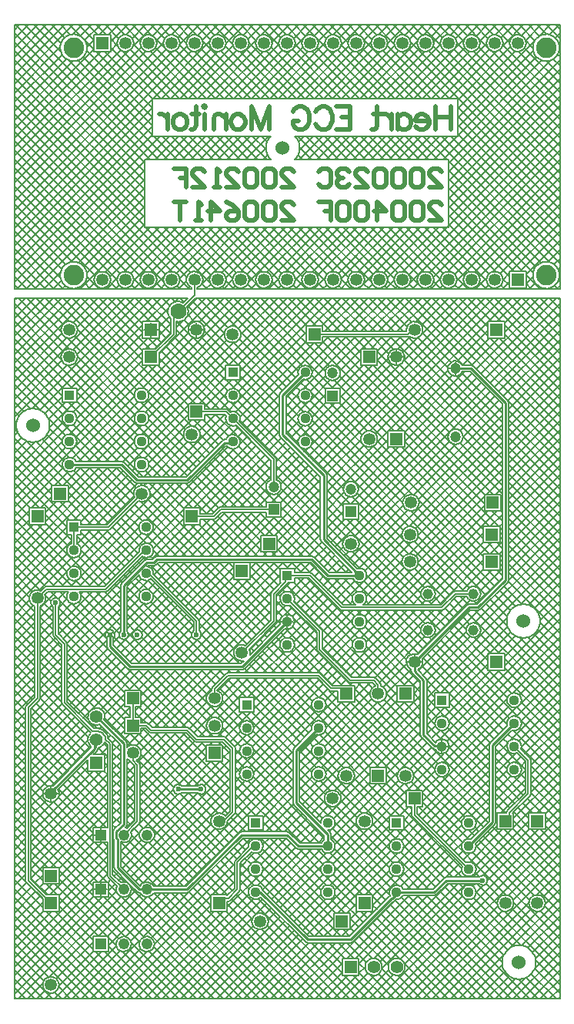
<source format=gbl>
G04*
G04 #@! TF.GenerationSoftware,Altium Limited,Altium Designer,23.1.1 (15)*
G04*
G04 Layer_Physical_Order=2*
G04 Layer_Color=16711680*
%FSLAX25Y25*%
%MOIN*%
G70*
G04*
G04 #@! TF.SameCoordinates,4CC54058-0C85-46A6-9067-FF0A4DDA324E*
G04*
G04*
G04 #@! TF.FilePolarity,Positive*
G04*
G01*
G75*
%ADD12C,0.01000*%
%ADD13C,0.00500*%
%ADD21R,0.04724X0.04724*%
%ADD22C,0.04724*%
%ADD32C,0.00800*%
%ADD34C,0.07000*%
%ADD35C,0.06000*%
%ADD36C,0.05315*%
%ADD37R,0.05315X0.05315*%
%ADD38R,0.05315X0.05315*%
%ADD39R,0.04449X0.04449*%
%ADD40C,0.04449*%
%ADD41C,0.05512*%
%ADD42R,0.05512X0.05512*%
%ADD43R,0.05512X0.05512*%
%ADD44R,0.04795X0.04795*%
%ADD45C,0.04795*%
%ADD46C,0.04528*%
%ADD47C,0.08858*%
%ADD48C,0.02362*%
%ADD49C,0.02000*%
D12*
X197663Y241313D02*
X204724Y234252D01*
X218268D01*
X130519Y241313D02*
X197663D01*
X242126Y196850D02*
X265748Y220472D01*
X269685D01*
X246063Y165354D02*
Y188976D01*
Y165354D02*
X250925Y160492D01*
X253918D02*
X254055Y160354D01*
X250925Y160492D02*
X253918D01*
X242126Y192913D02*
Y196850D01*
Y192913D02*
X246063Y188976D01*
X275870Y127445D02*
Y160909D01*
X285315Y170354D01*
X265630Y117205D02*
X275870Y127445D01*
X234370Y96272D02*
Y97205D01*
X233234Y95135D02*
X234370Y96272D01*
X233234Y95074D02*
Y95135D01*
X232648Y94488D02*
X233234Y95074D01*
X232283Y94488D02*
X232648D01*
X214567Y76772D02*
X232283Y94488D01*
X195748Y76772D02*
X214567D01*
X175315Y97205D02*
X195748Y76772D01*
X173346Y97205D02*
X175315D01*
X191850Y117205D02*
X204606D01*
X187008Y122047D02*
X191850Y117205D01*
X167323Y122047D02*
X187008D01*
X143701Y98425D02*
X167323Y122047D01*
X126142Y98425D02*
X143701D01*
X204466Y117345D02*
Y122305D01*
Y117345D02*
X204606Y117205D01*
X190945Y158661D02*
X200669Y168386D01*
X190945Y135827D02*
Y158661D01*
Y135827D02*
X204466Y122305D01*
X122772Y98425D02*
X126142D01*
X112902Y120640D02*
X113455Y120087D01*
X112902Y123455D02*
X116142Y126695D01*
X113455Y107743D02*
Y120087D01*
X112902Y120640D02*
Y123455D01*
X113455Y107743D02*
X122772Y98425D01*
X116142Y126695D02*
Y161417D01*
X104331Y173228D02*
X116142Y161417D01*
X269685Y220472D02*
X281496Y232283D01*
X266732Y323819D02*
X281496Y309055D01*
Y232283D02*
Y309055D01*
X259842Y323819D02*
X266732D01*
X139764Y141732D02*
X149606D01*
X84646Y140469D02*
X103467Y159291D01*
X84646Y139764D02*
Y140469D01*
X103467Y159291D02*
Y162365D01*
X104331Y163228D01*
X110236Y203608D02*
Y208661D01*
Y203608D02*
X118963Y194882D01*
X167638D02*
X187008Y214252D01*
X118963Y194882D02*
X167638D01*
X116142Y208661D02*
Y229993D01*
X126113Y239965D01*
X129170D02*
X130519Y241313D01*
X126113Y239965D02*
X129170D01*
X159780Y291669D02*
X163087D01*
X163504Y292087D01*
X143701Y275590D02*
X159780Y291669D01*
X115309Y282244D02*
X121963Y275590D01*
X143701D01*
X92638Y282244D02*
X115309D01*
X202756Y249764D02*
Y277559D01*
Y249764D02*
X218268Y234252D01*
X185039Y312362D02*
X194764Y322087D01*
X185039Y295276D02*
Y312362D01*
Y295276D02*
X202756Y277559D01*
X255873Y102362D02*
X271654D01*
X234370Y97205D02*
X250715D01*
X255873Y102362D01*
X234252Y328740D02*
X235420D01*
D13*
X106844Y166089D02*
X105936Y166612D01*
X104934Y166918D01*
X103889Y166992D01*
X102854Y166831D01*
X108270Y163383D02*
X108077Y164416D01*
X107587Y165346D01*
X106844Y166089D01*
X259842Y323819D02*
Y326681D01*
X256980Y323819D02*
X259842D01*
Y320957D02*
Y323819D01*
X234252Y328740D02*
X237409D01*
X242126Y196850D02*
Y200008D01*
Y196850D02*
X245284D01*
X238968D02*
X242126D01*
X231095Y328740D02*
X234252D01*
Y331898D01*
Y325583D02*
Y328740D01*
X187008Y214252D02*
Y216976D01*
Y211528D02*
Y214252D01*
X189732D01*
X184283D02*
X187008D01*
X254055Y160354D02*
X256780D01*
X254055D02*
Y163079D01*
Y157630D02*
Y160354D01*
X147638Y340551D02*
X150795D01*
X147638D02*
Y343709D01*
Y337394D02*
Y340551D01*
X144480D02*
X147638D01*
X127953Y340551D02*
X131110D01*
X124795D02*
X127953D01*
Y343709D01*
Y337394D02*
Y340551D01*
X110236Y208661D02*
X111425Y209850D01*
X110236Y208661D02*
X111425Y207473D01*
X109047D02*
X110236Y208661D01*
X109047Y209850D02*
X110236Y208661D01*
X101075Y163228D02*
X104331D01*
Y159973D02*
Y163228D01*
X84646Y139764D02*
Y142921D01*
X106299Y122047D02*
Y124945D01*
X103402Y122047D02*
X106299D01*
Y119150D02*
Y122047D01*
X106142Y98425D02*
Y101323D01*
X103244Y98425D02*
X106142D01*
Y95528D02*
Y98425D01*
X109039D01*
X84646Y136606D02*
Y139764D01*
X87803D01*
X81488D02*
X84646D01*
X187008Y234252D02*
X196850D01*
X210630Y220472D02*
X253937D01*
X196850Y234252D02*
X210630Y220472D01*
X110236Y104331D02*
X116142Y98425D01*
X110236Y104331D02*
Y161417D01*
X108270Y163383D02*
X110236Y161417D01*
X102655Y167030D02*
X102854Y166831D01*
X242126Y130709D02*
X265630Y107205D01*
X242126Y131890D02*
Y137795D01*
X242126Y130709D02*
Y131890D01*
X242126Y131890D01*
X108268Y228346D02*
X125079Y245158D01*
X125866D01*
X128060Y234145D02*
X147638Y214567D01*
X94606Y255157D02*
X109488D01*
X94606Y245158D02*
Y255157D01*
X125866Y235157D02*
X126935D01*
X127947Y234145D01*
X128060D01*
X109488Y255157D02*
X124016Y269685D01*
X147638Y208661D02*
Y214567D01*
X82677Y228346D02*
X108268D01*
X78740Y224409D02*
X82677Y228346D01*
X181102Y214567D02*
Y226378D01*
X167323Y200787D02*
X181102Y214567D01*
X186295Y233539D02*
X187008Y234252D01*
X181102Y226378D02*
X186295Y231571D01*
Y233539D01*
X285315Y160354D02*
X291339Y154331D01*
Y139764D02*
Y154331D01*
X283185Y131610D02*
X291339Y139764D01*
X283185Y129642D02*
Y131610D01*
X281496Y127953D02*
X283185Y129642D01*
X157480Y127953D02*
X158402Y128874D01*
X160370D02*
X163386Y131890D01*
X158402Y128874D02*
X160370D01*
X165354Y110236D02*
X172323Y117205D01*
X173346D01*
X161426Y94497D02*
X165354Y98425D01*
Y110236D01*
X159458Y94497D02*
X161426D01*
X157480Y92520D02*
X159458Y94497D01*
X163386Y131890D02*
Y159449D01*
X159449Y163386D02*
X163386Y159449D01*
X147638Y163386D02*
X159449D01*
X143701Y167323D02*
X147638Y163386D01*
X127953Y167323D02*
X143701D01*
X125984Y169291D02*
X127953Y167323D01*
X120079Y169291D02*
X125984D01*
X86614Y208661D02*
Y222441D01*
Y208661D02*
X90551Y204724D01*
Y179134D02*
Y204724D01*
Y179134D02*
X102655Y167030D01*
X158120Y262795D02*
X181102D01*
X155167Y259842D02*
X158120Y262795D01*
X145669Y259842D02*
X155167D01*
X181102Y272638D02*
Y284488D01*
X163504Y302087D02*
X181102Y284488D01*
X127953Y328740D02*
X137795Y338583D01*
X146850Y355512D02*
Y362205D01*
X137795Y338583D02*
Y346457D01*
X146850Y355512D01*
X259842Y226378D02*
X267717D01*
X253937Y220472D02*
X259842Y226378D01*
X120079Y154276D02*
Y157480D01*
Y154276D02*
X122047Y152308D01*
Y127795D02*
Y152308D01*
X116299Y122047D02*
X122047Y127795D01*
X74803Y102362D02*
X84646Y92520D01*
X78740Y181102D02*
Y224409D01*
X74803Y102362D02*
Y177165D01*
X78740Y181102D01*
X259842Y293148D02*
Y294291D01*
X239276Y338583D02*
X241244Y340551D01*
X198819Y338583D02*
X239276D01*
X241244Y340551D02*
X242126D01*
X160472Y305118D02*
X163504Y302087D01*
X147638Y305118D02*
X160472D01*
X201020Y202233D02*
X214276Y188976D01*
X201020Y202233D02*
Y210240D01*
X187008Y224252D02*
X201020Y210240D01*
X214276Y188976D02*
X224409D01*
X226378Y183071D02*
Y187008D01*
X224409Y188976D02*
X226378Y187008D01*
X120079Y169291D02*
Y181102D01*
X206021Y185478D02*
X210191D01*
X212598Y183071D01*
X200554Y190945D02*
X206021Y185478D01*
X161320Y190945D02*
X200554D01*
X155512Y185137D02*
X161320Y190945D01*
X155512Y181102D02*
Y185137D01*
D21*
X181102Y262795D02*
D03*
X206693Y312008D02*
D03*
X214567Y261811D02*
D03*
D22*
X181102Y272638D02*
D03*
X206693Y321850D02*
D03*
X214567Y271654D02*
D03*
X259842Y294291D02*
D03*
Y323819D02*
D03*
D32*
X305026Y462598D02*
X304942Y463581D01*
X304694Y464535D01*
X304288Y465434D01*
X303736Y466251D01*
X303053Y466962D01*
X302261Y467549D01*
X301380Y467993D01*
X300437Y468281D01*
X299459Y468407D01*
X298474Y468365D01*
X297510Y468157D01*
X296595Y467789D01*
X295756Y467272D01*
X295016Y466621D01*
X294396Y465854D01*
X293915Y464993D01*
X293587Y464063D01*
X293420Y463091D01*
Y462105D01*
X293587Y461134D01*
X293915Y460204D01*
X294396Y459343D01*
X295016Y458576D01*
X295756Y457925D01*
X296595Y457408D01*
X297510Y457040D01*
X298474Y456832D01*
X299459Y456790D01*
X300437Y456916D01*
X301380Y457204D01*
X302261Y457648D01*
X303053Y458235D01*
X303736Y458946D01*
X304288Y459763D01*
X304694Y460662D01*
X304942Y461616D01*
X305026Y462598D01*
X290408Y464567D02*
X290264Y465569D01*
X289843Y466490D01*
X289180Y467255D01*
X288328Y467803D01*
X287357Y468088D01*
X286344D01*
X285373Y467803D01*
X284521Y467255D01*
X283858Y466490D01*
X283437Y465569D01*
X283293Y464567D01*
X283437Y463565D01*
X283858Y462644D01*
X284521Y461878D01*
X285373Y461331D01*
X286344Y461046D01*
X287357D01*
X288328Y461331D01*
X289180Y461878D01*
X289843Y462644D01*
X290264Y463565D01*
X290408Y464567D01*
X280408D02*
X280264Y465569D01*
X279843Y466490D01*
X279180Y467255D01*
X278328Y467803D01*
X277357Y468088D01*
X276344D01*
X275373Y467803D01*
X274521Y467255D01*
X273858Y466490D01*
X273437Y465569D01*
X273293Y464567D01*
X273437Y463565D01*
X273858Y462644D01*
X274521Y461878D01*
X275373Y461331D01*
X276344Y461046D01*
X277357D01*
X278328Y461331D01*
X279180Y461878D01*
X279843Y462644D01*
X280264Y463565D01*
X280408Y464567D01*
X270408D02*
X270264Y465569D01*
X269843Y466490D01*
X269180Y467255D01*
X268328Y467803D01*
X267357Y468088D01*
X266344D01*
X265373Y467803D01*
X264521Y467255D01*
X263858Y466490D01*
X263437Y465569D01*
X263293Y464567D01*
X263437Y463565D01*
X263858Y462644D01*
X264521Y461878D01*
X265373Y461331D01*
X266344Y461046D01*
X267357D01*
X268328Y461331D01*
X269180Y461878D01*
X269843Y462644D01*
X270264Y463565D01*
X270408Y464567D01*
X260408D02*
X260264Y465569D01*
X259843Y466490D01*
X259180Y467255D01*
X258328Y467803D01*
X257357Y468088D01*
X256344D01*
X255373Y467803D01*
X254521Y467255D01*
X253858Y466490D01*
X253437Y465569D01*
X253293Y464567D01*
X253437Y463565D01*
X253858Y462644D01*
X254521Y461878D01*
X255373Y461331D01*
X256344Y461046D01*
X257357D01*
X258328Y461331D01*
X259180Y461878D01*
X259843Y462644D01*
X260264Y463565D01*
X260408Y464567D01*
X250408D02*
X250264Y465569D01*
X249843Y466490D01*
X249180Y467255D01*
X248328Y467803D01*
X247357Y468088D01*
X246344D01*
X245373Y467803D01*
X244521Y467255D01*
X243858Y466490D01*
X243437Y465569D01*
X243293Y464567D01*
X243437Y463565D01*
X243858Y462644D01*
X244521Y461878D01*
X245373Y461331D01*
X246344Y461046D01*
X247357D01*
X248328Y461331D01*
X249180Y461878D01*
X249843Y462644D01*
X250264Y463565D01*
X250408Y464567D01*
X240408D02*
X240264Y465569D01*
X239843Y466490D01*
X239180Y467255D01*
X238328Y467803D01*
X237357Y468088D01*
X236344D01*
X235373Y467803D01*
X234521Y467255D01*
X233858Y466490D01*
X233437Y465569D01*
X233293Y464567D01*
X233437Y463565D01*
X233858Y462644D01*
X234521Y461878D01*
X235373Y461331D01*
X236344Y461046D01*
X237357D01*
X238328Y461331D01*
X239180Y461878D01*
X239843Y462644D01*
X240264Y463565D01*
X240408Y464567D01*
X220408D02*
X220264Y465569D01*
X219843Y466490D01*
X219180Y467255D01*
X218328Y467803D01*
X217357Y468088D01*
X216344D01*
X215373Y467803D01*
X214521Y467255D01*
X213858Y466490D01*
X213437Y465569D01*
X213293Y464567D01*
X213437Y463565D01*
X213858Y462644D01*
X214521Y461878D01*
X215373Y461331D01*
X216344Y461046D01*
X217357D01*
X218328Y461331D01*
X219180Y461878D01*
X219843Y462644D01*
X220264Y463565D01*
X220408Y464567D01*
X230408D02*
X230264Y465569D01*
X229843Y466490D01*
X229180Y467255D01*
X228328Y467803D01*
X227357Y468088D01*
X226344D01*
X225373Y467803D01*
X224521Y467255D01*
X223858Y466490D01*
X223437Y465569D01*
X223293Y464567D01*
X223437Y463565D01*
X223858Y462644D01*
X224521Y461878D01*
X225373Y461331D01*
X226344Y461046D01*
X227357D01*
X228328Y461331D01*
X229180Y461878D01*
X229843Y462644D01*
X230264Y463565D01*
X230408Y464567D01*
X210408D02*
X210264Y465569D01*
X209843Y466490D01*
X209180Y467255D01*
X208328Y467803D01*
X207357Y468088D01*
X206344D01*
X205373Y467803D01*
X204521Y467255D01*
X203858Y466490D01*
X203437Y465569D01*
X203293Y464567D01*
X203437Y463565D01*
X203858Y462644D01*
X204521Y461878D01*
X205373Y461331D01*
X206344Y461046D01*
X207357D01*
X208328Y461331D01*
X209180Y461878D01*
X209843Y462644D01*
X210264Y463565D01*
X210408Y464567D01*
X200408D02*
X200264Y465569D01*
X199843Y466490D01*
X199180Y467255D01*
X198328Y467803D01*
X197357Y468088D01*
X196344D01*
X195373Y467803D01*
X194521Y467255D01*
X193858Y466490D01*
X193437Y465569D01*
X193293Y464567D01*
X193437Y463565D01*
X193858Y462644D01*
X194521Y461878D01*
X195373Y461331D01*
X196344Y461046D01*
X197357D01*
X198328Y461331D01*
X199180Y461878D01*
X199843Y462644D01*
X200264Y463565D01*
X200408Y464567D01*
X192329Y419291D02*
X192271Y420209D01*
X192098Y421111D01*
X191813Y421985D01*
X191421Y422816D01*
X190927Y423590D01*
X190339Y424297D01*
Y414286D02*
X190927Y414992D01*
X191421Y415767D01*
X191813Y416598D01*
X192098Y417472D01*
X192271Y418374D01*
X192329Y419291D01*
X305026Y364173D02*
X304942Y365156D01*
X304694Y366110D01*
X304288Y367008D01*
X303736Y367825D01*
X303053Y368537D01*
X302261Y369124D01*
X301380Y369567D01*
X300437Y369856D01*
X299459Y369981D01*
X298474Y369939D01*
X297510Y369732D01*
X296595Y369364D01*
X295756Y368847D01*
X295016Y368196D01*
X294396Y367429D01*
X293915Y366568D01*
X293587Y365638D01*
X293420Y364666D01*
Y363680D01*
X293587Y362708D01*
X293915Y361779D01*
X294396Y360918D01*
X295016Y360151D01*
X295756Y359499D01*
X296595Y358982D01*
X297510Y358615D01*
X298474Y358407D01*
X299459Y358365D01*
X300437Y358490D01*
X301380Y358779D01*
X302261Y359223D01*
X303053Y359809D01*
X303736Y360521D01*
X304288Y361338D01*
X304694Y362237D01*
X304942Y363191D01*
X305026Y364173D01*
X280408Y362205D02*
X280264Y363207D01*
X279843Y364128D01*
X279180Y364893D01*
X278328Y365441D01*
X277357Y365726D01*
X276344D01*
X275373Y365441D01*
X274521Y364893D01*
X273858Y364128D01*
X273437Y363207D01*
X273293Y362205D01*
X273437Y361203D01*
X273858Y360281D01*
X274521Y359516D01*
X275373Y358969D01*
X276344Y358683D01*
X277357D01*
X278328Y358969D01*
X279180Y359516D01*
X279843Y360281D01*
X280264Y361203D01*
X280408Y362205D01*
X270408D02*
X270264Y363207D01*
X269843Y364128D01*
X269180Y364893D01*
X268328Y365441D01*
X267357Y365726D01*
X266344D01*
X265373Y365441D01*
X264521Y364893D01*
X263858Y364128D01*
X263437Y363207D01*
X263293Y362205D01*
X263437Y361203D01*
X263858Y360281D01*
X264521Y359516D01*
X265373Y358969D01*
X266344Y358683D01*
X267357D01*
X268328Y358969D01*
X269180Y359516D01*
X269843Y360281D01*
X270264Y361203D01*
X270408Y362205D01*
X250408D02*
X250264Y363207D01*
X249843Y364128D01*
X249180Y364893D01*
X248328Y365441D01*
X247357Y365726D01*
X246344D01*
X245373Y365441D01*
X244521Y364893D01*
X243858Y364128D01*
X243437Y363207D01*
X243293Y362205D01*
X243437Y361203D01*
X243858Y360281D01*
X244521Y359516D01*
X245373Y358969D01*
X246344Y358683D01*
X247357D01*
X248328Y358969D01*
X249180Y359516D01*
X249843Y360281D01*
X250264Y361203D01*
X250408Y362205D01*
X240408D02*
X240264Y363207D01*
X239843Y364128D01*
X239180Y364893D01*
X238328Y365441D01*
X237357Y365726D01*
X236344D01*
X235373Y365441D01*
X234521Y364893D01*
X233858Y364128D01*
X233437Y363207D01*
X233293Y362205D01*
X233437Y361203D01*
X233858Y360281D01*
X234521Y359516D01*
X235373Y358969D01*
X236344Y358683D01*
X237357D01*
X238328Y358969D01*
X239180Y359516D01*
X239843Y360281D01*
X240264Y361203D01*
X240408Y362205D01*
X230408D02*
X230264Y363207D01*
X229843Y364128D01*
X229180Y364893D01*
X228328Y365441D01*
X227357Y365726D01*
X226344D01*
X225373Y365441D01*
X224521Y364893D01*
X223858Y364128D01*
X223437Y363207D01*
X223293Y362205D01*
X223437Y361203D01*
X223858Y360281D01*
X224521Y359516D01*
X225373Y358969D01*
X226344Y358683D01*
X227357D01*
X228328Y358969D01*
X229180Y359516D01*
X229843Y360281D01*
X230264Y361203D01*
X230408Y362205D01*
X200408D02*
X200264Y363207D01*
X199843Y364128D01*
X199180Y364893D01*
X198328Y365441D01*
X197357Y365726D01*
X196344D01*
X195373Y365441D01*
X194521Y364893D01*
X193858Y364128D01*
X193437Y363207D01*
X193293Y362205D01*
X193437Y361203D01*
X193858Y360281D01*
X194521Y359516D01*
X195373Y358969D01*
X196344Y358683D01*
X197357D01*
X198328Y358969D01*
X199180Y359516D01*
X199843Y360281D01*
X200264Y361203D01*
X200408Y362205D01*
X220408D02*
X220264Y363207D01*
X219843Y364128D01*
X219180Y364893D01*
X218328Y365441D01*
X217357Y365726D01*
X216344D01*
X215373Y365441D01*
X214521Y364893D01*
X213858Y364128D01*
X213437Y363207D01*
X213293Y362205D01*
X213437Y361203D01*
X213858Y360281D01*
X214521Y359516D01*
X215373Y358969D01*
X216344Y358683D01*
X217357D01*
X218328Y358969D01*
X219180Y359516D01*
X219843Y360281D01*
X220264Y361203D01*
X220408Y362205D01*
X210408D02*
X210264Y363207D01*
X209843Y364128D01*
X209180Y364893D01*
X208328Y365441D01*
X207357Y365726D01*
X206344D01*
X205373Y365441D01*
X204521Y364893D01*
X203858Y364128D01*
X203437Y363207D01*
X203293Y362205D01*
X203437Y361203D01*
X203858Y360281D01*
X204521Y359516D01*
X205373Y358969D01*
X206344Y358683D01*
X207357D01*
X208328Y358969D01*
X209180Y359516D01*
X209843Y360281D01*
X210264Y361203D01*
X210408Y362205D01*
X260408D02*
X260264Y363207D01*
X259843Y364128D01*
X259180Y364893D01*
X258328Y365441D01*
X257357Y365726D01*
X256344D01*
X255373Y365441D01*
X254521Y364893D01*
X253858Y364128D01*
X253437Y363207D01*
X253293Y362205D01*
X253437Y361203D01*
X253858Y360281D01*
X254521Y359516D01*
X255373Y358969D01*
X256344Y358683D01*
X257357D01*
X258328Y358969D01*
X259180Y359516D01*
X259843Y360281D01*
X260264Y361203D01*
X260408Y362205D01*
X190408Y464567D02*
X190264Y465569D01*
X189843Y466490D01*
X189180Y467255D01*
X188328Y467803D01*
X187357Y468088D01*
X186344D01*
X185373Y467803D01*
X184521Y467255D01*
X183858Y466490D01*
X183437Y465569D01*
X183293Y464567D01*
X183437Y463565D01*
X183858Y462644D01*
X184521Y461878D01*
X185373Y461331D01*
X186344Y461046D01*
X187357D01*
X188328Y461331D01*
X189180Y461878D01*
X189843Y462644D01*
X190264Y463565D01*
X190408Y464567D01*
X180408D02*
X180264Y465569D01*
X179843Y466490D01*
X179180Y467255D01*
X178328Y467803D01*
X177357Y468088D01*
X176344D01*
X175373Y467803D01*
X174521Y467255D01*
X173858Y466490D01*
X173437Y465569D01*
X173293Y464567D01*
X173437Y463565D01*
X173858Y462644D01*
X174521Y461878D01*
X175373Y461331D01*
X176344Y461046D01*
X177357D01*
X178328Y461331D01*
X179180Y461878D01*
X179843Y462644D01*
X180264Y463565D01*
X180408Y464567D01*
X170408D02*
X170264Y465569D01*
X169843Y466490D01*
X169180Y467255D01*
X168328Y467803D01*
X167357Y468088D01*
X166344D01*
X165373Y467803D01*
X164521Y467255D01*
X163858Y466490D01*
X163437Y465569D01*
X163293Y464567D01*
X163437Y463565D01*
X163858Y462644D01*
X164521Y461878D01*
X165373Y461331D01*
X166344Y461046D01*
X167357D01*
X168328Y461331D01*
X169180Y461878D01*
X169843Y462644D01*
X170264Y463565D01*
X170408Y464567D01*
X150408D02*
X150264Y465569D01*
X149843Y466490D01*
X149180Y467255D01*
X148328Y467803D01*
X147357Y468088D01*
X146344D01*
X145373Y467803D01*
X144521Y467255D01*
X143858Y466490D01*
X143437Y465569D01*
X143293Y464567D01*
X143437Y463565D01*
X143858Y462644D01*
X144521Y461878D01*
X145373Y461331D01*
X146344Y461046D01*
X147357D01*
X148328Y461331D01*
X149180Y461878D01*
X149843Y462644D01*
X150264Y463565D01*
X150408Y464567D01*
X160408D02*
X160264Y465569D01*
X159843Y466490D01*
X159180Y467255D01*
X158328Y467803D01*
X157357Y468088D01*
X156344D01*
X155373Y467803D01*
X154521Y467255D01*
X153858Y466490D01*
X153437Y465569D01*
X153293Y464567D01*
X153437Y463565D01*
X153858Y462644D01*
X154521Y461878D01*
X155373Y461331D01*
X156344Y461046D01*
X157357D01*
X158328Y461331D01*
X159180Y461878D01*
X159843Y462644D01*
X160264Y463565D01*
X160408Y464567D01*
X179740Y424297D02*
X179103Y423523D01*
X178579Y422668D01*
X178177Y421750D01*
X177904Y420785D01*
X177767Y419793D01*
Y418790D01*
X177904Y417797D01*
X178177Y416833D01*
X178579Y415914D01*
X179103Y415060D01*
X179740Y414286D01*
X140408Y464567D02*
X140264Y465569D01*
X139843Y466490D01*
X139180Y467255D01*
X138328Y467803D01*
X137357Y468088D01*
X136344D01*
X135373Y467803D01*
X134521Y467255D01*
X133858Y466490D01*
X133437Y465569D01*
X133293Y464567D01*
X133437Y463565D01*
X133858Y462644D01*
X134521Y461878D01*
X135373Y461331D01*
X136344Y461046D01*
X137357D01*
X138328Y461331D01*
X139180Y461878D01*
X139843Y462644D01*
X140264Y463565D01*
X140408Y464567D01*
X120408D02*
X120264Y465569D01*
X119843Y466490D01*
X119180Y467255D01*
X118328Y467803D01*
X117357Y468088D01*
X116344D01*
X115373Y467803D01*
X114521Y467255D01*
X113858Y466490D01*
X113437Y465569D01*
X113293Y464567D01*
X113437Y463565D01*
X113858Y462644D01*
X114521Y461878D01*
X115373Y461331D01*
X116344Y461046D01*
X117357D01*
X118328Y461331D01*
X119180Y461878D01*
X119843Y462644D01*
X120264Y463565D01*
X120408Y464567D01*
X130408D02*
X130264Y465569D01*
X129843Y466490D01*
X129180Y467255D01*
X128328Y467803D01*
X127357Y468088D01*
X126344D01*
X125373Y467803D01*
X124521Y467255D01*
X123858Y466490D01*
X123437Y465569D01*
X123293Y464567D01*
X123437Y463565D01*
X123858Y462644D01*
X124521Y461878D01*
X125373Y461331D01*
X126344Y461046D01*
X127357D01*
X128328Y461331D01*
X129180Y461878D01*
X129843Y462644D01*
X130264Y463565D01*
X130408Y464567D01*
X100302Y462598D02*
X100218Y463581D01*
X99970Y464535D01*
X99563Y465434D01*
X99011Y466251D01*
X98329Y466962D01*
X97536Y467549D01*
X96656Y467993D01*
X95713Y468281D01*
X94735Y468407D01*
X93750Y468365D01*
X92786Y468157D01*
X91871Y467789D01*
X91031Y467272D01*
X90291Y466621D01*
X89672Y465854D01*
X89191Y464993D01*
X88862Y464063D01*
X88696Y463091D01*
Y462105D01*
X88862Y461134D01*
X89191Y460204D01*
X89672Y459343D01*
X90291Y458576D01*
X91031Y457925D01*
X91871Y457408D01*
X92786Y457040D01*
X93750Y456832D01*
X94735Y456790D01*
X95713Y456916D01*
X96656Y457204D01*
X97536Y457648D01*
X98329Y458235D01*
X99011Y458946D01*
X99563Y459763D01*
X99970Y460662D01*
X100218Y461616D01*
X100302Y462598D01*
X190408Y362205D02*
X190264Y363207D01*
X189843Y364128D01*
X189180Y364893D01*
X188328Y365441D01*
X187357Y365726D01*
X186344D01*
X185373Y365441D01*
X184521Y364893D01*
X183858Y364128D01*
X183437Y363207D01*
X183293Y362205D01*
X183437Y361203D01*
X183858Y360281D01*
X184521Y359516D01*
X185373Y358969D01*
X186344Y358683D01*
X187357D01*
X188328Y358969D01*
X189180Y359516D01*
X189843Y360281D01*
X190264Y361203D01*
X190408Y362205D01*
X180408D02*
X180264Y363207D01*
X179843Y364128D01*
X179180Y364893D01*
X178328Y365441D01*
X177357Y365726D01*
X176344D01*
X175373Y365441D01*
X174521Y364893D01*
X173858Y364128D01*
X173437Y363207D01*
X173293Y362205D01*
X173437Y361203D01*
X173858Y360281D01*
X174521Y359516D01*
X175373Y358969D01*
X176344Y358683D01*
X177357D01*
X178328Y358969D01*
X179180Y359516D01*
X179843Y360281D01*
X180264Y361203D01*
X180408Y362205D01*
X170408D02*
X170264Y363207D01*
X169843Y364128D01*
X169180Y364893D01*
X168328Y365441D01*
X167357Y365726D01*
X166344D01*
X165373Y365441D01*
X164521Y364893D01*
X163858Y364128D01*
X163437Y363207D01*
X163293Y362205D01*
X163437Y361203D01*
X163858Y360281D01*
X164521Y359516D01*
X165373Y358969D01*
X166344Y358683D01*
X167357D01*
X168328Y358969D01*
X169180Y359516D01*
X169843Y360281D01*
X170264Y361203D01*
X170408Y362205D01*
X148000Y358838D02*
X148974Y359350D01*
X149744Y360135D01*
X150238Y361118D01*
X150408Y362205D01*
X160408D02*
X160264Y363207D01*
X159843Y364128D01*
X159180Y364893D01*
X158328Y365441D01*
X157357Y365726D01*
X156344D01*
X155373Y365441D01*
X154521Y364893D01*
X153858Y364128D01*
X153437Y363207D01*
X153293Y362205D01*
X153437Y361203D01*
X153858Y360281D01*
X154521Y359516D01*
X155373Y358969D01*
X156344Y358683D01*
X157357D01*
X158328Y358969D01*
X159180Y359516D01*
X159843Y360281D01*
X160264Y361203D01*
X160408Y362205D01*
X150408D02*
X150275Y363167D01*
X149887Y364058D01*
X149273Y364810D01*
X148477Y365368D01*
X147561Y365691D01*
X146591Y365753D01*
X145641Y365550D01*
X144781Y365098D01*
X144075Y364431D01*
X143577Y363597D01*
X143322Y362659D01*
X143331Y361688D01*
X143602Y360755D01*
X144115Y359930D01*
X144833Y359275D01*
X145700Y358838D01*
X140408Y362205D02*
X140264Y363207D01*
X139843Y364128D01*
X139180Y364893D01*
X138328Y365441D01*
X137357Y365726D01*
X136344D01*
X135373Y365441D01*
X134521Y364893D01*
X133858Y364128D01*
X133437Y363207D01*
X133293Y362205D01*
X133437Y361203D01*
X133858Y360281D01*
X134521Y359516D01*
X135373Y358969D01*
X136344Y358683D01*
X137357D01*
X138328Y358969D01*
X139180Y359516D01*
X139843Y360281D01*
X140264Y361203D01*
X140408Y362205D01*
X130408D02*
X130264Y363207D01*
X129843Y364128D01*
X129180Y364893D01*
X128328Y365441D01*
X127357Y365726D01*
X126344D01*
X125373Y365441D01*
X124521Y364893D01*
X123858Y364128D01*
X123437Y363207D01*
X123293Y362205D01*
X123437Y361203D01*
X123858Y360281D01*
X124521Y359516D01*
X125373Y358969D01*
X126344Y358683D01*
X127357D01*
X128328Y358969D01*
X129180Y359516D01*
X129843Y360281D01*
X130264Y361203D01*
X130408Y362205D01*
X120408D02*
X120264Y363207D01*
X119843Y364128D01*
X119180Y364893D01*
X118328Y365441D01*
X117357Y365726D01*
X116344D01*
X115373Y365441D01*
X114521Y364893D01*
X113858Y364128D01*
X113437Y363207D01*
X113293Y362205D01*
X113437Y361203D01*
X113858Y360281D01*
X114521Y359516D01*
X115373Y358969D01*
X116344Y358683D01*
X117357D01*
X118328Y358969D01*
X119180Y359516D01*
X119843Y360281D01*
X120264Y361203D01*
X120408Y362205D01*
X110408D02*
X110264Y363207D01*
X109843Y364128D01*
X109180Y364893D01*
X108328Y365441D01*
X107357Y365726D01*
X106344D01*
X105373Y365441D01*
X104521Y364893D01*
X103858Y364128D01*
X103437Y363207D01*
X103293Y362205D01*
X103437Y361203D01*
X103858Y360281D01*
X104521Y359516D01*
X105373Y358969D01*
X106344Y358683D01*
X107357D01*
X108328Y358969D01*
X109180Y359516D01*
X109843Y360281D01*
X110264Y361203D01*
X110408Y362205D01*
X100302Y364173D02*
X100218Y365156D01*
X99970Y366110D01*
X99563Y367008D01*
X99011Y367825D01*
X98329Y368537D01*
X97536Y369124D01*
X96656Y369567D01*
X95713Y369856D01*
X94735Y369981D01*
X93750Y369939D01*
X92786Y369732D01*
X91871Y369364D01*
X91031Y368847D01*
X90291Y368196D01*
X89672Y367429D01*
X89191Y366568D01*
X88862Y365638D01*
X88696Y364666D01*
Y363680D01*
X88862Y362708D01*
X89191Y361779D01*
X89672Y360918D01*
X90291Y360151D01*
X91031Y359499D01*
X91871Y358982D01*
X92786Y358615D01*
X93750Y358407D01*
X94735Y358365D01*
X95713Y358490D01*
X96656Y358779D01*
X97536Y359223D01*
X98329Y359809D01*
X99011Y360521D01*
X99563Y361338D01*
X99970Y362237D01*
X100218Y363191D01*
X100302Y364173D01*
X267722Y324809D02*
X266732Y325219D01*
X267722Y324809D02*
X266732Y325219D01*
X282896Y309055D02*
X282486Y310045D01*
X282896Y309055D02*
X282486Y310045D01*
X262789Y325219D02*
X262244Y326027D01*
X261485Y326637D01*
X260579Y326997D01*
X259608Y327073D01*
X258658Y326858D01*
X257813Y326373D01*
X257149Y325660D01*
X256726Y324782D01*
X256580Y323819D01*
X256726Y322855D01*
X257149Y321978D01*
X257813Y321265D01*
X258658Y320779D01*
X259608Y320565D01*
X260579Y320641D01*
X261485Y321000D01*
X262244Y321611D01*
X262789Y322419D01*
X245684Y340551D02*
X245544Y341538D01*
X245136Y342448D01*
X244491Y343208D01*
X243661Y343760D01*
X242710Y344060D01*
X241714Y344085D01*
X240750Y343832D01*
X239894Y343321D01*
X239213Y342593D01*
X238761Y341704D01*
X238573Y340725D01*
X238664Y339733D01*
X240006Y337694D02*
X240865Y337225D01*
X241820Y337007D01*
X242798Y337058D01*
X243725Y337373D01*
X244531Y337930D01*
X245155Y338685D01*
X245549Y339581D01*
X245684Y340551D01*
X239276Y337433D02*
X240006Y337694D01*
X239276Y337433D02*
X240006Y337694D01*
X237809Y328740D02*
X237665Y329742D01*
X237245Y330663D01*
X236582Y331429D01*
X235730Y331976D01*
X234758Y332261D01*
X233746D01*
X232774Y331976D01*
X231922Y331429D01*
X231259Y330663D01*
X230839Y329742D01*
X230695Y328740D01*
X230839Y327738D01*
X231259Y326817D01*
X231922Y326052D01*
X232774Y325504D01*
X233746Y325219D01*
X234758D01*
X235730Y325504D01*
X236582Y326052D01*
X237245Y326817D01*
X237665Y327738D01*
X237809Y328740D01*
X263105Y294291D02*
X262945Y295299D01*
X262482Y296209D01*
X261760Y296931D01*
X260851Y297394D01*
X259842Y297553D01*
X258834Y297394D01*
X257925Y296931D01*
X257203Y296209D01*
X256740Y295299D01*
X256580Y294291D01*
X256740Y293283D01*
X257203Y292374D01*
X257925Y291652D01*
X258834Y291189D01*
X259842Y291029D01*
X260851Y291189D01*
X261760Y291652D01*
X262482Y292374D01*
X262945Y293283D01*
X263105Y294291D01*
X244156Y265748D02*
X244012Y266750D01*
X243591Y267671D01*
X242928Y268437D01*
X242076Y268984D01*
X241105Y269269D01*
X240092D01*
X239121Y268984D01*
X238269Y268437D01*
X237606Y267671D01*
X237185Y266750D01*
X237041Y265748D01*
X237185Y264746D01*
X237606Y263825D01*
X238269Y263059D01*
X239121Y262512D01*
X240092Y262227D01*
X241105D01*
X242076Y262512D01*
X242928Y263059D01*
X243591Y263825D01*
X244012Y264746D01*
X244156Y265748D01*
X282486Y231294D02*
X282896Y232283D01*
X282486Y231294D02*
X282896Y232283D01*
X270880Y226378D02*
X270732Y227336D01*
X270300Y228204D01*
X269625Y228901D01*
X268771Y229361D01*
X267818Y229540D01*
X266856Y229422D01*
X265974Y229019D01*
X265256Y228367D01*
X264769Y227528D01*
X296660Y214567D02*
X296592Y215560D01*
X296390Y216534D01*
X296056Y217471D01*
X295599Y218355D01*
X295025Y219167D01*
X294346Y219895D01*
X293574Y220522D01*
X292724Y221039D01*
X291811Y221436D01*
X290853Y221704D01*
X289867Y221840D01*
X288873D01*
X287887Y221704D01*
X286929Y221436D01*
X286016Y221039D01*
X285166Y220522D01*
X284394Y219895D01*
X283715Y219167D01*
X283142Y218355D01*
X282684Y217471D01*
X282351Y216534D01*
X282148Y215560D01*
X282080Y214567D01*
X282148Y213574D01*
X282351Y212600D01*
X282684Y211663D01*
X283142Y210779D01*
X283715Y209966D01*
X284394Y209239D01*
X285166Y208611D01*
X286016Y208095D01*
X286929Y207698D01*
X287887Y207430D01*
X288873Y207294D01*
X289867Y207294D01*
X290853Y207430D01*
X291811Y207698D01*
X292724Y208095D01*
X293574Y208611D01*
X294346Y209239D01*
X295025Y209966D01*
X295599Y210779D01*
X296056Y211663D01*
X296390Y212600D01*
X296592Y213574D01*
X296660Y214567D01*
X269685Y219072D02*
X270675Y219482D01*
X264769Y225228D02*
X265256Y224389D01*
X265974Y223737D01*
X266856Y223334D01*
X267818Y223216D01*
X268771Y223395D01*
X269625Y223855D01*
X270300Y224551D01*
X270732Y225420D01*
X270880Y226378D01*
X265748Y221872D02*
X264758Y221462D01*
X265748Y221872D02*
X264758Y221462D01*
X269685Y219072D02*
X270675Y219482D01*
X270880Y210630D02*
X270725Y211608D01*
X270276Y212490D01*
X269576Y213190D01*
X268694Y213639D01*
X267717Y213794D01*
X266739Y213639D01*
X265857Y213190D01*
X265157Y212490D01*
X264708Y211608D01*
X264553Y210630D01*
X264708Y209652D01*
X265157Y208770D01*
X265857Y208070D01*
X266739Y207621D01*
X267717Y207466D01*
X268694Y207621D01*
X269576Y208070D01*
X270276Y208770D01*
X270725Y209652D01*
X270880Y210630D01*
X259842Y227528D02*
X259029Y227191D01*
X259842Y227528D02*
X259027Y227189D01*
X243715Y251969D02*
X243571Y252971D01*
X243150Y253892D01*
X242487Y254657D01*
X241635Y255205D01*
X240664Y255490D01*
X239651D01*
X238680Y255205D01*
X237828Y254657D01*
X237165Y253892D01*
X236744Y252971D01*
X236600Y251969D01*
X236744Y250966D01*
X237165Y250045D01*
X237828Y249280D01*
X238680Y248732D01*
X239651Y248447D01*
X240664D01*
X241635Y248732D01*
X242487Y249280D01*
X243150Y250045D01*
X243571Y250966D01*
X243715Y251969D01*
X251195Y226378D02*
X251040Y227356D01*
X250591Y228238D01*
X249891Y228938D01*
X249009Y229387D01*
X248031Y229542D01*
X247054Y229387D01*
X246172Y228938D01*
X245472Y228238D01*
X245023Y227356D01*
X244868Y226378D01*
X245023Y225400D01*
X245472Y224518D01*
X246172Y223818D01*
X247054Y223369D01*
X248031Y223214D01*
X249009Y223369D01*
X249891Y223818D01*
X250591Y224518D01*
X251040Y225400D01*
X251195Y226378D01*
X243715Y240158D02*
X243571Y241160D01*
X243150Y242081D01*
X242487Y242846D01*
X241635Y243393D01*
X240664Y243679D01*
X239651D01*
X238680Y243393D01*
X237828Y242846D01*
X237165Y242081D01*
X236744Y241160D01*
X236600Y240158D01*
X236744Y239155D01*
X237165Y238234D01*
X237828Y237469D01*
X238680Y236922D01*
X239651Y236636D01*
X240664D01*
X241635Y236922D01*
X242487Y237469D01*
X243150Y238234D01*
X243571Y239155D01*
X243715Y240158D01*
X253937Y219322D02*
X254752Y219661D01*
X253937Y219322D02*
X254750Y219659D01*
X251195Y210630D02*
X251040Y211608D01*
X250591Y212490D01*
X249891Y213190D01*
X249009Y213639D01*
X248031Y213794D01*
X247054Y213639D01*
X246172Y213190D01*
X245472Y212490D01*
X245023Y211608D01*
X244868Y210630D01*
X245023Y209652D01*
X245472Y208770D01*
X246172Y208070D01*
X247054Y207621D01*
X248031Y207466D01*
X249009Y207621D01*
X249891Y208070D01*
X250591Y208770D01*
X251040Y209652D01*
X251195Y210630D01*
X245684Y196850D02*
X245428Y198173D01*
X243526Y193580D02*
X244407Y194121D01*
X245095Y194891D01*
X245533Y195828D01*
X245684Y196850D01*
X243449Y200153D02*
X242472Y200391D01*
X241468Y200346D01*
X240517Y200023D01*
X239693Y199446D01*
X239065Y198662D01*
X238680Y197734D01*
X238570Y196735D01*
X238745Y195745D01*
X239189Y194843D01*
X239867Y194102D01*
X240726Y193580D01*
Y192913D02*
X241136Y191923D01*
X240726Y192913D02*
X241136Y191923D01*
X209955Y321850D02*
X209795Y322859D01*
X209332Y323768D01*
X208610Y324490D01*
X207701Y324953D01*
X206693Y325113D01*
X205685Y324953D01*
X204775Y324490D01*
X204054Y323768D01*
X203590Y322859D01*
X203431Y321850D01*
X203590Y320842D01*
X204054Y319933D01*
X204775Y319211D01*
X205685Y318748D01*
X206693Y318588D01*
X207701Y318748D01*
X208610Y319211D01*
X209332Y319933D01*
X209795Y320842D01*
X209955Y321850D01*
X225998Y293307D02*
X225854Y294309D01*
X225434Y295230D01*
X224771Y295996D01*
X223919Y296543D01*
X222947Y296828D01*
X221935D01*
X220963Y296543D01*
X220111Y295996D01*
X219448Y295230D01*
X219028Y294309D01*
X218883Y293307D01*
X219028Y292305D01*
X219448Y291384D01*
X220111Y290618D01*
X220963Y290071D01*
X221935Y289786D01*
X222947D01*
X223919Y290071D01*
X224771Y290618D01*
X225434Y291384D01*
X225854Y292305D01*
X225998Y293307D01*
X217829Y271654D02*
X217670Y272662D01*
X217206Y273571D01*
X216484Y274293D01*
X215575Y274756D01*
X214567Y274916D01*
X213559Y274756D01*
X212649Y274293D01*
X211928Y273571D01*
X211464Y272662D01*
X211305Y271654D01*
X211464Y270645D01*
X211928Y269736D01*
X212649Y269014D01*
X213559Y268551D01*
X214567Y268391D01*
X215575Y268551D01*
X216484Y269014D01*
X217206Y269736D01*
X217670Y270645D01*
X217829Y271654D01*
X218124Y248031D02*
X217980Y249034D01*
X217560Y249955D01*
X216897Y250720D01*
X216045Y251268D01*
X215073Y251553D01*
X214061D01*
X213089Y251268D01*
X212237Y250720D01*
X211574Y249955D01*
X211154Y249034D01*
X211010Y248031D01*
X211154Y247029D01*
X211574Y246108D01*
X212237Y245343D01*
X213089Y244795D01*
X214061Y244510D01*
X215073D01*
X216045Y244795D01*
X216897Y245343D01*
X217560Y246108D01*
X217980Y247029D01*
X218124Y248031D01*
X204156Y277559D02*
X203746Y278549D01*
X204156Y277559D02*
X203746Y278549D01*
X201356Y249764D02*
X201766Y248774D01*
X201356Y249764D02*
X201766Y248774D01*
X193779Y319122D02*
X194747Y318962D01*
X195716Y319111D01*
X196592Y319553D01*
X197287Y320245D01*
X197734Y321118D01*
X197888Y322087D01*
X197735Y323054D01*
X197289Y323926D01*
X196596Y324618D01*
X195722Y325060D01*
X194754Y325211D01*
X193788Y325055D01*
X192917Y324607D01*
X192227Y323911D01*
X191787Y323036D01*
X191639Y322068D01*
X191799Y321101D01*
X197888Y312087D02*
X197735Y313052D01*
X197292Y313923D01*
X196600Y314614D01*
X195729Y315058D01*
X194764Y315211D01*
X193798Y315058D01*
X192927Y314614D01*
X192236Y313923D01*
X191792Y313052D01*
X191639Y312087D01*
X191792Y311121D01*
X192236Y310250D01*
X192927Y309559D01*
X193798Y309115D01*
X194764Y308962D01*
X195729Y309115D01*
X196600Y309559D01*
X197292Y310250D01*
X197735Y311121D01*
X197888Y312087D01*
Y302087D02*
X197735Y303052D01*
X197292Y303923D01*
X196600Y304614D01*
X195729Y305058D01*
X194764Y305211D01*
X193798Y305058D01*
X192927Y304614D01*
X192236Y303923D01*
X191792Y303052D01*
X191639Y302087D01*
X191792Y301121D01*
X192236Y300250D01*
X192927Y299559D01*
X193798Y299115D01*
X194764Y298962D01*
X195729Y299115D01*
X196600Y299559D01*
X197292Y300250D01*
X197735Y301121D01*
X197888Y302087D01*
Y292087D02*
X197735Y293052D01*
X197292Y293923D01*
X196600Y294614D01*
X195729Y295058D01*
X194764Y295211D01*
X193798Y295058D01*
X192927Y294614D01*
X192236Y293923D01*
X191792Y293052D01*
X191639Y292087D01*
X191792Y291121D01*
X192236Y290250D01*
X192927Y289559D01*
X193798Y289115D01*
X194764Y288962D01*
X195729Y289115D01*
X196600Y289559D01*
X197292Y290250D01*
X197735Y291121D01*
X197888Y292087D01*
X184049Y313352D02*
X183639Y312362D01*
X184049Y313352D02*
X183639Y312362D01*
Y295276D02*
X184049Y294286D01*
X183639Y295276D02*
X184049Y294286D01*
X182252Y284488D02*
X181915Y285301D01*
X184365Y272638D02*
X184216Y273610D01*
X183785Y274494D01*
X183110Y275209D01*
X182252Y275691D01*
Y284488D02*
X181913Y285303D01*
X179952Y275691D02*
X179074Y275192D01*
X178390Y274449D01*
X177965Y273533D01*
X177842Y272530D01*
X178031Y271538D01*
X178515Y270652D01*
X179246Y269955D01*
X180156Y269516D01*
X181156Y269376D01*
X182151Y269549D01*
X183046Y270018D01*
X183754Y270738D01*
X184208Y271640D01*
X184365Y272638D01*
X215475Y232852D02*
X216089Y232012D01*
X216946Y231421D01*
X217949Y231144D01*
X218987Y231211D01*
X219946Y231616D01*
X220718Y232314D01*
X221219Y233226D01*
X221392Y234252D01*
X221238Y235221D01*
X220791Y236094D01*
X220096Y236786D01*
X219220Y237228D01*
X218250Y237376D01*
X217283Y237217D01*
X219955Y221622D02*
X220723Y222320D01*
X221220Y223229D01*
X221392Y224252D01*
X198653Y242303D02*
X197663Y242713D01*
X198653Y242303D02*
X197663Y242713D01*
X203734Y233262D02*
X204724Y232852D01*
X197666Y235063D02*
X196850Y235402D01*
X203734Y233262D02*
X204724Y232852D01*
X197664Y235065D02*
X196850Y235402D01*
X221392Y224252D02*
X221235Y225231D01*
X220779Y226111D01*
X220070Y226804D01*
X219180Y227240D01*
X218198Y227376D01*
X217223Y227197D01*
X216354Y226721D01*
X215676Y225997D01*
X215260Y225098D01*
X215146Y224113D01*
X215347Y223142D01*
X215842Y222283D01*
X216580Y221622D01*
X221392Y214252D02*
X221239Y215217D01*
X220795Y216089D01*
X220104Y216780D01*
X219233Y217224D01*
X218268Y217376D01*
X217302Y217224D01*
X216431Y216780D01*
X215740Y216089D01*
X215296Y215217D01*
X215143Y214252D01*
X215296Y213286D01*
X215740Y212416D01*
X216431Y211724D01*
X217302Y211280D01*
X218268Y211128D01*
X219233Y211280D01*
X220104Y211724D01*
X220795Y212416D01*
X221239Y213286D01*
X221392Y214252D01*
Y204252D02*
X221239Y205218D01*
X220795Y206088D01*
X220104Y206780D01*
X219233Y207224D01*
X218268Y207376D01*
X217302Y207224D01*
X216431Y206780D01*
X215740Y206088D01*
X215296Y205218D01*
X215143Y204252D01*
X215296Y203287D01*
X215740Y202415D01*
X216431Y201724D01*
X217302Y201280D01*
X218268Y201128D01*
X219233Y201280D01*
X220104Y201724D01*
X220795Y202415D01*
X221239Y203287D01*
X221392Y204252D01*
X209815Y219661D02*
X210630Y219322D01*
X209817Y219659D02*
X210630Y219322D01*
X202170Y210240D02*
X201833Y211053D01*
X202170Y210240D02*
X201831Y211055D01*
X201367Y191758D02*
X200554Y192095D01*
X201370Y191756D02*
X200554Y192095D01*
X199870Y202233D02*
X200207Y201419D01*
X199870Y202233D02*
X200209Y201417D01*
X187108Y230757D02*
X187356Y231128D01*
X187106Y230755D02*
X187356Y231128D01*
X189875Y223011D02*
X190132Y224252D01*
X189974Y225235D01*
X189514Y226118D01*
X188799Y226812D01*
X187903Y227245D01*
X186916Y227375D01*
X185938Y227187D01*
X185069Y226702D01*
X184396Y225967D01*
X183989Y225059D01*
X183889Y224068D01*
X184105Y223096D01*
X184616Y222241D01*
X185370Y221591D01*
X186291Y221211D01*
X187284Y221140D01*
X188249Y221385D01*
X180291Y227193D02*
X179952Y226378D01*
X180289Y227191D02*
X179952Y226378D01*
X190132Y214252D02*
X189979Y215219D01*
X189533Y216091D01*
X188840Y216783D01*
X187966Y217226D01*
X186998Y217376D01*
X186032Y217220D01*
X185161Y216772D01*
X184471Y216076D01*
X184031Y215201D01*
X183884Y214233D01*
X184043Y213267D01*
X186023Y211287D02*
X186991Y211128D01*
X187960Y211276D01*
X188836Y211718D01*
X189532Y212410D01*
X189978Y213283D01*
X190132Y214252D01*
Y204252D02*
X189979Y205218D01*
X189536Y206088D01*
X188844Y206780D01*
X187973Y207224D01*
X187008Y207376D01*
X186042Y207224D01*
X185171Y206780D01*
X184480Y206088D01*
X184036Y205218D01*
X183884Y204252D01*
X184036Y203287D01*
X184480Y202415D01*
X185171Y201724D01*
X186042Y201280D01*
X187008Y201128D01*
X187973Y201280D01*
X188844Y201724D01*
X189536Y202415D01*
X189979Y203287D01*
X190132Y204252D01*
X181913Y213752D02*
X182252Y214567D01*
X181915Y213754D02*
X182252Y214567D01*
X170797Y200021D02*
X170880Y200787D01*
X170788Y201592D01*
X170517Y202355D01*
X292489Y154331D02*
X292150Y155146D01*
X288439Y180354D02*
X288286Y181320D01*
X287843Y182191D01*
X287151Y182882D01*
X286280Y183326D01*
X285315Y183479D01*
X284349Y183326D01*
X283478Y182882D01*
X282787Y182191D01*
X282344Y181320D01*
X282190Y180354D01*
X282344Y179389D01*
X282787Y178518D01*
X283478Y177827D01*
X284349Y177383D01*
X285315Y177230D01*
X286280Y177383D01*
X287151Y177827D01*
X287843Y178518D01*
X288286Y179389D01*
X288439Y180354D01*
Y170354D02*
X288286Y171322D01*
X287841Y172194D01*
X287147Y172885D01*
X286273Y173328D01*
X285306Y173479D01*
X284339Y173322D01*
X283468Y172874D01*
X282779Y172179D01*
X282338Y171304D01*
X282191Y170335D01*
X282350Y169369D01*
X284330Y167389D02*
X285298Y167230D01*
X286267Y167379D01*
X287143Y167821D01*
X287839Y168512D01*
X288285Y169386D01*
X288439Y170354D01*
Y160354D02*
X288281Y161337D01*
X287821Y162221D01*
X287106Y162914D01*
X286210Y163348D01*
X285223Y163477D01*
X284245Y163290D01*
X283376Y162804D01*
X282703Y162070D01*
X282296Y161161D01*
X282196Y160170D01*
X282412Y159198D01*
X282923Y158344D01*
X283677Y157694D01*
X284598Y157313D01*
X285591Y157242D01*
X286556Y157487D01*
X288182Y159113D02*
X288439Y160354D01*
X274880Y161899D02*
X274470Y160909D01*
X274880Y161899D02*
X274470Y160909D01*
X292489Y154331D02*
X292152Y155144D01*
X288439Y150354D02*
X288286Y151320D01*
X287843Y152191D01*
X287151Y152882D01*
X286280Y153326D01*
X285315Y153479D01*
X284349Y153326D01*
X283478Y152882D01*
X282787Y152191D01*
X282344Y151320D01*
X282190Y150354D01*
X282344Y149389D01*
X282787Y148518D01*
X283478Y147827D01*
X284349Y147383D01*
X285315Y147230D01*
X286280Y147383D01*
X287151Y147827D01*
X287843Y148518D01*
X288286Y149389D01*
X288439Y150354D01*
X257179Y170354D02*
X257027Y171320D01*
X256583Y172191D01*
X255892Y172882D01*
X255021Y173326D01*
X254055Y173479D01*
X253090Y173326D01*
X252219Y172882D01*
X251527Y172191D01*
X251084Y171320D01*
X250931Y170354D01*
X251084Y169389D01*
X251527Y168518D01*
X252219Y167827D01*
X253090Y167383D01*
X254055Y167230D01*
X255021Y167383D01*
X255892Y167827D01*
X256583Y168518D01*
X257027Y169389D01*
X257179Y170354D01*
X247463Y188976D02*
X247053Y189966D01*
X247463Y188976D02*
X247053Y189966D01*
X244663Y165354D02*
X245073Y164364D01*
X244663Y165354D02*
X245073Y164364D01*
X257179Y160354D02*
X257017Y161347D01*
X256548Y162237D01*
X255821Y162932D01*
X254910Y163359D01*
X253911Y163475D01*
X252926Y163268D01*
X252059Y162758D01*
X251398Y161999D01*
X251197Y159092D02*
X251704Y158297D01*
X252424Y157689D01*
X253293Y157324D01*
X254232Y157235D01*
X255154Y157430D01*
X255976Y157890D01*
X256624Y158575D01*
X257037Y159423D01*
X257179Y160354D01*
Y150354D02*
X257027Y151320D01*
X256583Y152191D01*
X255892Y152882D01*
X255021Y153326D01*
X254055Y153479D01*
X253090Y153326D01*
X252219Y152882D01*
X251527Y152191D01*
X251084Y151320D01*
X250931Y150354D01*
X251084Y149389D01*
X251527Y148518D01*
X252219Y147827D01*
X253090Y147383D01*
X254055Y147230D01*
X255021Y147383D01*
X255892Y147827D01*
X256583Y148518D01*
X257027Y149389D01*
X257179Y150354D01*
X249936Y159502D02*
X250925Y159092D01*
X249936Y159502D02*
X250925Y159092D01*
X292150Y138949D02*
X292489Y139764D01*
X292152Y138951D02*
X292489Y139764D01*
X282374Y132426D02*
X282035Y131610D01*
X282372Y132423D02*
X282035Y131610D01*
X276860Y126455D02*
X277270Y127445D01*
X276860Y126455D02*
X277270Y127445D01*
X270114Y100962D02*
X270936Y100409D01*
X271920Y100298D01*
X272845Y100656D01*
X273499Y101400D01*
X273735Y102362D01*
X273499Y103325D01*
X272845Y104069D01*
X271920Y104426D01*
X270936Y104316D01*
X270114Y103762D01*
X268754Y117205D02*
X268595Y118190D01*
X285053Y92520D02*
X284909Y93522D01*
X284489Y94443D01*
X283826Y95208D01*
X282974Y95756D01*
X282002Y96041D01*
X280990D01*
X280018Y95756D01*
X279166Y95208D01*
X278503Y94443D01*
X278083Y93522D01*
X277939Y92520D01*
X278083Y91517D01*
X278503Y90596D01*
X279166Y89831D01*
X280018Y89284D01*
X280990Y88998D01*
X282002D01*
X282974Y89284D01*
X283826Y89831D01*
X284489Y90596D01*
X284909Y91517D01*
X285053Y92520D01*
X298833D02*
X298689Y93522D01*
X298268Y94443D01*
X297605Y95208D01*
X296753Y95756D01*
X295782Y96041D01*
X294769D01*
X293798Y95756D01*
X292946Y95208D01*
X292283Y94443D01*
X291862Y93522D01*
X291718Y92520D01*
X291862Y91517D01*
X292283Y90596D01*
X292946Y89831D01*
X293798Y89284D01*
X294769Y88998D01*
X295782D01*
X296753Y89284D01*
X297605Y89831D01*
X298268Y90596D01*
X298689Y91517D01*
X298833Y92520D01*
X294691Y66929D02*
X294623Y67922D01*
X294421Y68896D01*
X294088Y69833D01*
X293630Y70717D01*
X293056Y71530D01*
X292377Y72257D01*
X291605Y72885D01*
X290755Y73402D01*
X289843Y73798D01*
X288885Y74066D01*
X287899Y74202D01*
X286904D01*
X285918Y74066D01*
X284960Y73798D01*
X284048Y73402D01*
X283198Y72885D01*
X282426Y72257D01*
X281747Y71530D01*
X281173Y70717D01*
X280715Y69833D01*
X280382Y68896D01*
X280180Y67922D01*
X280112Y66929D01*
X280180Y65936D01*
X280382Y64962D01*
X280715Y64025D01*
X281173Y63142D01*
X281747Y62329D01*
X282426Y61602D01*
X283198Y60974D01*
X284048Y60457D01*
X284960Y60060D01*
X285918Y59792D01*
X286904Y59656D01*
X287899Y59656D01*
X288885Y59792D01*
X289843Y60060D01*
X290755Y60457D01*
X291605Y60974D01*
X292377Y61602D01*
X293056Y62329D01*
X293630Y63142D01*
X294088Y64025D01*
X294421Y64962D01*
X294623Y65936D01*
X294691Y66929D01*
X268754Y127205D02*
X268601Y128170D01*
X268158Y129041D01*
X267466Y129732D01*
X266595Y130176D01*
X265630Y130329D01*
X264664Y130176D01*
X263793Y129732D01*
X263102Y129041D01*
X262658Y128170D01*
X262506Y127205D01*
X262658Y126239D01*
X263102Y125368D01*
X263793Y124677D01*
X264664Y124233D01*
X265630Y124080D01*
X266595Y124233D01*
X267466Y124677D01*
X268158Y125368D01*
X268601Y126239D01*
X268754Y127205D01*
X266615Y120170D02*
X265649Y120329D01*
X264682Y120182D01*
X263807Y119742D01*
X263111Y119054D01*
X262663Y118184D01*
X262506Y117218D01*
X262655Y116250D01*
X263096Y115377D01*
X263786Y114682D01*
X264657Y114236D01*
X265623Y114080D01*
X266590Y114232D01*
X267463Y114675D01*
X268156Y115366D01*
X268601Y116238D01*
X268754Y117205D01*
Y107205D02*
X268586Y108217D01*
X268099Y109120D01*
X267345Y109816D01*
X266407Y110231D01*
X265385Y110319D01*
X264389Y110072D01*
X262763Y108446D02*
X262517Y107472D01*
X262593Y106471D01*
X262982Y105546D01*
X263645Y104792D01*
X264513Y104287D01*
X265496Y104083D01*
X266493Y104202D01*
X267401Y104631D01*
X268126Y105325D01*
X268593Y106214D01*
X268754Y107205D01*
X255873Y103762D02*
X254883Y103352D01*
X255873Y103762D02*
X254883Y103352D01*
X250715Y95805D02*
X251705Y96215D01*
X268754Y97205D02*
X268601Y98170D01*
X268158Y99041D01*
X267466Y99732D01*
X266595Y100176D01*
X265630Y100329D01*
X264664Y100176D01*
X263793Y99732D01*
X263102Y99041D01*
X262658Y98170D01*
X262506Y97205D01*
X262658Y96239D01*
X263102Y95368D01*
X263793Y94677D01*
X264664Y94233D01*
X265630Y94080D01*
X266595Y94233D01*
X267466Y94677D01*
X268158Y95368D01*
X268601Y96239D01*
X268754Y97205D01*
X250715Y95805D02*
X251705Y96215D01*
X225225Y189787D02*
X224409Y190126D01*
X225223Y189790D02*
X224409Y190126D01*
X229935Y183071D02*
X229765Y184158D01*
X229272Y185140D01*
X228501Y185925D01*
X227528Y186437D01*
Y187008D02*
X227191Y187821D01*
X225228Y186437D02*
X224360Y186001D01*
X223643Y185345D01*
X223129Y184521D01*
X222858Y183588D01*
X222850Y182616D01*
X223104Y181679D01*
X223603Y180845D01*
X224309Y180177D01*
X225169Y179725D01*
X226119Y179523D01*
X227088Y179585D01*
X228005Y179907D01*
X228800Y180465D01*
X229415Y181218D01*
X229803Y182108D01*
X229935Y183071D01*
X227528Y187008D02*
X227189Y187823D01*
X213463Y188163D02*
X214276Y187826D01*
X213461Y188165D02*
X214276Y187826D01*
X205208Y184665D02*
X206021Y184328D01*
X205205Y184667D02*
X206021Y184328D01*
X241746Y147638D02*
X241602Y148640D01*
X241182Y149561D01*
X240519Y150326D01*
X239667Y150874D01*
X238695Y151159D01*
X237683D01*
X236711Y150874D01*
X235859Y150326D01*
X235196Y149561D01*
X234776Y148640D01*
X234631Y147638D01*
X234776Y146635D01*
X235196Y145714D01*
X235859Y144949D01*
X236711Y144402D01*
X237683Y144116D01*
X238695D01*
X239667Y144402D01*
X240519Y144949D01*
X241182Y145714D01*
X241602Y146635D01*
X241746Y147638D01*
X240976Y130709D02*
X241313Y129895D01*
X240976Y130709D02*
X241315Y129893D01*
X216156Y147638D02*
X216012Y148640D01*
X215591Y149561D01*
X214928Y150326D01*
X214076Y150874D01*
X213105Y151159D01*
X212092D01*
X211121Y150874D01*
X210269Y150326D01*
X209606Y149561D01*
X209185Y148640D01*
X209041Y147638D01*
X209185Y146635D01*
X209606Y145714D01*
X210269Y144949D01*
X211121Y144402D01*
X212092Y144116D01*
X213105D01*
X214076Y144402D01*
X214928Y144949D01*
X215591Y145714D01*
X216012Y146635D01*
X216156Y147638D01*
X224030Y127953D02*
X223886Y128955D01*
X223465Y129876D01*
X222802Y130641D01*
X221950Y131189D01*
X220979Y131474D01*
X219966D01*
X218995Y131189D01*
X218143Y130641D01*
X217480Y129876D01*
X217059Y128955D01*
X216915Y127953D01*
X217059Y126951D01*
X217480Y126029D01*
X218143Y125264D01*
X218995Y124717D01*
X219966Y124432D01*
X220979D01*
X221950Y124717D01*
X222802Y125264D01*
X223465Y126029D01*
X223886Y126951D01*
X224030Y127953D01*
X203794Y168386D02*
X203640Y169353D01*
X203195Y170225D01*
X202501Y170917D01*
X201628Y171360D01*
X200660Y171510D01*
X199693Y171354D01*
X198822Y170906D01*
X198133Y170210D01*
X197693Y169335D01*
X197545Y168367D01*
X197704Y167401D01*
X199684Y165421D02*
X200652Y165261D01*
X201622Y165410D01*
X202497Y165852D01*
X203193Y166544D01*
X203640Y167417D01*
X203794Y168386D01*
Y178386D02*
X203641Y179351D01*
X203197Y180222D01*
X202506Y180913D01*
X201635Y181357D01*
X200669Y181510D01*
X199704Y181357D01*
X198833Y180913D01*
X198142Y180222D01*
X197698Y179351D01*
X197545Y178386D01*
X197698Y177420D01*
X198142Y176549D01*
X198833Y175858D01*
X199704Y175414D01*
X200669Y175261D01*
X201635Y175414D01*
X202506Y175858D01*
X203197Y176549D01*
X203641Y177420D01*
X203794Y178386D01*
Y158386D02*
X203641Y159351D01*
X203197Y160222D01*
X202506Y160914D01*
X201635Y161357D01*
X200669Y161510D01*
X199704Y161357D01*
X198833Y160914D01*
X198142Y160222D01*
X197698Y159351D01*
X197545Y158386D01*
X197698Y157420D01*
X198142Y156549D01*
X198833Y155858D01*
X199704Y155414D01*
X200669Y155261D01*
X201635Y155414D01*
X202506Y155858D01*
X203197Y156549D01*
X203641Y157420D01*
X203794Y158386D01*
X189955Y159651D02*
X189545Y158661D01*
X189955Y159651D02*
X189545Y158661D01*
X203794Y148386D02*
X203641Y149351D01*
X203197Y150222D01*
X202506Y150914D01*
X201635Y151357D01*
X200669Y151510D01*
X199704Y151357D01*
X198833Y150914D01*
X198142Y150222D01*
X197698Y149351D01*
X197545Y148386D01*
X197698Y147420D01*
X198142Y146549D01*
X198833Y145858D01*
X199704Y145414D01*
X200669Y145261D01*
X201635Y145414D01*
X202506Y145858D01*
X203197Y146549D01*
X203641Y147420D01*
X203794Y148386D01*
X210250Y137795D02*
X210106Y138797D01*
X209686Y139719D01*
X209023Y140484D01*
X208171Y141031D01*
X207199Y141317D01*
X206187D01*
X205215Y141031D01*
X204363Y140484D01*
X203700Y139719D01*
X203279Y138797D01*
X203135Y137795D01*
X203279Y136793D01*
X203700Y135872D01*
X204363Y135107D01*
X205215Y134559D01*
X206187Y134274D01*
X207199D01*
X208171Y134559D01*
X209023Y135107D01*
X209686Y135872D01*
X210106Y136793D01*
X210250Y137795D01*
X207731Y127205D02*
X207580Y128164D01*
X207141Y129031D01*
X206458Y129721D01*
X205596Y130168D01*
X204638Y130329D01*
X203678Y130188D01*
X202806Y129759D01*
X202109Y129083D01*
X201653Y128225D01*
X201483Y127269D01*
X189545Y135827D02*
X189955Y134837D01*
X189545Y135827D02*
X189955Y134837D01*
X237494Y117205D02*
X237342Y118170D01*
X236898Y119041D01*
X236207Y119732D01*
X235336Y120176D01*
X234370Y120329D01*
X233405Y120176D01*
X232534Y119732D01*
X231842Y119041D01*
X231399Y118170D01*
X231246Y117205D01*
X231399Y116239D01*
X231842Y115368D01*
X232534Y114677D01*
X233405Y114233D01*
X234370Y114080D01*
X235336Y114233D01*
X236207Y114677D01*
X236898Y115368D01*
X237342Y116239D01*
X237494Y117205D01*
X234223Y94084D02*
X235117Y94171D01*
X235948Y94508D01*
X236650Y95068D01*
X237163Y95805D01*
X232883Y93108D02*
X233638Y93498D01*
X232883Y93108D02*
X233638Y93498D01*
X237494Y107205D02*
X237342Y108170D01*
X236898Y109041D01*
X236207Y109732D01*
X235336Y110176D01*
X234370Y110329D01*
X233405Y110176D01*
X232534Y109732D01*
X231842Y109041D01*
X231399Y108170D01*
X231246Y107205D01*
X231399Y106239D01*
X231842Y105368D01*
X232534Y104677D01*
X233405Y104233D01*
X234370Y104080D01*
X235336Y104233D01*
X236207Y104677D01*
X236898Y105368D01*
X237342Y106239D01*
X237494Y107205D01*
X237163Y98605D02*
X236587Y99406D01*
X235790Y99988D01*
X234851Y100292D01*
X233864Y100288D01*
X232928Y99976D01*
X232136Y99388D01*
X231566Y98583D01*
X231276Y97639D01*
X231295Y96653D01*
X231620Y95721D01*
X231294Y95478D01*
X231620Y95721D02*
X231294Y95478D01*
X205866Y122305D02*
X205456Y123295D01*
X205866Y122305D02*
X205456Y123295D01*
X207731Y117205D02*
X207601Y118095D01*
X207223Y118911D01*
X206629Y119586D01*
X205866Y120064D01*
X228065Y64961D02*
X227930Y65947D01*
X227533Y66860D01*
X226905Y67633D01*
X226091Y68207D01*
X225153Y68540D01*
X224160Y68608D01*
X223185Y68405D01*
X222301Y67947D01*
X221573Y67268D01*
X221056Y66417D01*
X220788Y65458D01*
Y64463D01*
X221056Y63504D01*
X221573Y62653D01*
X222301Y61974D01*
X223185Y61516D01*
X224160Y61313D01*
X225153Y61381D01*
X226091Y61715D01*
X226905Y62289D01*
X227533Y63061D01*
X227930Y63974D01*
X228065Y64961D01*
X238065D02*
X237930Y65947D01*
X237533Y66860D01*
X236905Y67633D01*
X236091Y68207D01*
X235153Y68540D01*
X234160Y68608D01*
X233185Y68405D01*
X232301Y67947D01*
X231574Y67268D01*
X231056Y66417D01*
X230788Y65458D01*
Y64463D01*
X231056Y63504D01*
X231574Y62653D01*
X232301Y61974D01*
X233185Y61516D01*
X234160Y61313D01*
X235153Y61381D01*
X236091Y61715D01*
X236905Y62289D01*
X237533Y63061D01*
X237930Y63974D01*
X238065Y64961D01*
X214567Y75372D02*
X215557Y75782D01*
X214567Y75372D02*
X215557Y75782D01*
X204671Y124081D02*
X205621Y124249D01*
X206474Y124700D01*
X207149Y125389D01*
X207582Y126251D01*
X207731Y127205D01*
X203066Y119923D02*
X202342Y119357D01*
X201813Y118605D01*
Y115805D02*
X202428Y114965D01*
X203284Y114374D01*
X204287Y114097D01*
X205326Y114164D01*
X206284Y114569D01*
X207057Y115266D01*
X207557Y116179D01*
X207731Y117205D01*
Y107205D02*
X207578Y108170D01*
X207134Y109041D01*
X206443Y109732D01*
X205572Y110176D01*
X204606Y110329D01*
X203641Y110176D01*
X202770Y109732D01*
X202079Y109041D01*
X201635Y108170D01*
X201482Y107205D01*
X201635Y106239D01*
X202079Y105368D01*
X202770Y104677D01*
X203641Y104233D01*
X204606Y104080D01*
X205572Y104233D01*
X206443Y104677D01*
X207134Y105368D01*
X207578Y106239D01*
X207731Y107205D01*
X187998Y123037D02*
X187008Y123447D01*
X187998Y123037D02*
X187008Y123447D01*
X190860Y116215D02*
X191850Y115805D01*
X190860Y116215D02*
X191850Y115805D01*
X171459Y114715D02*
X172329Y114250D01*
X173301Y114081D01*
X174277Y114222D01*
X175161Y114661D01*
X175864Y115354D01*
X176315Y116231D01*
X176471Y117205D01*
X176304Y118212D01*
X175821Y119112D01*
X175074Y119808D01*
X174141Y120226D01*
X173125Y120321D01*
X172131Y120083D01*
X171268Y119537D01*
X170627Y118742D01*
X170276Y117783D01*
X170254Y116762D01*
X176471Y107205D02*
X176318Y108170D01*
X175874Y109041D01*
X175183Y109732D01*
X174312Y110176D01*
X173346Y110329D01*
X172381Y110176D01*
X171510Y109732D01*
X170819Y109041D01*
X170375Y108170D01*
X170222Y107205D01*
X170375Y106239D01*
X170819Y105368D01*
X171510Y104677D01*
X172381Y104233D01*
X173346Y104080D01*
X174312Y104233D01*
X175183Y104677D01*
X175874Y105368D01*
X176318Y106239D01*
X176471Y107205D01*
X207731Y97205D02*
X207578Y98170D01*
X207134Y99041D01*
X206443Y99732D01*
X205572Y100176D01*
X204606Y100329D01*
X203641Y100176D01*
X202770Y99732D01*
X202079Y99041D01*
X201635Y98170D01*
X201482Y97205D01*
X201635Y96239D01*
X202079Y95368D01*
X202770Y94677D01*
X203641Y94233D01*
X204606Y94080D01*
X205572Y94233D01*
X206443Y94677D01*
X207134Y95368D01*
X207578Y96239D01*
X207731Y97205D01*
X176312Y98187D02*
X175846Y99079D01*
X175121Y99776D01*
X174212Y100207D01*
X173212Y100326D01*
X172227Y100122D01*
X171358Y99615D01*
X170695Y98858D01*
X170307Y97929D01*
X170235Y96926D01*
X170485Y95951D01*
X171031Y95107D01*
X171818Y94479D01*
X172764Y94135D01*
X173770Y94109D01*
X174732Y94404D01*
X175550Y94990D01*
X194758Y75782D02*
X195748Y75372D01*
X194758Y75782D02*
X195748Y75372D01*
X178754Y84646D02*
X178610Y85648D01*
X178190Y86569D01*
X177526Y87334D01*
X176675Y87882D01*
X175703Y88167D01*
X174691D01*
X173719Y87882D01*
X172867Y87334D01*
X172204Y86569D01*
X171783Y85648D01*
X171639Y84646D01*
X171783Y83643D01*
X172204Y82722D01*
X172867Y81957D01*
X173719Y81410D01*
X174691Y81124D01*
X175703D01*
X176675Y81410D01*
X177526Y81957D01*
X178190Y82722D01*
X178610Y83643D01*
X178754Y84646D01*
X166943Y338583D02*
X166799Y339585D01*
X166379Y340506D01*
X165716Y341271D01*
X164864Y341819D01*
X163892Y342104D01*
X162880D01*
X161908Y341819D01*
X161056Y341271D01*
X160393Y340506D01*
X159972Y339585D01*
X159828Y338583D01*
X159972Y337580D01*
X160393Y336659D01*
X161056Y335894D01*
X161908Y335347D01*
X162880Y335061D01*
X163892D01*
X164864Y335347D01*
X165716Y335894D01*
X166379Y336659D01*
X166799Y337580D01*
X166943Y338583D01*
X166628Y312087D02*
X166475Y313052D01*
X166032Y313923D01*
X165340Y314614D01*
X164469Y315058D01*
X163504Y315211D01*
X162538Y315058D01*
X161668Y314614D01*
X160976Y313923D01*
X160532Y313052D01*
X160380Y312087D01*
X160532Y311121D01*
X160976Y310250D01*
X161668Y309559D01*
X162538Y309115D01*
X163504Y308962D01*
X164469Y309115D01*
X165340Y309559D01*
X166032Y310250D01*
X166475Y311121D01*
X166628Y312087D01*
X161288Y305929D02*
X160472Y306268D01*
X161286Y305931D02*
X160472Y306268D01*
X166371Y300846D02*
X166628Y302087D01*
X166460Y303099D01*
X165973Y304002D01*
X165219Y304698D01*
X164281Y305113D01*
X163259Y305201D01*
X162263Y304954D01*
X166628Y292087D02*
X166476Y293050D01*
X166034Y293920D01*
X165345Y294611D01*
X164477Y295056D01*
X163514Y295211D01*
X162550Y295062D01*
X161679Y294623D01*
X160986Y293936D01*
X160538Y293069D01*
X160962Y290269D02*
X161651Y289571D01*
X162522Y289121D01*
X163489Y288962D01*
X164458Y289111D01*
X165333Y289554D01*
X166028Y290245D01*
X166474Y291118D01*
X166628Y292087D01*
X160637Y303328D02*
X160387Y302297D01*
X160496Y301242D01*
X160952Y300284D01*
X161702Y299534D01*
X162659Y299078D01*
X163714Y298969D01*
X164745Y299219D01*
X159780Y293069D02*
X158790Y292659D01*
X159780Y293069D02*
X158790Y292659D01*
X144164Y348425D02*
X144015Y349558D01*
X143580Y350615D01*
X138945Y344102D02*
X139907Y344027D01*
X140862Y344165D01*
X141765Y344507D01*
X142571Y345037D01*
X143242Y345730D01*
X143746Y346553D01*
X144058Y347466D01*
X144164Y348425D01*
X141954Y352241D02*
X141063Y352629D01*
X140110Y352812D01*
X139139Y352781D01*
X138199Y352537D01*
X137335Y352094D01*
X136589Y351472D01*
X135998Y350702D01*
X135591Y349820D01*
X135386Y348871D01*
X135395Y347900D01*
X135617Y346955D01*
X136040Y346081D01*
X136645Y345321D01*
X151195Y340551D02*
X151051Y341553D01*
X150630Y342475D01*
X149968Y343240D01*
X149116Y343787D01*
X148144Y344073D01*
X147132D01*
X146160Y343787D01*
X145308Y343240D01*
X144645Y342475D01*
X144224Y341553D01*
X144080Y340551D01*
X144224Y339549D01*
X144645Y338628D01*
X145308Y337863D01*
X146160Y337315D01*
X147132Y337030D01*
X148144D01*
X149116Y337315D01*
X149968Y337863D01*
X150630Y338628D01*
X151051Y339549D01*
X151195Y340551D01*
X138606Y337767D02*
X138945Y338583D01*
X138608Y337770D02*
X138945Y338583D01*
X149227Y295276D02*
X149083Y296278D01*
X148662Y297199D01*
X147999Y297964D01*
X147147Y298512D01*
X146176Y298797D01*
X145163D01*
X144192Y298512D01*
X143340Y297964D01*
X142676Y297199D01*
X142256Y296278D01*
X142112Y295276D01*
X142256Y294273D01*
X142676Y293352D01*
X143340Y292587D01*
X144192Y292040D01*
X145163Y291754D01*
X146176D01*
X147147Y292040D01*
X147999Y292587D01*
X148662Y293352D01*
X149083Y294273D01*
X149227Y295276D01*
X158120Y263945D02*
X157307Y263608D01*
X158120Y263945D02*
X157305Y263606D01*
X155167Y258693D02*
X155983Y259032D01*
X155167Y258693D02*
X155981Y259029D01*
X167638Y193482D02*
X168628Y193892D01*
X167638Y193482D02*
X168628Y193892D01*
X168890Y203981D02*
X167973Y204285D01*
X167007Y204331D01*
X166065Y204115D01*
X165216Y203654D01*
X164522Y202981D01*
X164035Y202147D01*
X163791Y201212D01*
X163807Y200245D01*
X164083Y199319D01*
X164597Y198501D01*
X165313Y197852D01*
X166177Y197419D01*
X167126Y197235D01*
X168089Y197313D01*
X148788Y214567D02*
X148451Y215380D01*
X149719Y208661D02*
X149471Y209646D01*
X148788Y210396D01*
Y214567D02*
X148449Y215382D01*
X146488Y210396D02*
X145839Y209708D01*
X145562Y208803D01*
X145713Y207870D01*
X146263Y207100D01*
X147096Y206652D01*
X148041Y206620D01*
X148903Y207009D01*
X149504Y207740D01*
X149719Y208661D01*
X161320Y192095D02*
X160507Y191758D01*
X161320Y192095D02*
X160504Y191756D01*
X143701Y274190D02*
X144691Y274601D01*
X143701Y274190D02*
X144691Y274601D01*
X128991Y255157D02*
X128838Y256123D01*
X128394Y256994D01*
X127703Y257685D01*
X126832Y258129D01*
X125866Y258282D01*
X124901Y258129D01*
X124030Y257685D01*
X123338Y256994D01*
X122895Y256123D01*
X122742Y255157D01*
X122895Y254192D01*
X123338Y253321D01*
X124030Y252630D01*
X124901Y252186D01*
X125866Y252033D01*
X126832Y252186D01*
X127703Y252630D01*
X128394Y253321D01*
X128838Y254192D01*
X128991Y255157D01*
Y245158D02*
X128817Y246184D01*
X128315Y247097D01*
X127542Y247795D01*
X126582Y248199D01*
X125543Y248265D01*
X124539Y247986D01*
X123683Y247393D01*
X123070Y246551D01*
X122767Y245554D01*
X122809Y244514D01*
X130519Y242713D02*
X129529Y242303D01*
X130519Y242713D02*
X129529Y242303D01*
X129170Y238565D02*
X130160Y238975D01*
X129170Y238565D02*
X130160Y238975D01*
X124117Y242569D02*
X124987Y242159D01*
X125942Y242034D01*
X126889Y242205D01*
X127739Y242657D01*
X128411Y243346D01*
X128842Y244206D01*
X128991Y245158D01*
X128976Y234855D02*
X128991Y235157D01*
X128799Y236235D01*
X128247Y237181D01*
X127402Y237878D01*
X126370Y238241D01*
X128991Y225157D02*
X128838Y226123D01*
X128394Y226994D01*
X127703Y227685D01*
X126832Y228129D01*
X125866Y228282D01*
X124901Y228129D01*
X124030Y227685D01*
X123338Y226994D01*
X122895Y226123D01*
X122742Y225157D01*
X122895Y224192D01*
X123338Y223321D01*
X124030Y222630D01*
X124901Y222186D01*
X125866Y222033D01*
X126832Y222186D01*
X127703Y222630D01*
X128394Y223321D01*
X128838Y224192D01*
X128991Y225157D01*
X127022Y312244D02*
X126869Y313210D01*
X126425Y314081D01*
X125734Y314772D01*
X124863Y315216D01*
X123898Y315369D01*
X122932Y315216D01*
X122061Y314772D01*
X121370Y314081D01*
X120926Y313210D01*
X120773Y312244D01*
X120926Y311279D01*
X121370Y310408D01*
X122061Y309716D01*
X122932Y309273D01*
X123898Y309120D01*
X124863Y309273D01*
X125734Y309716D01*
X126425Y310408D01*
X126869Y311279D01*
X127022Y312244D01*
Y302244D02*
X126869Y303210D01*
X126425Y304081D01*
X125734Y304772D01*
X124863Y305216D01*
X123898Y305368D01*
X122932Y305216D01*
X122061Y304772D01*
X121370Y304081D01*
X120926Y303210D01*
X120773Y302244D01*
X120926Y301279D01*
X121370Y300408D01*
X122061Y299716D01*
X122932Y299273D01*
X123898Y299120D01*
X124863Y299273D01*
X125734Y299716D01*
X126425Y300408D01*
X126869Y301279D01*
X127022Y302244D01*
Y292244D02*
X126869Y293210D01*
X126425Y294081D01*
X125734Y294772D01*
X124863Y295216D01*
X123898Y295369D01*
X122932Y295216D01*
X122061Y294772D01*
X121370Y294081D01*
X120926Y293210D01*
X120773Y292244D01*
X120926Y291279D01*
X121370Y290408D01*
X122061Y289716D01*
X122932Y289273D01*
X123898Y289120D01*
X124863Y289273D01*
X125734Y289716D01*
X126425Y290408D01*
X126869Y291279D01*
X127022Y292244D01*
X95762Y302244D02*
X95609Y303210D01*
X95165Y304081D01*
X94474Y304772D01*
X93603Y305216D01*
X92638Y305368D01*
X91672Y305216D01*
X90801Y304772D01*
X90110Y304081D01*
X89666Y303210D01*
X89513Y302244D01*
X89666Y301279D01*
X90110Y300408D01*
X90801Y299716D01*
X91672Y299273D01*
X92638Y299120D01*
X93603Y299273D01*
X94474Y299716D01*
X95165Y300408D01*
X95609Y301279D01*
X95762Y302244D01*
X127022Y282244D02*
X126869Y283210D01*
X126425Y284081D01*
X125734Y284772D01*
X124863Y285216D01*
X123898Y285368D01*
X122932Y285216D01*
X122061Y284772D01*
X121370Y284081D01*
X120926Y283210D01*
X120773Y282244D01*
X120926Y281279D01*
X121370Y280408D01*
X122061Y279716D01*
X122932Y279273D01*
X123898Y279120D01*
X124863Y279273D01*
X125734Y279716D01*
X126425Y280408D01*
X126869Y281279D01*
X127022Y282244D01*
X120973Y274601D02*
X121963Y274190D01*
X120973Y274601D02*
X121963Y274190D01*
X127573Y269685D02*
X127438Y270657D01*
X127042Y271555D01*
X126416Y272311D01*
X125607Y272867D01*
X124677Y273181D01*
X123697Y273228D01*
X122741Y273006D01*
X121882Y272532D01*
X121185Y271840D01*
X120704Y270985D01*
X120475Y270031D01*
X120515Y269050D01*
X120822Y268118D01*
X122449Y266491D02*
X123426Y266177D01*
X124452Y266154D01*
X125442Y266426D01*
X126313Y266969D01*
X126993Y267738D01*
X127425Y268669D01*
X127573Y269685D01*
X116299Y283234D02*
X115309Y283644D01*
X116299Y283234D02*
X115309Y283644D01*
X95431D02*
X94860Y284440D01*
X94070Y285021D01*
X93140Y285328D01*
X92160Y285332D01*
X91227Y285032D01*
X90433Y284458D01*
X89856Y283666D01*
X89552Y282734D01*
Y281754D01*
X89856Y280822D01*
X90433Y280030D01*
X91227Y279456D01*
X92160Y279156D01*
X93140Y279160D01*
X94070Y279467D01*
X94860Y280048D01*
X95431Y280844D01*
X96077Y340551D02*
X95933Y341553D01*
X95512Y342475D01*
X94849Y343240D01*
X93998Y343787D01*
X93026Y344072D01*
X92013D01*
X91042Y343787D01*
X90190Y343240D01*
X89527Y342475D01*
X89106Y341553D01*
X88962Y340551D01*
X89106Y339549D01*
X89527Y338628D01*
X90190Y337863D01*
X91042Y337315D01*
X92013Y337030D01*
X93026D01*
X93998Y337315D01*
X94849Y337863D01*
X95512Y338628D01*
X95933Y339549D01*
X96077Y340551D01*
Y328740D02*
X95933Y329742D01*
X95512Y330663D01*
X94849Y331429D01*
X93998Y331976D01*
X93026Y332261D01*
X92013D01*
X91042Y331976D01*
X90190Y331429D01*
X89527Y330663D01*
X89106Y329742D01*
X88962Y328740D01*
X89106Y327738D01*
X89527Y326817D01*
X90190Y326052D01*
X91042Y325504D01*
X92013Y325219D01*
X93026D01*
X93998Y325504D01*
X94849Y326052D01*
X95512Y326817D01*
X95933Y327738D01*
X96077Y328740D01*
X95762Y292244D02*
X95609Y293210D01*
X95165Y294081D01*
X94474Y294772D01*
X93603Y295216D01*
X92638Y295369D01*
X91672Y295216D01*
X90801Y294772D01*
X90110Y294081D01*
X89666Y293210D01*
X89513Y292244D01*
X89666Y291279D01*
X90110Y290408D01*
X90801Y289716D01*
X91672Y289273D01*
X92638Y289120D01*
X93603Y289273D01*
X94474Y289716D01*
X95165Y290408D01*
X95609Y291279D01*
X95762Y292244D01*
X84061Y299213D02*
X83994Y300205D01*
X83791Y301179D01*
X83458Y302117D01*
X83000Y303000D01*
X82426Y303813D01*
X81747Y304540D01*
X80976Y305168D01*
X80125Y305685D01*
X79213Y306082D01*
X78255Y306350D01*
X77269Y306485D01*
X76274D01*
X75288Y306350D01*
X74331Y306082D01*
X73418Y305685D01*
X72568Y305168D01*
X71796Y304540D01*
X71117Y303813D01*
X70543Y303000D01*
X70085Y302117D01*
X69752Y301179D01*
X69550Y300205D01*
X69482Y299213D01*
X69550Y298220D01*
X69752Y297246D01*
X70085Y296308D01*
X70543Y295425D01*
X71117Y294612D01*
X71796Y293885D01*
X72568Y293257D01*
X73418Y292740D01*
X74330Y292344D01*
X75288Y292075D01*
X76274Y291940D01*
X77269Y291940D01*
X78255Y292075D01*
X79213Y292344D01*
X80125Y292740D01*
X80976Y293257D01*
X81747Y293885D01*
X82426Y294612D01*
X83000Y295425D01*
X83458Y296308D01*
X83791Y297246D01*
X83994Y298220D01*
X84061Y299213D01*
X126113Y241365D02*
X125123Y240954D01*
X126113Y241365D02*
X125123Y240954D01*
X122783Y234654D02*
X123068Y233768D01*
X123601Y233005D01*
X124336Y232433D01*
X125206Y232103D01*
X126136Y232045D01*
X127041Y232262D01*
X127842Y232737D01*
X115152Y230983D02*
X114742Y229993D01*
X109488Y254008D02*
X110303Y254346D01*
X109488Y254008D02*
X110301Y254344D01*
X97731Y245158D02*
X97593Y246076D01*
X97190Y246914D01*
X96560Y247596D01*
X95756Y248063D01*
X115152Y230983D02*
X114742Y229993D01*
X124128Y208661D02*
X123890Y209629D01*
X123229Y210374D01*
X122298Y210727D01*
X121309Y210607D01*
X120490Y210041D01*
X120027Y209159D01*
Y208163D01*
X120490Y207281D01*
X121309Y206716D01*
X122298Y206595D01*
X123229Y206949D01*
X123890Y207694D01*
X124128Y208661D01*
X118223D02*
X118045Y209503D01*
X117542Y210201D01*
X117973Y193892D02*
X118963Y193482D01*
X117973Y193892D02*
X118963Y193482D01*
X114742Y210201D02*
X114177Y209348D01*
X114087Y208328D01*
X114495Y207389D01*
X115300Y206758D01*
X116309Y206587D01*
X117277Y206917D01*
X117971Y207669D01*
X118223Y208661D01*
X108268Y227197D02*
X109083Y227535D01*
X108268Y227197D02*
X109081Y227533D01*
X97731Y225157D02*
X97535Y226245D01*
X96974Y227197D01*
X111636Y207122D02*
X112139Y207820D01*
X112317Y208661D01*
X112066Y209653D01*
X111372Y210405D01*
X110403Y210736D01*
X109394Y210565D01*
X108589Y209933D01*
X108182Y208994D01*
X108272Y207975D01*
X108836Y207122D01*
Y203608D02*
X109246Y202618D01*
X108836Y203608D02*
X109246Y202618D01*
X93456Y248063D02*
X92626Y247574D01*
X91983Y246855D01*
X91591Y245975D01*
X91485Y245017D01*
X91676Y244073D01*
X92146Y243232D01*
X92850Y242573D01*
X93721Y242161D01*
X94676Y242034D01*
X95625Y242204D01*
X96477Y242655D01*
X97150Y243344D01*
X97582Y244205D01*
X97731Y245158D01*
Y235157D02*
X97578Y236123D01*
X97134Y236994D01*
X96443Y237685D01*
X95572Y238129D01*
X94606Y238282D01*
X93641Y238129D01*
X92770Y237685D01*
X92079Y236994D01*
X91635Y236123D01*
X91482Y235157D01*
X91635Y234192D01*
X92079Y233321D01*
X92770Y232630D01*
X93641Y232186D01*
X94606Y232033D01*
X95572Y232186D01*
X96443Y232630D01*
X97134Y233321D01*
X97578Y234192D01*
X97731Y235157D01*
X92239Y227197D02*
X91716Y226345D01*
X91489Y225373D01*
X91581Y224378D01*
X91981Y223463D01*
X92650Y222721D01*
X93519Y222228D01*
X94499Y222035D01*
X95490Y222161D01*
X96390Y222592D01*
X97109Y223286D01*
X97571Y224171D01*
X97731Y225157D01*
X87764Y220706D02*
X88448Y221457D01*
X88695Y222441D01*
X88480Y223362D01*
X87880Y224093D01*
X87018Y224482D01*
X86072Y224450D01*
X85239Y224003D01*
X84690Y223233D01*
X84538Y222299D01*
X84815Y221395D01*
X85464Y220706D01*
X82677Y229497D02*
X81864Y229160D01*
X82677Y229497D02*
X81862Y229157D01*
X82298Y224409D02*
X82205Y225214D01*
X81934Y225977D01*
X79890Y221043D02*
X80863Y221555D01*
X81634Y222340D01*
X82128Y223323D01*
X82298Y224409D01*
X80307Y227603D02*
X79391Y227907D01*
X78426Y227953D01*
X77484Y227738D01*
X76635Y227277D01*
X75941Y226605D01*
X75454Y225771D01*
X75208Y224836D01*
X75224Y223870D01*
X75498Y222944D01*
X76012Y222126D01*
X76727Y221477D01*
X77590Y221043D01*
X91701Y204724D02*
X91362Y205540D01*
X91701Y204724D02*
X91364Y205538D01*
X85464Y208661D02*
X85801Y207848D01*
X85464Y208661D02*
X85803Y207846D01*
X172534Y168386D02*
X172381Y169351D01*
X171937Y170222D01*
X171246Y170914D01*
X170375Y171357D01*
X169409Y171510D01*
X168444Y171357D01*
X167573Y170914D01*
X166882Y170222D01*
X166438Y169351D01*
X166285Y168386D01*
X166438Y167420D01*
X166882Y166549D01*
X167573Y165858D01*
X168444Y165414D01*
X169409Y165261D01*
X170375Y165414D01*
X171246Y165858D01*
X171937Y166549D01*
X172381Y167420D01*
X172534Y168386D01*
X154701Y185952D02*
X154362Y185137D01*
X154699Y185950D02*
X154362Y185137D01*
Y184469D02*
X153494Y184032D01*
X152777Y183377D01*
X152263Y182552D01*
X151992Y181619D01*
X151983Y180648D01*
X152238Y179710D01*
X152737Y178876D01*
X153443Y178209D01*
X154303Y177757D01*
X155253Y177554D01*
X156222Y177617D01*
X157139Y177939D01*
X157934Y178497D01*
X158549Y179249D01*
X158937Y180140D01*
X159069Y181102D01*
Y169291D02*
X158925Y170294D01*
X158505Y171215D01*
X157842Y171980D01*
X156990Y172527D01*
X156018Y172813D01*
X155006D01*
X154034Y172527D01*
X153182Y171980D01*
X152519Y171215D01*
X152098Y170294D01*
X151954Y169291D01*
X152098Y168289D01*
X152519Y167368D01*
X153182Y166603D01*
X154034Y166055D01*
X155006Y165770D01*
X156018D01*
X156990Y166055D01*
X157842Y166603D01*
X158505Y167368D01*
X158925Y168289D01*
X159069Y169291D01*
Y181102D02*
X158899Y182189D01*
X158405Y183172D01*
X157635Y183957D01*
X156662Y184469D01*
X144514Y168136D02*
X143701Y168473D01*
X144516Y168134D02*
X143701Y168473D01*
X160262Y164199D02*
X159449Y164536D01*
X160264Y164197D02*
X159449Y164536D01*
X146823Y162575D02*
X147638Y162236D01*
X146825Y162573D02*
X147638Y162236D01*
X172534Y158386D02*
X172381Y159351D01*
X171937Y160222D01*
X171246Y160914D01*
X170375Y161357D01*
X169409Y161510D01*
X168444Y161357D01*
X167573Y160914D01*
X166882Y160222D01*
X166438Y159351D01*
X166285Y158386D01*
X166438Y157420D01*
X166882Y156549D01*
X167573Y155858D01*
X168444Y155414D01*
X169409Y155261D01*
X170375Y155414D01*
X171246Y155858D01*
X171937Y156549D01*
X172381Y157420D01*
X172534Y158386D01*
X164536Y159449D02*
X164199Y160262D01*
X164536Y159449D02*
X164197Y160264D01*
X172534Y148386D02*
X172381Y149351D01*
X171937Y150222D01*
X171246Y150914D01*
X170375Y151357D01*
X169409Y151510D01*
X168444Y151357D01*
X167573Y150914D01*
X166882Y150222D01*
X166438Y149351D01*
X166285Y148386D01*
X166438Y147420D01*
X166882Y146549D01*
X167573Y145858D01*
X168444Y145414D01*
X169409Y145261D01*
X170375Y145414D01*
X171246Y145858D01*
X171937Y146549D01*
X172381Y147420D01*
X172534Y148386D01*
X127140Y166510D02*
X127953Y166173D01*
X127137Y166512D02*
X127953Y166173D01*
X126797Y170105D02*
X125984Y170441D01*
X126799Y170102D02*
X125984Y170441D01*
X123636Y157480D02*
X123482Y158517D01*
X123032Y159463D01*
X122327Y160238D01*
X121426Y160773D01*
X120408Y161022D01*
X119362Y160965D01*
X118378Y160605D01*
X117542Y159974D01*
X121679Y154303D02*
X122484Y154859D01*
X123108Y155614D01*
X123502Y156510D01*
X123636Y157480D01*
X123197Y152308D02*
X122858Y153123D01*
X123197Y152308D02*
X122860Y153121D01*
X141304Y143132D02*
X140482Y143686D01*
X139497Y143796D01*
X138573Y143439D01*
X137919Y142695D01*
X137683Y141732D01*
X137919Y140770D01*
X138573Y140026D01*
X139497Y139668D01*
X140482Y139779D01*
X141304Y140332D01*
X167323Y123447D02*
X166333Y123037D01*
X167323Y123447D02*
X166333Y123037D01*
X148066Y140332D02*
X148888Y139779D01*
X149873Y139668D01*
X150797Y140026D01*
X151452Y140770D01*
X151687Y141732D01*
X164199Y131077D02*
X164536Y131890D01*
X151687Y141732D02*
X151452Y142695D01*
X150797Y143439D01*
X149873Y143796D01*
X148888Y143686D01*
X148066Y143132D01*
X164197Y131075D02*
X164536Y131890D01*
X164543Y111051D02*
X164204Y110236D01*
X164541Y111049D02*
X164204Y110236D01*
X160161Y130291D02*
X159416Y130937D01*
X158522Y131354D01*
X157549Y131510D01*
X156570Y131392D01*
X155661Y131010D01*
X154891Y130393D01*
X154321Y129588D01*
X153993Y128658D01*
X153934Y127674D01*
X154147Y126711D01*
X154615Y125844D01*
X155305Y125138D01*
X156161Y124649D01*
X157118Y124414D01*
X158104Y124450D01*
X159041Y124756D01*
X159859Y125307D01*
X160494Y126062D01*
X160897Y126962D01*
X161038Y127938D01*
X166165Y97610D02*
X166504Y98425D01*
X166167Y97612D02*
X166504Y98425D01*
X161426Y93347D02*
X162241Y93686D01*
X161426Y93347D02*
X162239Y93684D01*
X143701Y97025D02*
X144691Y97435D01*
X143701Y97025D02*
X144691Y97435D01*
X129597Y122047D02*
X129450Y123019D01*
X129024Y123905D01*
X128355Y124625D01*
X127504Y125117D01*
X126546Y125336D01*
X125565Y125262D01*
X124650Y124903D01*
X123882Y124290D01*
X123328Y123478D01*
X123038Y122539D01*
Y121556D01*
X123328Y120616D01*
X123882Y119804D01*
X124650Y119191D01*
X125565Y118832D01*
X126546Y118759D01*
X127504Y118977D01*
X128355Y119469D01*
X129024Y120190D01*
X129450Y121075D01*
X129597Y122047D01*
X129127Y99825D02*
X128542Y100687D01*
X127717Y101322D01*
X126734Y101669D01*
X125693Y101692D01*
X124697Y101389D01*
X123844Y100791D01*
X123221Y99956D01*
X122860Y126982D02*
X123197Y127795D01*
X122858Y126980D02*
X123197Y127795D01*
X121782Y97435D02*
X122772Y97025D01*
X119597Y122047D02*
X119298Y123419D01*
X114855Y119083D02*
X115760Y118794D01*
X116710Y118775D01*
X117626Y119028D01*
X118432Y119532D01*
X119061Y120245D01*
X119460Y121107D01*
X119597Y122047D01*
X119439Y98425D02*
X119234Y99572D01*
X118642Y100575D01*
X121782Y97435D02*
X122772Y97025D01*
X113143Y99797D02*
X112873Y98858D01*
X112889Y97881D01*
X113192Y96951D01*
X113754Y96151D01*
X114526Y95551D01*
X115439Y95203D01*
X116415Y95139D01*
X117367Y95363D01*
X118210Y95857D01*
X118872Y96576D01*
X119295Y97458D01*
X119439Y98425D01*
X123156Y97025D02*
X123756Y96149D01*
X124603Y95508D01*
X125611Y95171D01*
X126673D01*
X127680Y95508D01*
X128527Y96149D01*
X129127Y97025D01*
X129439Y74803D02*
X129293Y75775D01*
X128866Y76661D01*
X128198Y77381D01*
X127347Y77873D01*
X126388Y78092D01*
X125408Y78018D01*
X124493Y77659D01*
X123724Y77046D01*
X123171Y76234D01*
X122881Y75295D01*
Y74312D01*
X123171Y73372D01*
X123724Y72560D01*
X124493Y71947D01*
X125408Y71588D01*
X126388Y71515D01*
X127347Y71733D01*
X128198Y72225D01*
X128866Y72945D01*
X129293Y73831D01*
X129439Y74803D01*
X119439D02*
X119293Y75775D01*
X118866Y76661D01*
X118198Y77381D01*
X117347Y77873D01*
X116388Y78092D01*
X115408Y78018D01*
X114493Y77659D01*
X113724Y77046D01*
X113171Y76234D01*
X112881Y75295D01*
Y74312D01*
X113171Y73372D01*
X113724Y72560D01*
X114493Y71947D01*
X115408Y71588D01*
X116388Y71515D01*
X117347Y71733D01*
X118198Y72225D01*
X118866Y72945D01*
X119293Y73831D01*
X119439Y74803D01*
X117542Y161417D02*
X117132Y162407D01*
X117542Y161417D02*
X117132Y162407D01*
X107987Y173228D02*
X107855Y174199D01*
X107471Y175100D01*
X106862Y175866D01*
X106071Y176444D01*
X105155Y176790D01*
X104180Y176881D01*
X103216Y176710D01*
X102331Y176289D01*
X101591Y175649D01*
X101047Y174835D01*
X100738Y173905D01*
X100687Y172927D01*
X100898Y171971D01*
X101355Y171105D01*
X102025Y170391D01*
X102861Y169881D01*
X103803Y169611D01*
X104782Y169600D01*
X105729Y169850D01*
X107709Y171830D02*
X107987Y173228D01*
X107526Y167015D02*
X106755Y167495D01*
X105919Y167849D01*
X105038Y168068D01*
X104134Y168146D01*
X103228Y168083D01*
X111386Y161417D02*
X111047Y162233D01*
X111386Y161417D02*
X111049Y162230D01*
X109378Y163902D02*
X109160Y164804D01*
X108767Y165646D01*
X108215Y166392D01*
X107526Y167015D01*
X102007Y166051D02*
X101371Y165374D01*
X100925Y164557D01*
X100700Y163655D01*
X100710Y162725D01*
X100954Y161828D01*
X101416Y161021D01*
X102067Y160357D01*
X118941Y154110D02*
X119266Y153463D01*
X117542Y154987D02*
X118190Y154466D01*
X118941Y154110D01*
X119268Y153461D01*
X104867Y159612D02*
X105859Y159907D01*
X106728Y160468D01*
X107405Y161250D01*
X107836Y162191D01*
X104457Y158301D02*
X104867Y159291D01*
X104457Y158301D02*
X104867Y159291D01*
X89401Y179134D02*
X89740Y178319D01*
X89401Y179134D02*
X89738Y178321D01*
X79551Y180287D02*
X79890Y181102D01*
X79553Y180289D02*
X79890Y181102D01*
X73992Y177981D02*
X73653Y177165D01*
X73990Y177979D02*
X73653Y177165D01*
X85430Y143234D02*
X84461Y143316D01*
X83507Y143134D01*
X82637Y142700D01*
X81917Y142046D01*
X81401Y141222D01*
X81127Y140289D01*
X81116Y139317D01*
X81369Y138378D01*
X81867Y137543D01*
X82572Y136873D01*
X83432Y136420D01*
X84382Y136216D01*
X85353Y136277D01*
X86270Y136599D01*
X87066Y137157D01*
X87682Y137909D01*
X88070Y138801D01*
X88203Y139764D01*
X117132Y125705D02*
X117542Y126695D01*
X117132Y125705D02*
X117542Y126695D01*
X117671Y125046D02*
X116742Y125315D01*
X112055Y107743D02*
X112465Y106753D01*
X112055Y107743D02*
X112465Y106753D01*
X111912Y124444D02*
X111502Y123455D01*
X111912Y124444D02*
X111502Y123455D01*
X88203Y139764D02*
X88079Y140694D01*
X87716Y141560D01*
X111502Y120640D02*
X111912Y119650D01*
X111502Y120640D02*
X111912Y119650D01*
X118291Y100926D02*
X117502Y101429D01*
X116603Y101690D01*
X115667Y101689D01*
X114769Y101424D01*
X109086Y104331D02*
X109425Y103515D01*
X109086Y104331D02*
X109423Y103517D01*
X73653Y102362D02*
X73990Y101549D01*
X73653Y102362D02*
X73992Y101547D01*
X88203Y57087D02*
X88059Y58089D01*
X87638Y59010D01*
X86975Y59775D01*
X86124Y60323D01*
X85152Y60608D01*
X84139D01*
X83168Y60323D01*
X82316Y59775D01*
X81653Y59010D01*
X81232Y58089D01*
X81088Y57087D01*
X81232Y56084D01*
X81653Y55163D01*
X82316Y54398D01*
X83168Y53851D01*
X84139Y53565D01*
X85152D01*
X86124Y53851D01*
X86975Y54398D01*
X87638Y55163D01*
X88059Y56084D01*
X88203Y57087D01*
X295356Y472441D02*
X299388Y468409D01*
X295861Y467348D02*
X300954Y472441D01*
X291459D02*
X296281Y467619D01*
X303151Y472441D02*
X305118Y470474D01*
X303167Y466860D02*
X305118Y468811D01*
X300643Y468233D02*
X304851Y472441D01*
X277138Y468113D02*
X281466Y472441D01*
X279766D02*
X284761Y467446D01*
X271971Y472441D02*
X276326Y468086D01*
X288458Y467740D02*
X293159Y472441D01*
X283664D02*
X288280Y467825D01*
X299253Y472441D02*
X305118Y466576D01*
X290245Y465630D02*
X297056Y472441D01*
X287561D02*
X294298Y465704D01*
X279665Y466742D02*
X285364Y472441D01*
X275869D02*
X283318Y464991D01*
X270347Y465220D02*
X277569Y472441D01*
X280206Y463386D02*
X289261Y472441D01*
X260279D02*
X265072Y467648D01*
X264823Y467490D02*
X269774Y472441D01*
X257586Y468048D02*
X261979Y472441D01*
X268784Y467553D02*
X273671Y472441D01*
X268074D02*
X273924Y466590D01*
X245817Y467971D02*
X250287Y472441D01*
X248587D02*
X254148Y466880D01*
X240792Y472441D02*
X245412Y467821D01*
X252484Y472441D02*
X256801Y468124D01*
X249081Y467338D02*
X254184Y472441D01*
X259875Y466440D02*
X265876Y472441D01*
X264176D02*
X273697Y462920D01*
X256381Y472441D02*
X263398Y465424D01*
X237904Y440571D02*
X263927Y466594D01*
X250402Y464762D02*
X258082Y472441D01*
X244689D02*
X253391Y463739D01*
X240057Y466108D02*
X246389Y472441D01*
X289730Y462477D02*
X305118Y447089D01*
X287275Y461035D02*
X305118Y443191D01*
X280369Y464043D02*
X305118Y439294D01*
X302318Y457684D02*
X305118Y454884D01*
X299319Y456786D02*
X305118Y450986D01*
X304706Y464501D02*
X305118Y464913D01*
X290108Y465997D02*
X293400Y462704D01*
X260742Y440025D02*
X283677Y462959D01*
X304654Y460551D02*
X305118Y461016D01*
X304233Y459667D02*
X305118Y458781D01*
X278874Y461641D02*
X305118Y435397D01*
X269931Y462788D02*
X305118Y427602D01*
X260407Y464517D02*
X305118Y419807D01*
X275204Y461413D02*
X305118Y431499D01*
X267708Y461114D02*
X305118Y423704D01*
X260742Y436127D02*
X285787Y461172D01*
X260742Y428333D02*
X293578Y461168D01*
X260742Y432230D02*
X294463Y465950D01*
X260742Y424297D02*
Y440571D01*
Y424435D02*
X294951Y458644D01*
X241801Y440571D02*
X263864Y462634D01*
X249596Y440571D02*
X273305Y464279D01*
X234006Y440571D02*
X254978Y461542D01*
X245699Y440571D02*
X266198Y461070D01*
X236626Y461017D02*
X257072Y440571D01*
X230109D02*
X253370Y463832D01*
X230244Y463501D02*
X253174Y440571D01*
X220208Y465742D02*
X245380Y440571D01*
X228456Y461392D02*
X249277Y440571D01*
X226211D02*
X246655Y461015D01*
X257391Y440571D02*
X278031Y461211D01*
X259163Y461864D02*
X305118Y415909D01*
X253494Y440571D02*
X274675Y461752D01*
X254491Y414286D02*
X297310Y457105D01*
X190339Y424297D02*
X260742D01*
X242166D02*
X252177Y414286D01*
X242798D02*
X252809Y424297D01*
X238269D02*
X248280Y414286D01*
X246064Y424297D02*
X256075Y414286D01*
X190339D02*
X256805D01*
X232997Y472441D02*
X237348Y468089D01*
X229352Y467096D02*
X234697Y472441D01*
X229099D02*
X234397Y467143D01*
X237988Y467938D02*
X242492Y472441D01*
X236894D02*
X243519Y465816D01*
X218354Y467791D02*
X223005Y472441D01*
X217407D02*
X223676Y466172D01*
X213509Y472441D02*
X218026Y467925D01*
X226462Y468103D02*
X230799Y472441D01*
X221304D02*
X225784Y467961D01*
X230393Y464239D02*
X238594Y472441D01*
X218417Y440571D02*
X243446Y465601D01*
X219664Y462389D02*
X241482Y440571D01*
X210347Y463911D02*
X233687Y440571D01*
X220207Y465746D02*
X226902Y472441D01*
X225202D02*
X233300Y464343D01*
X210622Y440571D02*
X233480Y463429D01*
X206993Y468122D02*
X211312Y472441D01*
X201817D02*
X206195Y468063D01*
X200321Y465347D02*
X207415Y472441D01*
X209612D02*
X214673Y467380D01*
X209597Y466828D02*
X215210Y472441D01*
X190125D02*
X194975Y467590D01*
X189815Y466534D02*
X195722Y472441D01*
X187456Y468072D02*
X191825Y472441D01*
X198689Y467613D02*
X203517Y472441D01*
X197920D02*
X203863Y466498D01*
X210277Y463611D02*
X219107Y472441D01*
X198929Y440571D02*
X223314Y464956D01*
X190402Y464369D02*
X214200Y440571D01*
X199874Y462692D02*
X221995Y440571D01*
X191134D02*
X213627Y463063D01*
X205715Y472441D02*
X213304Y464851D01*
X194022Y472441D02*
X203935Y462528D01*
X189878Y462699D02*
X199620Y472441D01*
X214519Y440571D02*
X235309Y461361D01*
X222314Y440571D02*
X244079Y462336D01*
X208781Y461579D02*
X229790Y440571D01*
X217135Y461021D02*
X237585Y440571D01*
X206724D02*
X227178Y461025D01*
X207721Y414286D02*
X217732Y424297D01*
X210987D02*
X220998Y414286D01*
X207089Y424297D02*
X217101Y414286D01*
X214884Y424297D02*
X224896Y414286D01*
X211619D02*
X221630Y424297D01*
X230474D02*
X240485Y414286D01*
X231106D02*
X241117Y424297D01*
X227209Y414286D02*
X237220Y424297D01*
X235003Y414286D02*
X245015Y424297D01*
X234372D02*
X244383Y414286D01*
X218782Y424297D02*
X228793Y414286D01*
X222679Y424297D02*
X232690Y414286D01*
X215516D02*
X225527Y424297D01*
X226577D02*
X236588Y414286D01*
X223311D02*
X233322Y424297D01*
X202827Y440571D02*
X224321Y462065D01*
X204811Y461652D02*
X225892Y440571D01*
X189079Y461794D02*
X210303Y440571D01*
X197583Y461086D02*
X218098Y440571D01*
X195032D02*
X215671Y461210D01*
X191875Y421824D02*
X194348Y424297D01*
X187237Y440571D02*
X207806Y461140D01*
X192263Y418315D02*
X198245Y424297D01*
X199295D02*
X209306Y414286D01*
X199926D02*
X209937Y424297D01*
X196029Y414286D02*
X206040Y424297D01*
X203824Y414286D02*
X213835Y424297D01*
X203192D02*
X213203Y414286D01*
X192131D02*
X202143Y424297D01*
X195397D02*
X205408Y414286D01*
X191500Y424297D02*
X201511Y414286D01*
X192324Y419576D02*
X197613Y414286D01*
X191692Y416310D02*
X193716Y414286D01*
X260742Y436900D02*
X305118Y392525D01*
X260742Y433003D02*
X305118Y388627D01*
X256805Y385421D02*
X305118Y433734D01*
X260742Y429105D02*
X305118Y384730D01*
X260742Y425208D02*
X305118Y380832D01*
X257756Y424297D02*
X305118Y376935D01*
X256805Y409658D02*
X296939Y369524D01*
X256805Y405760D02*
X294712Y367853D01*
X256805Y413555D02*
X300524Y369837D01*
X256805Y394068D02*
X285111Y365762D01*
X256805Y397966D02*
X289009Y365762D01*
X260373Y361706D02*
X305118Y406452D01*
Y358268D02*
Y472441D01*
X259427Y364658D02*
X305118Y410349D01*
X279164Y364907D02*
X305118Y390862D01*
X270104Y363643D02*
X305118Y398657D01*
X276024Y365665D02*
X305118Y394759D01*
X268100Y365536D02*
X305118Y402554D01*
X256805Y401863D02*
X293487Y365181D01*
X283916Y365762D02*
X305118Y386964D01*
X256805Y390171D02*
X283293Y363683D01*
X248099Y461236D02*
X305118Y404217D01*
X240373Y465065D02*
X305118Y400319D01*
X239427Y462114D02*
X305118Y396422D01*
X256805Y397113D02*
X305118Y445426D01*
X256805Y401011D02*
X305118Y449323D01*
X256805Y412703D02*
X301260Y457157D01*
X256023Y461107D02*
X305118Y412012D01*
X250104Y463129D02*
X305118Y408114D01*
X256805Y404908D02*
X305118Y453221D01*
X256805Y408806D02*
X305118Y457118D01*
X248456Y365379D02*
X305118Y422041D01*
X240208Y361028D02*
X305118Y425939D01*
X239664Y364382D02*
X305118Y429836D01*
X256627Y365755D02*
X305118Y414246D01*
X250244Y363270D02*
X305118Y418144D01*
X256805Y393216D02*
X305118Y441529D01*
X256805Y389318D02*
X305118Y437631D01*
X253859Y424297D02*
X305118Y373037D01*
X256805Y386273D02*
X277352Y365727D01*
X249961Y424297D02*
X305118Y369140D01*
X304413Y366772D02*
X305118Y367477D01*
X290408Y364459D02*
X305118Y379169D01*
X287814Y365762D02*
X305118Y383067D01*
X304876Y365484D02*
X305118Y365243D01*
X304563Y361900D02*
X305118Y361345D01*
X299803Y369957D02*
X305118Y375272D01*
X302624Y368880D02*
X305118Y371374D01*
X290408Y360562D02*
X293429Y363583D01*
X290408Y358647D02*
Y365762D01*
X292011Y358268D02*
X294505Y360762D01*
X303704Y358268D02*
X305118Y359682D01*
X290408Y364363D02*
X296503Y358268D01*
X302893Y359673D02*
X304298Y358268D01*
X295909D02*
X296614Y358973D01*
X284432Y358647D02*
X284811Y358268D01*
X290408Y360466D02*
X292606Y358268D01*
X284216D02*
X284596Y358647D01*
X288329D02*
X288708Y358268D01*
X288114D02*
X288493Y358647D01*
X283293Y365762D02*
X290408D01*
X283293Y358647D02*
Y365762D01*
X280408Y362254D02*
X283293Y365139D01*
Y358647D02*
X290408D01*
X280372Y362706D02*
X283293Y359786D01*
X254255Y384927D02*
X274399Y364783D01*
X250357Y384927D02*
X273300Y361984D01*
X246460Y384927D02*
X265787Y365599D01*
X279428Y359753D02*
X280914Y358268D01*
X280319D02*
X283293Y361242D01*
X272524Y358268D02*
X274148Y359891D01*
X276630Y358654D02*
X277016Y358268D01*
X276422D02*
X276801Y358648D01*
X268627Y358268D02*
X273390Y363031D01*
X270245Y361141D02*
X273119Y358268D01*
X260206Y363385D02*
X265324Y358268D01*
X268458Y359031D02*
X269221Y358268D01*
X264729D02*
X265412Y358951D01*
X250593Y414286D02*
X260604Y424297D01*
X256805Y384927D02*
Y414286D01*
X246696D02*
X256707Y424297D01*
X256311Y384927D02*
X256805Y385421D01*
X238665Y384927D02*
X258031Y365561D01*
X238901Y414286D02*
X248912Y424297D01*
X226972Y384927D02*
X246197Y365702D01*
X219414Y414286D02*
X229425Y424297D01*
X237135Y365751D02*
X256311Y384927D01*
X228782Y365192D02*
X248516Y384927D01*
X234767D02*
X254675Y365019D01*
X230870Y384927D02*
X253305Y362492D01*
X230347Y362860D02*
X252414Y384927D01*
X242562D02*
X263677Y363812D01*
X224814Y365121D02*
X244619Y384927D01*
X223075D02*
X243864Y364138D01*
X219874Y364079D02*
X240722Y384927D01*
X207485D02*
X226655Y365757D01*
X209080Y364977D02*
X229029Y384927D01*
X205812Y365607D02*
X225132Y384927D01*
X217583Y365686D02*
X236824Y384927D01*
X215280D02*
X234978Y365229D01*
X195793Y384927D02*
X215309Y365411D01*
X189351Y364736D02*
X209542Y384927D01*
X187998D02*
X207177Y365747D01*
X203588Y384927D02*
X224079Y364435D01*
X197986Y365576D02*
X217337Y384927D01*
X200056Y363748D02*
X221234Y384927D01*
X210402Y362403D02*
X232927Y384927D01*
X199690D02*
X223447Y361170D01*
X219178Y384927D02*
X243928Y360176D01*
X211383Y384927D02*
X233370Y362940D01*
X191895Y384927D02*
X213480Y363342D01*
X190393Y361880D02*
X213439Y384927D01*
X241345Y358268D02*
X243676Y360599D01*
X239875Y360332D02*
X241939Y358268D01*
X237585Y358724D02*
X238042Y358268D01*
X237447D02*
X238027Y358847D01*
X229652Y358268D02*
X233304Y361920D01*
X230402Y362009D02*
X234144Y358268D01*
X229081Y359433D02*
X230247Y358268D01*
X233550D02*
X234673Y359391D01*
X225816Y358801D02*
X226349Y358268D01*
X259665Y360029D02*
X261426Y358268D01*
X260832D02*
X263520Y360955D01*
X253037Y358268D02*
X254397Y359628D01*
X257138Y358659D02*
X257529Y358268D01*
X256934D02*
X257349Y358682D01*
X249139Y358268D02*
X253300Y362428D01*
X250347Y361552D02*
X253631Y358268D01*
X244822Y359282D02*
X245836Y358268D01*
X248783Y359218D02*
X249734Y358268D01*
X245242D02*
X245785Y358811D01*
X200207Y361026D02*
X202965Y358268D01*
X202370D02*
X204078Y359976D01*
X198473Y358268D02*
X203448Y363243D01*
X206267Y358268D02*
X206653Y358653D01*
X198354Y358981D02*
X199067Y358268D01*
X190277Y363160D02*
X195170Y358268D01*
X190678D02*
X193479Y361069D01*
X189597Y359943D02*
X191272Y358268D01*
X194575D02*
X195307Y358999D01*
X186992Y358650D02*
X187375Y358268D01*
X220057Y360663D02*
X222452Y358268D01*
X221857D02*
X223863Y360273D01*
X217960Y358268D02*
X223934Y364242D01*
X225755Y358268D02*
X226195Y358708D01*
X217988Y358834D02*
X218554Y358268D01*
X210165D02*
X213369Y361472D01*
X210393Y362532D02*
X214657Y358268D01*
X209352Y359675D02*
X210759Y358268D01*
X214062D02*
X214976Y359181D01*
X206461Y358669D02*
X206862Y358268D01*
X178995Y467406D02*
X184030Y472441D01*
X178995Y467406D02*
X184030Y472441D01*
X175582Y467891D02*
X180132Y472441D01*
X182330D02*
X186652Y468119D01*
X186228Y472441D02*
X193369Y465299D01*
X178433Y472441D02*
X184078Y466796D01*
X167871Y467975D02*
X172338Y472441D01*
X166740D02*
X173479Y465702D01*
X162843Y472441D02*
X167174Y468110D01*
X170638Y472441D02*
X175307Y467772D01*
X170005Y466211D02*
X176235Y472441D01*
X179442Y440571D02*
X203296Y464425D01*
X170393Y464891D02*
X194713Y440571D01*
X180055Y463023D02*
X202508Y440571D01*
X171647D02*
X193805Y462729D01*
X180392Y464905D02*
X187927Y472441D01*
X174535D02*
X183448Y463528D01*
X160404Y464405D02*
X168440Y472441D01*
X156283Y468079D02*
X160645Y472441D01*
X158946D02*
X164320Y467067D01*
X155048Y472441D02*
X163315Y464174D01*
X159273Y467172D02*
X164543Y472441D01*
X68898D02*
X305118D01*
X148248Y467838D02*
X152850Y472441D01*
X147253D02*
X153625Y466069D01*
X140328Y463816D02*
X148953Y472441D01*
X151151D02*
X155669Y467922D01*
X150165Y465858D02*
X156748Y472441D01*
X150278Y465518D02*
X175226Y440571D01*
X159955D02*
X183345Y463961D01*
X148262Y440571D02*
X173527Y465835D01*
X160206Y463385D02*
X183021Y440571D01*
X140321Y463784D02*
X163533Y440571D01*
X129884Y466426D02*
X155738Y440571D01*
X140468D02*
X163443Y463546D01*
X128775Y440571D02*
X153338Y465134D01*
X177986Y461196D02*
X198610Y440571D01*
X183340D02*
X204589Y461821D01*
X169350Y462036D02*
X190816Y440571D01*
X185812Y461165D02*
X206405Y440571D01*
X175545D02*
X196070Y461096D01*
X163852Y440571D02*
X184884Y461602D01*
X167750Y440571D02*
X188718Y461539D01*
X158352Y461342D02*
X179123Y440571D01*
X175910Y424297D02*
X178253Y421954D01*
X166458Y461031D02*
X186918Y440571D01*
X172012Y424297D02*
X177791Y418519D01*
X168747Y414286D02*
X178758Y424297D01*
X168115D02*
X178126Y414286D01*
X176542D02*
X178443Y416187D01*
X160952Y414286D02*
X170963Y424297D01*
X164218D02*
X174229Y414286D01*
X157054D02*
X167066Y424297D01*
X172644Y414286D02*
X177750Y419392D01*
X164849Y414286D02*
X174860Y424297D01*
X152160Y440571D02*
X174012Y462423D01*
X152160Y440571D02*
X174012Y462423D01*
X149595Y462304D02*
X171328Y440571D01*
X146990Y461012D02*
X167431Y440571D01*
X128589D02*
X260742D01*
X132673D02*
X154246Y462144D01*
X138687Y461520D02*
X159636Y440571D01*
X129814Y462598D02*
X151841Y440571D01*
X144365D02*
X165206Y461412D01*
X136570Y440571D02*
X157012Y461013D01*
X156057Y440571D02*
X176512Y461026D01*
X156423Y424297D02*
X166434Y414286D01*
X153157D02*
X163168Y424297D01*
X128589D02*
X179740D01*
X125084Y414286D02*
X179740D01*
X144730Y424297D02*
X154741Y414286D01*
X145362D02*
X155373Y424297D01*
X140833D02*
X150844Y414286D01*
X152525Y424297D02*
X162536Y414286D01*
X148628Y424297D02*
X158639Y414286D01*
X131663Y472441D02*
X136067Y468037D01*
X128592Y467669D02*
X133363Y472441D01*
X123868D02*
X128709Y467600D01*
X143356Y472441D02*
X147802Y467995D01*
X136841Y468124D02*
X141158Y472441D01*
X109559Y468124D02*
X113876Y472441D01*
X112176D02*
X116509Y468108D01*
X105662Y468124D02*
X109978Y472441D01*
X119971D02*
X124882Y467530D01*
X117323Y468093D02*
X121671Y472441D01*
X130291Y465471D02*
X137261Y472441D01*
X135561D02*
X143296Y464706D01*
X127766Y472441D02*
X133803Y466403D01*
X139526Y466911D02*
X145055Y472441D01*
X139458D02*
X144587Y467312D01*
X116074Y472441D02*
X123344Y465170D01*
X110408Y465075D02*
X117773Y472441D01*
X108279D02*
X114010Y466709D01*
X120062Y463038D02*
X129466Y472441D01*
X119752Y466625D02*
X125568Y472441D01*
X100484D02*
X104800Y468124D01*
X97383Y467640D02*
X102183Y472441D01*
X94252Y468407D02*
X98286Y472441D01*
X104381D02*
X108698Y468124D01*
X99380Y465740D02*
X106081Y472441D01*
X84894D02*
X90504Y466831D01*
X68898Y466437D02*
X74901Y472441D01*
X68898Y470335D02*
X71004Y472441D01*
X92689D02*
X97658Y467471D01*
X88791Y472441D02*
X93011Y468221D01*
X96586Y472441D02*
X103293Y465734D01*
X68898Y446950D02*
X94389Y472441D01*
X68898Y450847D02*
X90491Y472441D01*
X73202D02*
X131357Y414286D01*
X69304Y472441D02*
X127459Y414286D01*
X68898Y458642D02*
X82696Y472441D01*
X68898Y454745D02*
X86594Y472441D01*
X68898Y462540D02*
X78799Y472441D01*
X80997D02*
X88980Y464457D01*
X77099Y472441D02*
X89084Y460456D01*
X120391Y464225D02*
X144046Y440571D01*
X110408Y462517D02*
X132354Y440571D01*
X118993Y461727D02*
X140149Y440571D01*
X115577Y461245D02*
X136251Y440571D01*
X110408Y461010D02*
Y468124D01*
Y461178D02*
X113324Y464095D01*
X110408Y466414D02*
X113529Y463293D01*
X133038Y424297D02*
X143049Y414286D01*
X133670D02*
X143681Y424297D01*
X127453Y461061D02*
X147944Y440571D01*
X137567Y414286D02*
X147578Y424297D01*
X136935D02*
X146947Y414286D01*
X128589Y424297D02*
Y440571D01*
X125875Y414286D02*
X135886Y424297D01*
X125875Y414286D02*
X135886Y424297D01*
X129772Y414286D02*
X139783Y424297D01*
X129140D02*
X139152Y414286D01*
X103293Y468124D02*
X110408D01*
X103293Y461010D02*
X110408D01*
X103293D02*
Y468124D01*
X108018Y461010D02*
X128589Y440439D01*
X104120Y461010D02*
X128589Y436541D01*
X100299Y462762D02*
X103293Y465755D01*
X99361Y465769D02*
X103293Y461837D01*
X68898Y439155D02*
X89447Y459704D01*
X68898Y443052D02*
X88680Y462834D01*
X100111Y461122D02*
X128589Y432644D01*
X98721Y458614D02*
X128589Y428746D01*
X68898Y415770D02*
X114792Y461665D01*
X96347Y457090D02*
X128589Y424849D01*
X92346Y457194D02*
X135254Y414286D01*
X68898Y423565D02*
X106342Y461010D01*
X68898Y419668D02*
X110239Y461010D01*
X68898Y427463D02*
X103293Y461858D01*
X68898Y431360D02*
X94325Y456787D01*
X68898Y435258D02*
X91347Y457707D01*
X166990Y365759D02*
X186157Y384927D01*
X164613D02*
X184589Y364951D01*
X158687Y365251D02*
X178362Y384927D01*
X186458Y365740D02*
X205644Y384927D01*
X168511D02*
X187806Y365632D01*
X149260Y414286D02*
X159271Y424297D01*
X160320D02*
X170331Y414286D01*
X147454Y365711D02*
X166670Y384927D01*
X156818D02*
X176070Y365675D01*
X149023Y384927D02*
X168717Y365233D01*
X172408Y384927D02*
X193626Y363708D01*
X180206Y363386D02*
X201747Y384927D01*
X169595Y364468D02*
X190055Y384927D01*
X184100D02*
X204321Y364706D01*
X180203Y384927D02*
X203314Y361816D01*
X152921Y384927D02*
X173805Y364043D01*
X149883Y360345D02*
X174465Y384927D01*
X149814Y364173D02*
X170567Y384927D01*
X160716D02*
X183296Y362347D01*
X160321Y362988D02*
X182260Y384927D01*
X141465Y414286D02*
X151476Y424297D01*
X135577Y365527D02*
X154978Y384927D01*
X127869Y365613D02*
X147183Y384927D01*
X137331D02*
X156512Y365746D01*
X125084Y384927D02*
X256805D01*
X68898Y392386D02*
X137602Y461090D01*
X68898Y384591D02*
X145559Y461252D01*
X68898Y388488D02*
X143579Y463169D01*
X125639Y384927D02*
X145206Y365359D01*
X68898Y433873D02*
X137012Y365758D01*
X138993Y365045D02*
X158875Y384927D01*
X140392Y362546D02*
X162773Y384927D01*
X133434D02*
X154012Y364349D01*
X145126Y384927D02*
X164884Y365169D01*
X141228Y384927D02*
X163345Y362810D01*
X119272Y364811D02*
X139388Y384927D01*
X120404Y362046D02*
X143285Y384927D01*
X68898Y437770D02*
X143442Y363226D01*
X130004Y363851D02*
X151080Y384927D01*
X129536D02*
X153527Y360936D01*
X176305Y384927D02*
X195671Y365561D01*
X178352Y365430D02*
X197850Y384927D01*
X170278Y361253D02*
X193952Y384927D01*
X160392Y361866D02*
X163990Y358268D01*
X159498D02*
X163296Y362065D01*
X167293Y358268D02*
X167802Y358777D01*
X163396Y358268D02*
X164588Y359460D01*
X180321Y361424D02*
X183477Y358268D01*
X182883D02*
X184320Y359704D01*
X178985Y358268D02*
X183315Y362597D01*
X186780Y358268D02*
X187175Y358662D01*
X178689Y359159D02*
X179580Y358268D01*
X169879Y364071D02*
X175682Y358268D01*
X171191D02*
X173626Y360703D01*
X169815Y360238D02*
X171785Y358268D01*
X175088D02*
X175669Y358849D01*
X167456Y358699D02*
X167887Y358268D01*
X148000Y358462D02*
X148710Y359172D01*
X68898Y358268D02*
X145700D01*
X140011D02*
X143344Y361601D01*
X140404Y362366D02*
X144503Y358268D01*
X139273Y359600D02*
X140605Y358268D01*
X136283Y358693D02*
X136708Y358268D01*
X155582Y358881D02*
X156195Y358268D01*
X158994Y359366D02*
X160093Y358268D01*
X151703D02*
X153804Y360368D01*
X155601Y358268D02*
X156067Y358734D01*
X148000Y358268D02*
X305118D01*
X145700D02*
Y358838D01*
X150005Y360560D02*
X152298Y358268D01*
X143908D02*
X144882Y359241D01*
X148000Y358668D02*
X148400Y358268D01*
X148000D02*
Y358838D01*
X93100Y369818D02*
X125084Y401803D01*
X68898Y422181D02*
X125559Y365519D01*
X68898Y365104D02*
X128589Y424794D01*
X98962Y367886D02*
X125084Y394008D01*
X96720Y369541D02*
X125084Y397905D01*
Y384927D02*
Y414286D01*
X68898Y402693D02*
X105946Y365645D01*
X68898Y414386D02*
X117601Y365682D01*
X68898Y391001D02*
X91043Y368856D01*
X68898Y394898D02*
X93845Y369951D01*
X68898Y361206D02*
X131988Y424297D01*
X69857Y358268D02*
X125084Y413495D01*
X68898Y426078D02*
X133338Y361637D01*
X77652Y358268D02*
X125084Y405700D01*
X73754Y358268D02*
X125084Y409598D01*
X68898Y410488D02*
X114506Y364880D01*
X69857Y358268D02*
X125084Y413495D01*
X68898Y418283D02*
X123579Y363602D01*
X68898Y398796D02*
X103748Y363946D01*
X68898Y406591D02*
X113293Y362195D01*
X68898Y404078D02*
X125946Y461126D01*
X68898Y396283D02*
X134506Y461891D01*
X68898Y400180D02*
X133293Y464576D01*
X68898Y453360D02*
X125084Y397174D01*
X68898Y457258D02*
X125084Y401071D01*
X68898Y465053D02*
X125084Y408866D01*
X68898Y407975D02*
X123748Y462826D01*
X68898Y468950D02*
X125084Y412763D01*
X68898Y461155D02*
X125084Y404968D01*
X68898Y411873D02*
X118380Y461355D01*
X68898Y376796D02*
X128589Y436487D01*
X68898Y372898D02*
X128589Y432589D01*
X68898Y380693D02*
X128589Y440384D01*
X68898Y369001D02*
X128589Y428692D01*
X68898Y429976D02*
X134246Y364628D01*
X68898Y449463D02*
X125084Y393276D01*
X68898Y358268D02*
Y472441D01*
Y358268D02*
Y472441D01*
Y441668D02*
X125084Y385481D01*
X68898Y445565D02*
X125084Y389379D01*
X116280Y365716D02*
X135490Y384927D01*
X110164Y363498D02*
X131593Y384927D01*
X108246Y365477D02*
X127695Y384927D01*
X110291Y361300D02*
X113323Y358268D01*
X112729D02*
X114244Y359783D01*
X108831Y358268D02*
X113339Y362775D01*
X116626Y358268D02*
X117009Y358651D01*
X108591Y359102D02*
X109426Y358268D01*
X130165Y360913D02*
X132810Y358268D01*
X132216D02*
X134010Y360062D01*
X128319Y358268D02*
X133528Y363478D01*
X136113Y358268D02*
X136509Y358664D01*
X128248Y358933D02*
X128913Y358268D01*
X120328Y362956D02*
X125016Y358268D01*
X120524D02*
X123442Y361186D01*
X119526Y359860D02*
X121118Y358268D01*
X124421D02*
X125204Y359051D01*
X116841Y358647D02*
X117221Y358268D01*
X100205Y365231D02*
X125084Y390110D01*
X68898Y379309D02*
X89938Y358268D01*
X68898Y387104D02*
X89268Y366733D01*
X68898Y375411D02*
X86041Y358268D01*
X68898Y371514D02*
X82144Y358268D01*
X68898Y383206D02*
X88730Y363374D01*
X68898Y359821D02*
X70451Y358268D01*
X68898Y367616D02*
X78246Y358268D01*
X100266Y363530D02*
X105528Y358268D01*
X101036D02*
X103578Y360809D01*
X97139Y358268D02*
X125084Y386213D01*
X104934Y358268D02*
X105557Y358891D01*
X99171Y360728D02*
X101631Y358268D01*
X81549D02*
X88843Y365562D01*
X85447Y358268D02*
X89120Y361941D01*
X68898Y363719D02*
X74349Y358268D01*
X97048Y358954D02*
X97733Y358268D01*
X89344D02*
X90776Y359700D01*
X300441Y354331D02*
X305118Y349653D01*
X296543Y354331D02*
X305118Y345756D01*
X304338Y354331D02*
X305118Y353551D01*
X281117Y339578D02*
X295869Y354331D01*
X292646D02*
X305118Y341858D01*
X281117Y343476D02*
X291971Y354331D01*
X280953D02*
X305118Y330166D01*
X277056Y354331D02*
X305118Y326268D01*
X277852Y344109D02*
X288074Y354331D01*
X270932Y321599D02*
X303664Y354331D01*
X273158D02*
X305118Y322371D01*
X268983Y323548D02*
X299766Y354331D01*
X284851D02*
X305118Y334063D01*
X281117Y342475D02*
X305118Y318474D01*
X288748Y354331D02*
X305118Y337961D01*
X280676Y311855D02*
X305118Y336298D01*
X282615Y309897D02*
X305118Y332400D01*
X281117Y338578D02*
X305118Y314576D01*
X274830Y317702D02*
X305118Y347990D01*
X276778Y315753D02*
X305118Y344093D01*
X272881Y319650D02*
X305118Y351887D01*
X278803Y336994D02*
X305118Y310679D01*
X278727Y313804D02*
X305118Y340195D01*
X269261Y354331D02*
X279483Y344109D01*
X274002D02*
X281117D01*
X274002Y336994D02*
Y344109D01*
X281117Y336994D02*
Y344109D01*
X274002Y336994D02*
X281117D01*
X266757Y325219D02*
X278532Y336994D01*
X257569Y354331D02*
X274002Y337898D01*
X265363Y354331D02*
X275586Y344109D01*
X261466Y354331D02*
X274002Y341795D01*
X262860Y325219D02*
X274635Y336994D01*
X260708Y326964D02*
X274002Y340258D01*
X267722Y324809D02*
X282486Y310045D01*
X266152Y322419D02*
X280096Y308475D01*
X262789Y325219D02*
X266732D01*
X262789Y322419D02*
X266152D01*
X282896Y275101D02*
X305118Y297323D01*
X282896Y293926D02*
X305118Y271704D01*
X282896Y297824D02*
X305118Y275602D01*
X282896Y290029D02*
X305118Y267807D01*
X282896Y267306D02*
X305118Y289528D01*
X282896Y271204D02*
X305118Y293426D01*
X282896Y286793D02*
X305118Y309016D01*
X282896Y305619D02*
X305118Y283396D01*
X282765Y309647D02*
X305118Y287294D01*
X282896Y301721D02*
X305118Y279499D01*
X282896Y278999D02*
X305118Y301221D01*
X282896Y282896D02*
X305118Y305118D01*
X282896Y255614D02*
X305118Y277836D01*
X282896Y274439D02*
X305118Y252217D01*
X282896Y278336D02*
X305118Y256114D01*
X282896Y270541D02*
X305118Y248319D01*
X282896Y247819D02*
X305118Y270041D01*
X282896Y251716D02*
X305118Y273938D01*
X282896Y286131D02*
X305118Y263909D01*
X282896Y263409D02*
X305118Y285631D01*
X282896Y267306D02*
X305118Y289528D01*
X282896Y259511D02*
X305118Y281733D01*
X282896Y282234D02*
X305118Y260012D01*
X282896Y306281D02*
X305118Y328503D01*
X282896Y302383D02*
X305118Y324605D01*
X274905Y336994D02*
X305118Y306781D01*
X282896Y294588D02*
X305118Y316810D01*
X282896Y290691D02*
X305118Y312913D01*
X282896Y298486D02*
X305118Y320708D01*
X262577Y322040D02*
X280096Y304521D01*
X260149Y320571D02*
X280096Y300624D01*
X266096Y322419D02*
X280096Y308418D01*
X261814Y296891D02*
X276747Y311824D01*
X258028Y297002D02*
X274798Y313773D01*
X273203Y269305D02*
X280096Y276199D01*
X277100Y269305D02*
X280096Y272301D01*
X272474Y269305D02*
X279589D01*
X282896Y232283D02*
Y309055D01*
X280096Y232863D02*
Y308475D01*
X279589Y262191D02*
Y269305D01*
X263104Y294231D02*
X280096Y277239D01*
X261775Y291663D02*
X280096Y273341D01*
X263105Y294284D02*
X278696Y309875D01*
X257758Y291782D02*
X280096Y269444D01*
X272474Y262191D02*
Y269305D01*
X245168Y338707D02*
X260792Y354331D01*
X245417Y339200D02*
X258064Y326553D01*
X245087Y342523D02*
X256894Y354331D01*
X249774D02*
X305118Y298986D01*
X245876Y354331D02*
X305118Y295089D01*
X253671Y354331D02*
X305118Y302884D01*
X237350Y326991D02*
X264689Y354331D01*
X238081D02*
X267324Y325087D01*
X234184Y354331D02*
X263296Y325219D01*
X225287Y295441D02*
X284177Y354331D01*
X241979D02*
X305118Y291191D01*
X222795Y296847D02*
X280279Y354331D01*
X239384Y337438D02*
X280096Y296726D01*
X243464Y337255D02*
X256595Y324125D01*
X235492Y337433D02*
X280096Y292829D01*
X237809Y292374D02*
X267003Y321568D01*
X237809Y296271D02*
X263957Y322419D01*
X225998Y331336D02*
X259782Y297553D01*
X234505Y296865D02*
X258491Y320850D01*
X225998Y327439D02*
X257214Y296223D01*
X224357Y325183D02*
X257333Y292207D01*
X225754Y292010D02*
X256697Y322954D01*
X234502Y339733D02*
X249099Y354331D01*
X242724Y344058D02*
X252997Y354331D01*
X230604Y339733D02*
X245202Y354331D01*
X238399Y339733D02*
X238619Y339953D01*
X226389Y354331D02*
X238830Y341890D01*
X230286Y354331D02*
X240775Y343842D01*
X222492Y354331D02*
X237089Y339733D01*
X226707D02*
X241305Y354331D01*
X222809Y339733D02*
X237407Y354331D01*
X234816Y332253D02*
X240154Y337590D01*
X237197Y330736D02*
X243970Y337509D01*
X230695Y296865D02*
X237809D01*
X202376Y339733D02*
X238664D01*
X202376Y337433D02*
X239276D01*
X225998Y327332D02*
X236099Y337433D01*
X198925Y335025D02*
X237086Y296865D01*
X237598Y327532D02*
X280096Y285034D01*
X235729Y325504D02*
X280096Y281136D01*
X231595Y337433D02*
X280096Y288931D01*
X241810Y269093D02*
X280096Y307378D01*
X243836Y267221D02*
X280096Y303481D01*
X220460Y325183D02*
X276337Y269305D01*
X200224Y282071D02*
X272484Y354331D01*
X202173Y280122D02*
X276382Y354331D01*
X204312Y337433D02*
X272474Y269271D01*
X217829Y260701D02*
X272850Y315722D01*
X202376Y335471D02*
X272474Y265374D01*
X242732Y254424D02*
X280096Y291788D01*
X243681Y251476D02*
X280096Y287891D01*
X239929Y255519D02*
X280096Y295686D01*
X239799Y243697D02*
X280096Y283994D01*
X242673Y242673D02*
X280096Y280096D01*
X243697Y239799D02*
X272474Y268577D01*
X237809Y296141D02*
X278424Y255526D01*
X225897Y292463D02*
X274645Y243715D01*
X237809Y292243D02*
X274527Y255526D01*
X217863Y237350D02*
X280096Y299583D01*
X197739Y301134D02*
X273053Y225820D01*
X198275Y284019D02*
X268587Y354331D01*
X237809Y289750D02*
Y296865D01*
X214406Y265073D02*
X268952Y319619D01*
X217829Y264599D02*
X270901Y317670D01*
X207763Y246737D02*
X257132Y296106D01*
X197817Y312748D02*
X241338Y269228D01*
X196880Y309788D02*
X238249Y268419D01*
X196327Y285968D02*
X236001Y325642D01*
X195827Y299149D02*
X239509Y255466D01*
X193572Y309198D02*
X237041Y265730D01*
X236406Y289750D02*
X272033Y254122D01*
X230695Y289750D02*
X237809D01*
X224231Y290232D02*
X272033Y242430D01*
X232508Y289750D02*
X272033Y250225D01*
X217951Y249130D02*
X259850Y291029D01*
X197520Y293559D02*
X237173Y253905D01*
X216143Y251221D02*
X257243Y292320D01*
X217759Y272324D02*
X235185Y289750D01*
X214877Y268406D02*
X239611Y243673D01*
X217303Y269878D02*
X237222Y249959D01*
X282896Y243922D02*
X305118Y266144D01*
X282896Y262747D02*
X305118Y240525D01*
X282896Y266644D02*
X305118Y244422D01*
X282896Y258849D02*
X305118Y236627D01*
X282896Y236127D02*
X305118Y258349D01*
X282896Y240024D02*
X305118Y262246D01*
X279589Y266054D02*
X280096Y265546D01*
X279589Y263999D02*
X280096Y264506D01*
X279589Y267897D02*
X280096Y268404D01*
X279555Y262191D02*
X280096Y261649D01*
X275657Y262191D02*
X280096Y257752D01*
X279589Y263999D02*
X280096Y264506D01*
X282896Y254952D02*
X305118Y232730D01*
X282895Y232228D02*
X305118Y254451D01*
X282896Y251054D02*
X305118Y228832D01*
X282896Y247157D02*
X305118Y224935D01*
X279148Y240174D02*
X280096Y241122D01*
X279148Y239212D02*
X280096Y238264D01*
X279148Y243110D02*
X280096Y242162D01*
X270585Y227713D02*
X280096Y237224D01*
X277863Y236600D02*
X280096Y234367D01*
X278911Y255526D02*
X280096Y256711D01*
X279148Y254802D02*
X280096Y253854D01*
X275013Y255526D02*
X280096Y260609D01*
X279148Y251866D02*
X280096Y252814D01*
X279148Y250905D02*
X280096Y249957D01*
X279148Y248411D02*
Y255526D01*
X272474Y262191D02*
X279589D01*
X272033Y255526D02*
X279148D01*
X272033Y248411D02*
Y255526D01*
X274894Y243715D02*
X280096Y248917D01*
X273847Y248411D02*
X278543Y243715D01*
X277744Y248411D02*
X280096Y246059D01*
X278792Y243715D02*
X280096Y245019D01*
X272033Y243715D02*
X279148D01*
Y236600D02*
Y243715D01*
X272033Y236600D02*
X279148D01*
X273966D02*
X278899Y231666D01*
X272033Y248411D02*
X279148D01*
X268434Y229459D02*
X275574Y236600D01*
X272033D02*
Y243715D01*
X270351Y224625D02*
X271104Y223871D01*
X291646Y221492D02*
X305118Y234964D01*
X294135Y220084D02*
X305118Y231067D01*
X287979Y221723D02*
X305118Y238861D01*
X282896Y239362D02*
X305118Y217140D01*
X282896Y235464D02*
X305118Y213242D01*
X295852Y217903D02*
X305118Y227169D01*
X282896Y243259D02*
X305118Y221037D01*
X280879Y229686D02*
X288736Y221829D01*
X278930Y227738D02*
X285765Y220903D01*
X270533Y212071D02*
X305118Y246656D01*
X282767Y231696D02*
X305118Y209345D01*
X268303Y213739D02*
X305118Y250554D01*
X296656Y214809D02*
X305118Y223272D01*
X296632Y213933D02*
X305118Y205447D01*
X293908Y208862D02*
X305118Y197652D01*
X291328Y207545D02*
X305118Y193755D01*
X295706Y210962D02*
X305118Y201550D01*
X274459Y200408D02*
X283853Y209802D01*
X278357Y200408D02*
X286034Y208085D01*
X276982Y225789D02*
X283665Y219105D01*
X281117Y195373D02*
X305118Y219374D01*
X281117Y199270D02*
X289128Y207281D01*
X269105Y221872D02*
X280096Y232863D01*
X270675Y219482D02*
X282486Y231294D01*
X268642Y221872D02*
X280096Y233327D01*
X275033Y223840D02*
X282348Y216525D01*
X273084Y221892D02*
X282341Y212635D01*
X267861Y223218D02*
X269156Y221923D01*
X265748Y221872D02*
X269105D01*
X274002Y199950D02*
X274459Y200408D01*
X274002D02*
X281117D01*
X274002Y193293D02*
Y200408D01*
X281117Y193293D02*
Y200408D01*
X274002Y193293D02*
X281117D01*
X274002Y193692D02*
X274401Y193293D01*
X266328Y219072D02*
X269685D01*
X270412Y208974D02*
X278978Y200408D01*
X268009Y207480D02*
X275081Y200408D01*
X243270Y263399D02*
X276950Y229718D01*
X248906Y229418D02*
X272033Y252546D01*
X244078Y266487D02*
X272033Y238532D01*
X243655Y251320D02*
X265964Y229012D01*
X250960Y227575D02*
X272033Y248648D01*
X242094Y248984D02*
X263550Y227528D01*
X229417Y221622D02*
X272474Y264679D01*
X240580Y262191D02*
X275002Y227769D01*
X238148Y249033D02*
X259666Y227514D01*
X237212Y221622D02*
X277780Y262191D01*
X237212Y221622D02*
X277780Y262191D01*
X233315Y221622D02*
X273883Y262191D01*
X262605Y227528D02*
X272033Y236956D01*
X259842Y227528D02*
X264769D01*
X260319Y225228D02*
X264769D01*
X261953D02*
X265363Y221818D01*
X248905Y221622D02*
X275693Y248411D01*
X243673Y239611D02*
X257561Y225723D01*
X242165Y237221D02*
X255612Y223774D01*
X252802Y221622D02*
X272033Y240854D01*
X253461Y221622D02*
X259027Y227189D01*
X217829Y261557D02*
X237221Y242165D01*
X216940Y258549D02*
X237034Y238454D01*
X220939Y232631D02*
X237702Y249394D01*
X219378Y227173D02*
X240650Y248445D01*
X220665Y236255D02*
X236607Y252197D01*
X215557Y238942D02*
X239125Y262510D01*
X213042Y258549D02*
X244885Y226706D01*
X213609Y240891D02*
X237254Y264536D01*
X204156Y263538D02*
X246071Y221622D01*
X215340Y244559D02*
X238276Y221622D01*
X250742Y224746D02*
X253663Y221825D01*
X238454Y237034D02*
X246400Y229089D01*
X245007Y221622D02*
X246834Y223449D01*
X248360Y223231D02*
X249969Y221622D01*
X241110D02*
X244991Y225504D01*
X219955Y221622D02*
X253461D01*
X221258Y225156D02*
X236618Y240515D01*
X225520Y221622D02*
X240515Y236618D01*
X221622Y221622D02*
X237642Y237642D01*
X254752Y219661D02*
X260319Y225228D01*
X259187Y224096D02*
X263289Y219994D01*
X257238Y222147D02*
X261341Y218045D01*
X255290Y220199D02*
X259392Y216096D01*
X250912Y211938D02*
X264202Y225228D01*
X248781Y213704D02*
X254637Y219560D01*
X244474Y219322D02*
X253546Y210250D01*
X243134Y200262D02*
X266382Y223510D01*
X243449Y200153D02*
X264758Y221462D01*
X263321Y216065D02*
X266060Y213326D01*
X261372Y214117D02*
X264566Y210922D01*
X252269Y219322D02*
X257443Y214148D01*
X259423Y212168D02*
X274002Y197589D01*
X257474Y210219D02*
X274002Y193692D01*
X250800Y209099D02*
X251597Y208301D01*
X248371Y219322D02*
X255495Y212199D01*
X245428Y198173D02*
X266328Y219072D01*
X210630Y219322D02*
X253937D01*
X243843Y193176D02*
X269740Y219074D01*
X245792Y191227D02*
X264608Y210043D01*
X240576Y219322D02*
X246500Y213398D01*
X232781Y219322D02*
X247700Y204404D01*
X236679Y219322D02*
X244903Y211099D01*
X224986Y219322D02*
X243802Y200507D01*
X228884Y219322D02*
X245751Y202455D01*
X221210Y215304D02*
X238701Y197813D01*
X217609Y246187D02*
X242174Y221622D01*
X221089Y219322D02*
X240433Y199979D01*
X212183Y192696D02*
X238810Y219322D01*
X217408Y190126D02*
X246605Y219322D01*
X214132Y190747D02*
X242707Y219322D01*
X248500Y207501D02*
X249648Y206353D01*
X240726Y192913D02*
Y193580D01*
X218594Y354331D02*
X233192Y339733D01*
X218912D02*
X233510Y354331D01*
X215014Y339733D02*
X229612Y354331D01*
X219272Y332298D02*
X224407Y337433D01*
X219902D02*
X225037Y332298D01*
X216005Y337433D02*
X221140Y332298D01*
X207219Y339733D02*
X221817Y354331D01*
X210799D02*
X225397Y339733D01*
X206902Y354331D02*
X221500Y339733D01*
X211117D02*
X225715Y354331D01*
X214697D02*
X229295Y339733D01*
X207941Y324864D02*
X220509Y337433D01*
X227697D02*
X233044Y332086D01*
X225998Y331230D02*
X232202Y337433D01*
X225998Y325183D02*
Y332298D01*
X223169D02*
X228304Y337433D01*
X223800D02*
X231015Y330217D01*
X218883Y332298D02*
X225998D01*
X218883Y325183D02*
X225998D01*
X209955Y311289D02*
X223849Y325183D01*
X201832Y342140D02*
X214022Y354331D01*
X203004D02*
X217602Y339733D01*
X202376D02*
Y342140D01*
X203322Y339733D02*
X217920Y354331D01*
X208210Y337433D02*
X218883Y326759D01*
X202376Y335025D02*
Y337433D01*
X197934Y342140D02*
X210125Y354331D01*
X199107D02*
X213705Y339733D01*
X195261Y335025D02*
Y342140D01*
X197851Y322569D02*
X212714Y337433D01*
X196230Y324846D02*
X208817Y337433D01*
X218883Y325183D02*
Y332298D01*
Y331909D02*
X219272Y332298D01*
X212107Y337433D02*
X218883Y330657D01*
X206141Y315270D02*
X218883Y328012D01*
X209955Y315186D02*
X219952Y325183D01*
X209804Y322831D02*
X218883Y331909D01*
X203431Y315270D02*
X209955D01*
X197595Y320765D02*
X203431Y314930D01*
X197164Y314087D02*
X203679Y320602D01*
X195429Y319034D02*
X203431Y311032D01*
X209627Y320425D02*
X233188Y296865D01*
X207473Y318683D02*
X230695Y295461D01*
X209615Y308746D02*
X221597Y296763D01*
X209955Y312303D02*
X230695Y291563D01*
Y289750D02*
Y296865D01*
X196916Y294352D02*
X230739Y328176D01*
X197796Y291335D02*
X232256Y325795D01*
X205717Y308746D02*
X219366Y295097D01*
X204156Y266515D02*
X230695Y293054D01*
X204156Y274310D02*
X220307Y290461D01*
X204048Y278099D02*
X218901Y292953D01*
X216081Y274543D02*
X231288Y289750D01*
X211305Y265073D02*
X217829D01*
Y258549D02*
Y265073D01*
X211305Y258549D02*
X217829D01*
X204156Y270413D02*
X223738Y289994D01*
X205814Y248686D02*
X215677Y258549D01*
X204156Y275230D02*
X214313Y265073D01*
X204156Y251845D02*
X218648Y237353D01*
X204156Y250344D02*
X217283Y237217D01*
X209955Y308746D02*
Y315270D01*
X203431Y308746D02*
X209955D01*
X203431D02*
Y315270D01*
X204156Y250344D02*
Y277559D01*
X197427Y310453D02*
X205713Y318739D01*
X197756Y302987D02*
X203515Y308746D01*
X195877Y305006D02*
X203431Y312559D01*
X197132Y290049D02*
X212791Y274390D01*
X201356Y249764D02*
Y276979D01*
X211305Y258549D02*
Y265073D01*
X204156Y254823D02*
X211305Y261972D01*
X204156Y267435D02*
X211305Y260286D01*
X204156Y259640D02*
X212723Y251074D01*
X204156Y250925D02*
X211779Y258549D01*
X204156Y255743D02*
X211094Y248804D01*
X204156Y262618D02*
X211678Y270139D01*
X204156Y258720D02*
X213897Y268461D01*
X204156Y271333D02*
X211305Y264184D01*
X195209Y354331D02*
X209807Y339733D01*
X195261Y335025D02*
X202376D01*
X195261Y342140D02*
X202376D01*
X194364Y315185D02*
X216612Y337433D01*
X187414Y354331D02*
X199605Y342140D01*
X191312Y354331D02*
X205910Y339733D01*
X183517Y354331D02*
X195707Y342140D01*
X171825Y354331D02*
X203525Y322630D01*
X175722Y354331D02*
X205268Y324785D01*
X179620Y354331D02*
X195261Y338689D01*
X192611Y317954D02*
X195425Y315140D01*
X193685Y295019D02*
X207412Y308746D01*
X194378Y287917D02*
X195515Y289054D01*
X186439Y311158D02*
X194281Y319000D01*
X186439Y299465D02*
X196397Y309423D01*
X186765Y312108D02*
X193811Y305062D01*
X186439Y304639D02*
X196236Y294843D01*
X188532Y293763D02*
X193863Y299095D01*
X190663Y316005D02*
X192465Y314203D01*
X188714Y314057D02*
X191876Y310895D01*
X186439Y307260D02*
X191665Y312486D01*
X186439Y303363D02*
X192763Y309687D01*
X186439Y308536D02*
X191826Y303150D01*
X186439Y295855D02*
Y311782D01*
X184049Y313352D02*
X191799Y321101D01*
X186439Y311782D02*
X193779Y319122D01*
X183639Y295276D02*
Y312362D01*
X186583Y295712D02*
X191844Y300973D01*
X186439Y300741D02*
X192726Y294455D01*
X186439Y296844D02*
X191676Y291607D01*
X190481Y291814D02*
X191831Y293165D01*
X173198Y294019D02*
X183639Y304460D01*
X175147Y292070D02*
X183639Y300563D01*
X171249Y295968D02*
X183639Y308358D01*
X179044Y288173D02*
X184603Y293732D01*
X177095Y290122D02*
X183639Y296665D01*
X186439Y295855D02*
X203746Y278549D01*
X194284Y288999D02*
X211319Y271964D01*
X184153Y273794D02*
X194347Y283988D01*
X184365Y262314D02*
X200193Y278142D01*
X184244Y271758D02*
X201356Y254645D01*
X184211Y266057D02*
X198244Y280091D01*
X184049Y294286D02*
X201356Y276979D01*
X182252Y281544D02*
X201356Y262440D01*
X180314Y266057D02*
X196296Y282039D01*
X177537Y251589D02*
X201356Y275408D01*
X182252Y277646D02*
X201356Y258543D01*
X184251Y242713D02*
X201356Y259818D01*
X188149Y242713D02*
X201356Y255920D01*
X182691Y245051D02*
X201356Y263715D01*
X184365Y263842D02*
X212554Y235652D01*
X184365Y259944D02*
X208657Y235652D01*
X192046Y242713D02*
X201356Y252023D01*
X182441Y269663D02*
X201356Y250748D01*
X182691Y248948D02*
X201356Y267613D01*
X181435Y251589D02*
X201356Y271510D01*
X180878Y259533D02*
X197699Y242713D01*
X174869Y261645D02*
X193801Y242713D01*
X182252Y283586D02*
X188501Y289834D01*
X182252Y279689D02*
X190449Y287886D01*
X182252Y275791D02*
X192398Y285937D01*
X182252Y275691D02*
Y284488D01*
X180993Y286224D02*
X186552Y291783D01*
X179952Y275691D02*
Y284012D01*
X170406Y263945D02*
X178023Y271562D01*
X177840Y266057D02*
X184365D01*
X177840Y259533D02*
X184365D01*
X177840D02*
Y261645D01*
X184365Y259533D02*
Y266057D01*
X182691Y249925D02*
X189903Y242713D01*
X182691Y244474D02*
Y251589D01*
X174304Y263945D02*
X179946Y269587D01*
X170971Y261645D02*
X181027Y251589D01*
X177840Y263945D02*
Y266057D01*
X175576Y251589D02*
X182691D01*
X175576Y244474D02*
Y251589D01*
X211660Y242840D02*
X213468Y244648D01*
X212267Y235652D02*
X213578Y236962D01*
X209711Y244788D02*
X211378Y246455D01*
X221369Y234632D02*
X234379Y221622D01*
X201766Y248774D02*
X214888Y235652D01*
X205304D02*
X214888D01*
X204888Y236068D02*
X209680Y240860D01*
X196601Y239913D02*
X214892Y221622D01*
X208370Y235652D02*
X211629Y238911D01*
X197666Y235063D02*
X211106Y221622D01*
X211457Y232852D02*
X217142Y227167D01*
X210518Y222211D02*
X219888Y231581D01*
X215354Y232852D02*
X215632Y232575D01*
X220259Y231844D02*
X230481Y221622D01*
X221182Y223127D02*
X222686Y221622D01*
X206621Y226108D02*
X213365Y232852D01*
X204724D02*
X215475D01*
X204672Y228057D02*
X209467Y232852D01*
X208570Y224159D02*
X216265Y231854D01*
X207559Y232852D02*
X215272Y225139D01*
X199042Y241914D02*
X203834Y246706D01*
X200991Y239965D02*
X205783Y244757D01*
X202940Y238017D02*
X207731Y242808D01*
X198653Y242303D02*
X205304Y235652D01*
X195944Y242713D02*
X201885Y248655D01*
X196427Y235402D02*
X199011Y237985D01*
X192530Y235402D02*
X197041Y239913D01*
X197083D02*
X203734Y233262D01*
X192703Y239913D02*
X197311Y235306D01*
X198826Y233903D02*
X200960Y236037D01*
X202723Y230005D02*
X205570Y232852D01*
X200775Y231954D02*
X202908Y234088D01*
X190132Y233102D02*
X196374D01*
X190132Y235402D02*
Y237376D01*
X190853Y222033D02*
X199148Y230328D01*
X190132Y231128D02*
Y233102D01*
X216590Y231616D02*
X226584Y221622D01*
X217192Y219322D02*
X219320Y217194D01*
X220417Y216520D02*
X223220Y219322D01*
X221302Y213507D02*
X227117Y219322D01*
X217181Y217181D02*
X219322Y219322D01*
X211106Y221622D02*
X216580D01*
X213294Y219322D02*
X216107Y216509D01*
X213827Y221622D02*
X215347Y223142D01*
X191720Y233102D02*
X217533Y207289D01*
X202170Y206067D02*
X215425Y219322D01*
X195617Y233102D02*
X215241Y213478D01*
X218985Y207293D02*
X231015Y219322D01*
X221119Y205529D02*
X234912Y219322D01*
X221119Y205529D02*
X234912Y219322D01*
X210234Y194644D02*
X216990Y201401D01*
X204388Y200491D02*
X216000Y212103D01*
X206337Y198542D02*
X219012Y211218D01*
X202439Y202439D02*
X215338Y215338D01*
X210234Y194644D02*
X216990Y201401D01*
X208285Y196593D02*
X215227Y203535D01*
X200597Y212289D02*
X208892Y220584D01*
X202170Y209965D02*
X211527Y219322D01*
X196374Y233102D02*
X209815Y219661D01*
X194751Y218135D02*
X203046Y226430D01*
X192802Y220084D02*
X201097Y228379D01*
X198648Y214238D02*
X206943Y222533D01*
X196700Y216187D02*
X204994Y224482D01*
X202170Y202709D02*
Y210240D01*
X199890Y192095D02*
X204711Y196916D01*
X202170Y203165D02*
X215208Y190126D01*
X202409Y190717D02*
X206659Y194967D01*
X199870Y202233D02*
Y209764D01*
X195992Y192095D02*
X202762Y198864D01*
X192095Y192095D02*
X200813Y200813D01*
X188806Y239913D02*
X193317Y235402D01*
X190132D02*
X196850D01*
X190132Y236902D02*
X193144Y239913D01*
X188175Y227150D02*
X194127Y233102D01*
X190017Y225094D02*
X197199Y232277D01*
X184908Y239913D02*
X187445Y237376D01*
X183884D02*
X190132D01*
X182691Y246028D02*
X186006Y242713D01*
X186709Y237376D02*
X189246Y239913D01*
X183884Y231128D02*
X184226D01*
X187356D02*
X190132D01*
X184740Y228389D02*
X185941Y227188D01*
X189198Y216480D02*
X191176Y218458D01*
X186045Y217224D02*
X189227Y220407D01*
X182252Y225124D02*
X188256Y231128D01*
X182252Y225902D02*
X187106Y230755D01*
X182252Y217329D02*
X186166Y221243D01*
X182252Y223082D02*
X188190Y217144D01*
X182252Y219185D02*
X184889Y216548D01*
X176456Y242713D02*
X178217Y244474D01*
X180348D02*
X182108Y242713D01*
X176450Y244474D02*
X178211Y242713D01*
X181011Y239913D02*
X183884Y237041D01*
X177114Y239913D02*
X183884Y233143D01*
X180354Y242713D02*
X182115Y244474D01*
X172559Y242713D02*
X175576Y245730D01*
Y244474D02*
X182691D01*
X170880Y237137D02*
X173656Y239913D01*
X173216D02*
X183114Y230016D01*
X170880Y233240D02*
X177554Y239913D01*
X180291Y227193D02*
X184226Y231128D01*
X182791Y226441D02*
X184031Y225201D01*
X183884Y231128D02*
Y237376D01*
X182252Y214567D02*
Y225902D01*
Y221227D02*
X184110Y223084D01*
X179952Y215043D02*
Y226378D01*
X170880Y238351D02*
X181165Y228067D01*
X170880Y232663D02*
Y239778D01*
Y234454D02*
X179952Y225382D01*
X189875Y223011D02*
X201831Y211055D01*
X188249Y221385D02*
X199870Y209764D01*
X190013Y213398D02*
X193124Y216509D01*
X189797Y231128D02*
X215410Y205514D01*
X189944Y223185D02*
X223003Y190126D01*
X189900Y215435D02*
X199870Y205465D01*
X187957Y221275D02*
X199870Y209362D01*
X187790Y207277D02*
X195073Y214560D01*
X188197Y192095D02*
X199870Y203767D01*
X188326Y201419D02*
X197650Y192095D01*
X189884Y205473D02*
X197022Y212612D01*
X180291Y205556D02*
X193752Y192095D01*
X178343Y203607D02*
X189855Y192095D01*
X184300D02*
X199870Y207665D01*
X180403Y192095D02*
X198971Y210663D01*
X182252Y215287D02*
X183956Y213584D01*
X184189Y209453D02*
X186338Y207304D01*
X182240Y207504D02*
X184175Y205570D01*
X180902Y212740D02*
X182209Y211433D01*
X170517Y202355D02*
X181913Y213752D01*
X178953Y210791D02*
X180260Y209484D01*
X177004Y208843D02*
X178312Y207536D01*
X170797Y200021D02*
X184043Y213267D01*
X170706Y201886D02*
X184036Y215215D01*
X175056Y206894D02*
X176363Y205587D01*
X172608Y192095D02*
X183983Y203470D01*
X173107Y204945D02*
X174414Y203638D01*
X176394Y201658D02*
X185957Y192095D01*
X176505D02*
X185786Y201376D01*
X174445Y199709D02*
X182060Y192095D01*
X171158Y202996D02*
X172465Y201689D01*
X172497Y197761D02*
X178162Y192095D01*
X170548Y195812D02*
X174265Y192095D01*
X284763Y183430D02*
X305118Y203784D01*
X287655Y182424D02*
X305118Y199887D01*
X287438Y207538D02*
X305118Y189858D01*
X281117Y198269D02*
X305118Y174268D01*
X281117Y194372D02*
X305118Y170370D01*
X288132Y179004D02*
X305118Y195990D01*
X268108Y219072D02*
X305118Y182063D01*
X265269Y218014D02*
X305118Y178165D01*
X271135Y219943D02*
X305118Y185960D01*
X256182Y162643D02*
X305118Y211579D01*
X257103Y159667D02*
X305118Y207682D01*
X278298Y193293D02*
X305118Y166473D01*
X288291Y179403D02*
X305118Y162575D01*
X288384Y159768D02*
X305118Y176502D01*
X288276Y171352D02*
X305118Y188195D01*
X289904Y157391D02*
X305118Y172605D01*
X291853Y155443D02*
X305118Y168707D01*
X284018Y163197D02*
X305118Y184297D01*
X287400Y162681D02*
X305118Y180400D01*
X286334Y173308D02*
X305118Y192092D01*
X288069Y171829D02*
X305118Y154781D01*
X286379Y177417D02*
X305118Y158678D01*
X274401Y193293D02*
X284363Y183330D01*
X257179Y177230D02*
Y183479D01*
Y183232D02*
X276696Y163715D01*
X257179Y179334D02*
X274756Y161758D01*
X255526Y208270D02*
X282377Y181419D01*
X257179Y183128D02*
X274002Y199950D01*
X256933Y183479D02*
X257179Y183232D01*
X257036Y171292D02*
X279037Y193293D01*
X257179Y179230D02*
X274002Y196053D01*
X282573Y165633D02*
X284775Y163432D01*
X280625Y163684D02*
X282533Y161776D01*
X288182Y159113D02*
X292150Y155146D01*
X274880Y161899D02*
X282350Y169369D01*
X277270Y160329D02*
X284330Y167389D01*
X277270Y156449D02*
X282473Y161652D01*
X292489Y144386D02*
X305118Y157015D01*
X292489Y140488D02*
X305118Y153118D01*
X292489Y148283D02*
X305118Y160913D01*
Y51181D02*
Y354331D01*
X292489Y151820D02*
X305118Y139191D01*
X292489Y139764D02*
Y154331D01*
X287684Y168317D02*
X305118Y150883D01*
X292489Y152180D02*
X305118Y164810D01*
X284837Y167267D02*
X305118Y146986D01*
X288392Y159814D02*
X305118Y143088D01*
X290189Y140240D02*
Y153854D01*
X292489Y147923D02*
X305118Y135293D01*
X285386Y147231D02*
X290189Y142428D01*
X287906Y148608D02*
X290189Y146325D01*
X285053Y125258D02*
X305118Y145323D01*
X292489Y144025D02*
X305118Y131396D01*
X295203Y131510D02*
X305118Y141425D01*
X277270Y133064D02*
X290189Y145983D01*
X282374Y132426D02*
X290189Y140240D01*
X277270Y136962D02*
X290189Y149880D01*
X285053Y129156D02*
X305118Y149220D01*
X279613Y131510D02*
X290189Y142086D01*
X277270Y159244D02*
X283569Y152945D01*
X286556Y157487D02*
X290189Y153854D01*
X277270Y152552D02*
X282988Y158270D01*
X278676Y161735D02*
X290189Y150223D01*
X277270Y127445D02*
Y160329D01*
X274470Y128025D02*
Y160909D01*
X256893Y151662D02*
X283245Y178014D01*
X256461Y168361D02*
X274470Y150352D01*
X256698Y172021D02*
X274470Y154249D01*
X255530Y157600D02*
X274470Y138659D01*
X257144Y159883D02*
X274470Y142557D01*
X288127Y151716D02*
X290189Y153778D01*
X285931Y153418D02*
X288278Y155765D01*
X277270Y147552D02*
X287385Y137437D01*
X277270Y143654D02*
X285436Y135488D01*
X277270Y140859D02*
X283953Y147542D01*
X277270Y148654D02*
X285901Y157285D01*
X277270Y144757D02*
X282252Y149739D01*
X277270Y155346D02*
X282191Y150425D01*
X277270Y151449D02*
X289334Y139385D01*
X256678Y148656D02*
X274470Y130864D01*
X253633Y183479D02*
X282445Y212291D01*
X253577Y206322D02*
X286790Y173109D01*
X255133Y173287D02*
X275139Y193293D01*
X251628Y204373D02*
X283278Y172723D01*
X249680Y202424D02*
X282227Y169877D01*
X247731Y200475D02*
X280593Y167613D01*
X247463Y185104D02*
X305118Y242759D01*
X247463Y189001D02*
X266275Y207814D01*
X245254Y195157D02*
X256933Y183479D01*
X247463Y181206D02*
X282214Y215958D01*
X245782Y198527D02*
X278645Y165664D01*
X247461Y189053D02*
X253035Y183479D01*
X250931D02*
X257179D01*
X250931Y177230D02*
X257179D01*
X251489D02*
X255722Y172997D01*
X249571Y163827D02*
X253118Y167374D01*
X247622Y165775D02*
X251123Y169276D01*
X247463Y177359D02*
X252062Y172760D01*
X247463Y173412D02*
X251281Y177230D01*
X247463Y173461D02*
X250955Y169970D01*
X247463Y169514D02*
X255179Y177230D01*
X247463Y169564D02*
X253584Y163443D01*
X243526Y193493D02*
X247053Y189966D01*
X247463Y165934D02*
Y188976D01*
X244663Y165354D02*
Y188397D01*
X241136Y191923D02*
X244663Y188397D01*
X221306Y190126D02*
X250502Y219322D01*
X226993Y188019D02*
X246724Y207749D01*
X225025Y189948D02*
X244958Y209881D01*
X217494Y211225D02*
X244663Y184056D01*
X220525Y212092D02*
X244663Y187953D01*
X247463Y181256D02*
X250931Y177788D01*
X247463Y177309D02*
X250931Y180777D01*
X247463Y185153D02*
X250931Y181686D01*
Y177230D02*
Y183479D01*
X241746Y183075D02*
X244663Y180159D01*
X241411Y179513D02*
X244663Y176261D01*
X241746Y183285D02*
X244663Y186201D01*
X229933Y183196D02*
X244663Y168466D01*
X237513Y179513D02*
X244663Y172364D01*
X252898Y163257D02*
X305118Y215477D01*
X255387Y177230D02*
X274470Y158146D01*
X254737Y153403D02*
X282240Y180906D01*
X253671Y167254D02*
X274470Y146454D01*
X245684Y136555D02*
X286665Y177537D01*
X243743Y130718D02*
X274692Y161666D01*
X228783Y180449D02*
X274470Y134762D01*
X216156Y181384D02*
X271992Y125547D01*
X214129Y179513D02*
X263861Y129780D01*
X254204Y147233D02*
X273941Y127496D01*
X251538Y122923D02*
X274470Y145854D01*
X253487Y120974D02*
X274470Y141957D01*
X249590Y124871D02*
X274470Y149752D01*
X245692Y128769D02*
X274470Y157547D01*
X241726Y148019D02*
X262506Y127239D01*
X238789Y141353D02*
X254743Y157307D01*
X247641Y126820D02*
X274470Y153649D01*
X226177Y144080D02*
X262547Y107711D01*
X247463Y165934D02*
X251398Y161999D01*
X245073Y164364D02*
X249936Y159502D01*
X225768Y179566D02*
X252357Y152977D01*
X229935Y148089D02*
X245642Y163795D01*
X229144Y151195D02*
X244663Y166714D01*
X216156Y185281D02*
X250934Y150503D01*
X213451Y151092D02*
X244663Y182304D01*
X225247Y151195D02*
X244663Y170612D01*
X209757Y139603D02*
X244663Y174509D01*
X215677Y149420D02*
X244663Y178406D01*
X242686Y141353D02*
X251006Y149672D01*
X245684Y140452D02*
X252748Y147517D01*
X245684Y134238D02*
Y141353D01*
X240208Y150567D02*
X249539Y159898D01*
X241707Y148168D02*
X251766Y158228D01*
X236527Y150783D02*
X247591Y161847D01*
X238568Y141353D02*
X245684D01*
X240715Y145133D02*
X244494Y141353D01*
X298833Y131243D02*
X305118Y137528D01*
X292489Y140128D02*
X305118Y127498D01*
X298833Y127345D02*
X305118Y133630D01*
X291718Y124395D02*
Y131510D01*
X290960Y137759D02*
X297209Y131510D01*
X289011Y135810D02*
X293311Y131510D01*
X284711D02*
X292150Y138949D01*
X287063Y133861D02*
X291718Y129206D01*
X285114Y131913D02*
X291718Y125309D01*
X285053Y124395D02*
Y131510D01*
X298833Y124395D02*
Y131510D01*
Y129886D02*
X305118Y123601D01*
X291718Y124395D02*
X298833D01*
X296529D02*
X305118Y115806D01*
X292631Y124395D02*
X305118Y111909D01*
X298833Y125989D02*
X305118Y119703D01*
X291718Y131510D02*
X298833D01*
X285053Y128076D02*
X305118Y108011D01*
X272004Y104414D02*
X291986Y124395D01*
X284837D02*
X305118Y104114D01*
X273731Y102243D02*
X295883Y124395D01*
X277939Y131510D02*
X282035D01*
X277939Y124395D02*
Y131510D01*
X284711D02*
X285053D01*
X277270Y128064D02*
X277939Y127396D01*
X277270Y139757D02*
X283488Y133539D01*
X277270Y135859D02*
X281619Y131510D01*
X277270Y131962D02*
X277939Y131293D01*
X277270Y129167D02*
X277939Y129835D01*
X268570Y128262D02*
X274470Y134162D01*
X277939Y124395D02*
X285053D01*
X268716Y116715D02*
X277939Y125938D01*
X268595Y118190D02*
X276860Y126455D01*
X268206Y125436D02*
X270044Y123598D01*
X268415Y108620D02*
X284191Y124395D01*
X268398Y105756D02*
X270253Y103902D01*
X284804Y93829D02*
X305118Y114143D01*
X297746Y95079D02*
X305118Y102451D01*
X294817Y96048D02*
X305118Y106348D01*
X285016Y93036D02*
X305118Y72934D01*
X284080Y90075D02*
X305118Y69037D01*
X298823Y92259D02*
X305118Y98553D01*
X275921Y125516D02*
X305118Y96319D01*
X282876Y95799D02*
X305118Y118041D01*
X280939Y124395D02*
X305118Y100216D01*
X268724Y97635D02*
X305118Y61242D01*
X281289Y88968D02*
X305118Y65139D01*
X273972Y123567D02*
X305118Y92421D01*
X294636Y67826D02*
X305118Y57344D01*
X294218Y64346D02*
X305118Y53447D01*
X294526Y68474D02*
X305118Y79066D01*
X300618Y51181D02*
X305118Y55681D01*
X304515Y51181D02*
X305118Y51784D01*
X296720Y51181D02*
X305118Y59579D01*
X294169Y64219D02*
X305118Y75169D01*
X285028Y51181D02*
X305118Y71271D01*
X293328Y71174D02*
X305118Y82964D01*
X292823Y51181D02*
X305118Y63476D01*
X288926Y51181D02*
X305118Y67374D01*
X273193Y100962D02*
X279051Y95104D01*
X283629Y73167D02*
X305118Y94656D01*
X298569Y91175D02*
X305118Y84627D01*
X272024Y121618D02*
X305118Y88524D01*
X270075Y119670D02*
X293931Y95813D01*
X268752Y117095D02*
X291982Y93865D01*
X268754Y97266D02*
X271772Y100285D01*
X267645Y94817D02*
X288299Y74163D01*
X269295Y100962D02*
X277945Y92313D01*
X288496Y74136D02*
X305118Y90758D01*
X291328Y73071D02*
X305118Y86861D01*
X296621Y89226D02*
X305118Y80729D01*
X292722Y61946D02*
X303487Y51181D01*
X290459Y60312D02*
X299589Y51181D01*
X287232Y59641D02*
X295692Y51181D01*
X273336D02*
X283157Y61002D01*
X269438Y51181D02*
X281260Y63003D01*
X281131Y51181D02*
X290111Y60162D01*
X277233Y51181D02*
X285857Y59805D01*
X266589Y130178D02*
X274470Y138059D01*
X266615Y120170D02*
X274470Y128025D01*
X265664Y124081D02*
X268095Y121650D01*
X267455Y103762D02*
X291718Y128025D01*
X266179Y110281D02*
X280293Y124395D01*
X264176Y119970D02*
X274470Y130264D01*
X245684Y140164D02*
X265520Y120327D01*
X245684Y136266D02*
X263023Y118927D01*
X257385Y117076D02*
X264573Y124265D01*
X243276Y131185D02*
X264389Y110072D01*
X263231Y111230D02*
X266119Y114119D01*
X263558Y103762D02*
X264215Y104419D01*
X266136Y104121D02*
X266495Y103762D01*
X267382Y99792D02*
X268552Y100962D01*
X265398D02*
X266061Y100299D01*
X255873Y103762D02*
X270114D01*
X261282Y113179D02*
X263265Y115162D01*
X256453Y100962D02*
X270114D01*
X261500D02*
X263242Y99220D01*
X255436Y119025D02*
X262656Y126246D01*
X259333Y115128D02*
X262865Y118659D01*
X243276Y134238D02*
X245684D01*
X241315Y129893D02*
X262763Y108446D01*
X237494Y128865D02*
X262598Y103762D01*
X237494Y124968D02*
X258700Y103762D01*
X234986Y110268D02*
X247963Y123245D01*
X237182Y108566D02*
X249912Y121296D01*
X237439Y116618D02*
X246015Y125194D01*
X234485Y124080D02*
X255062Y103503D01*
X222089Y124784D02*
X248268Y98605D01*
X255758Y103758D02*
X261604Y109604D01*
X259660Y103762D02*
X262554Y106656D01*
X242810Y98605D02*
X257707Y113501D01*
X250135Y98605D02*
X254883Y103352D01*
X236170Y99759D02*
X253809Y117399D01*
X237494Y117174D02*
X253099Y101568D01*
X236140Y114630D02*
X251151Y99620D01*
X238913Y98605D02*
X255758Y115450D01*
X237163Y98605D02*
X250135D01*
X267352Y114598D02*
X305118Y76832D01*
X255079Y99589D02*
X282418Y72250D01*
X243814Y134238D02*
X282013Y96039D01*
X246054Y51181D02*
X305118Y110246D01*
X253131Y97640D02*
X280784Y69986D01*
X251032Y95841D02*
X280114Y66759D01*
X230464Y51181D02*
X305118Y125835D01*
X234361Y51181D02*
X305118Y121938D01*
X226566Y51181D02*
X305118Y129733D01*
X243273Y95805D02*
X287897Y51181D01*
X239376Y95805D02*
X283999Y51181D01*
X249951D02*
X291748Y92978D01*
X253849Y51181D02*
X292716Y90049D01*
X264064Y94501D02*
X284819Y73746D01*
X257746Y51181D02*
X295537Y88972D01*
X261643Y51181D02*
X281164Y70701D01*
X265541Y51181D02*
X280194Y65835D01*
X236429Y94854D02*
X280102Y51181D01*
X238259D02*
X278217Y91140D01*
X233763Y93623D02*
X276205Y51181D01*
X247171Y95805D02*
X291794Y51181D01*
X242156D02*
X280187Y89212D01*
X246708Y98605D02*
X259656Y111553D01*
X251705Y96215D02*
X256453Y100962D01*
X257603D02*
X262926Y95639D01*
X224513Y68615D02*
X256860Y100962D01*
X227162Y67367D02*
X260758Y100962D01*
X224030Y91517D02*
X251861Y119348D01*
X228008Y64315D02*
X264655Y100962D01*
X218065Y66065D02*
X247805Y95805D01*
X235893Y68302D02*
X263043Y95453D01*
X237805Y66317D02*
X265569Y94081D01*
X237163Y95805D02*
X250715D01*
X237875Y66127D02*
X252820Y51181D01*
X237335Y62768D02*
X248922Y51181D01*
X234872Y61334D02*
X245025Y51181D01*
X227734Y87959D02*
X264512Y51181D01*
X225785Y86010D02*
X260615Y51181D01*
X223837Y84062D02*
X256717Y51181D01*
X231632Y91856D02*
X272307Y51181D01*
X229683Y89908D02*
X268410Y51181D01*
X237295Y186628D02*
X241863Y191196D01*
X225225Y189787D02*
X227189Y187823D01*
X229934Y183165D02*
X240471Y193701D01*
X241193Y186628D02*
X243812Y189248D01*
X228666Y185794D02*
X238714Y195842D01*
X214752Y190126D02*
X224409D01*
X214276Y187826D02*
X223933D01*
X221304Y203517D02*
X238193Y186628D01*
X219530Y201394D02*
X234631Y186293D01*
X223933Y187826D02*
X225228Y186531D01*
X234631Y186628D02*
X241746D01*
X227528Y186437D02*
Y187008D01*
X241746Y179513D02*
Y186628D01*
X234631Y179513D02*
X241746D01*
X234631D02*
Y186628D01*
X210231Y179513D02*
X238570Y151175D01*
X222820Y151195D02*
X229935D01*
X213911Y186628D02*
X215108Y187826D01*
X221405D02*
X223756Y185476D01*
X217508Y187826D02*
X222873Y182461D01*
X216156Y181079D02*
X222903Y187826D01*
X216156Y184976D02*
X219006Y187826D01*
X204358Y188768D02*
X208608Y193018D01*
X204358Y188768D02*
X208608Y193018D01*
X210013Y186628D02*
X212505Y189121D01*
X206306Y186819D02*
X210557Y191069D01*
X209041Y186628D02*
X210191D01*
X216156D01*
X209041D02*
X210191D01*
X216156Y179513D02*
Y186628D01*
X209041Y179513D02*
X216156D01*
X209041D02*
Y184328D01*
X206497Y186628D02*
X209041D01*
X203778Y168701D02*
X214590Y179513D01*
X206021Y184328D02*
X209041D01*
X237854Y144096D02*
X240597Y141353D01*
X238568Y141132D02*
X238789Y141353D01*
X231663Y130329D02*
X238568Y137235D01*
X235560Y130329D02*
X239469Y134238D01*
X238568D02*
Y141353D01*
X229935Y148117D02*
X238568Y139484D01*
X229935Y144219D02*
X238568Y135586D01*
X229935Y144192D02*
X235044Y149300D01*
X223445Y129907D02*
X237659Y144120D01*
X223464Y126028D02*
X238568Y141132D01*
X221096Y131455D02*
X235260Y145619D01*
X243276Y131890D02*
Y134238D01*
X243276Y131185D02*
Y131885D01*
X240976Y131895D02*
Y134238D01*
X240976Y130709D02*
Y131890D01*
X238568Y134238D02*
X240976D01*
X239917D02*
X240976Y133179D01*
X231246Y130329D02*
X237494D01*
Y128366D02*
X240976Y131847D01*
X237494Y124080D02*
Y130329D01*
X222820Y144080D02*
Y151195D01*
X229935Y144080D02*
Y151195D01*
X215967Y146495D02*
X232133Y130329D01*
X207072Y129123D02*
X222820Y144871D01*
X204372Y130320D02*
X222820Y148769D01*
X203702Y149138D02*
X234631Y180067D01*
X203396Y166861D02*
X222820Y147437D01*
X203780Y158683D02*
X211456Y151007D01*
X203786Y178164D02*
X234647Y147302D01*
X203563Y147207D02*
X219420Y131351D01*
X222820Y144080D02*
X229935D01*
X231246Y129912D02*
X231663Y130329D01*
X210100Y136773D02*
X217303Y129569D01*
X214136Y144430D02*
X231246Y127319D01*
Y124080D02*
Y130329D01*
X205299Y123453D02*
X225927Y144080D01*
X205866Y120123D02*
X229824Y144080D01*
X207513Y141257D02*
X210816Y144559D01*
X208336Y134640D02*
X232975Y110000D01*
X207580Y106246D02*
X231246Y129912D01*
X202170Y207062D02*
X219105Y190126D01*
X202170Y202709D02*
X214752Y190126D01*
X200209Y201417D02*
X213461Y188165D01*
X201370Y191756D02*
X206497Y186628D01*
X199950Y189795D02*
X209041Y180704D01*
X200078Y189795D02*
X205205Y184667D01*
X189304Y212133D02*
X214809Y186628D01*
X186340Y211200D02*
X210911Y186628D01*
X190060Y203582D02*
X207014Y186628D01*
X186689Y230338D02*
X234631Y182395D01*
X184360Y189795D02*
X222959Y151195D01*
X171928Y160235D02*
X200783Y189090D01*
X203360Y179975D02*
X207713Y184328D01*
X202257Y171077D02*
X210693Y179513D01*
X200982Y181495D02*
X204680Y185193D01*
X201917Y151250D02*
X234631Y183965D01*
X203153Y160281D02*
X223654Y180782D01*
X200479Y161504D02*
X222933Y183958D01*
X198363Y164100D02*
X200966Y161496D01*
X180462Y189795D02*
X199144Y171113D01*
X192155Y189795D02*
X200447Y181502D01*
X188257Y189795D02*
X198016Y180036D01*
X172668Y189795D02*
X196383Y166079D01*
X176565Y189795D02*
X197571Y168789D01*
X172534Y178236D02*
X190537Y160233D01*
X172534Y180329D02*
X182000Y189795D01*
X172534Y176431D02*
X185897Y189795D01*
X172534Y175261D02*
Y181510D01*
X172524Y168627D02*
X193692Y189795D01*
X171047Y171047D02*
X189795Y189795D01*
X192345Y158081D02*
X199684Y165421D01*
X192345Y157268D02*
X200354Y165277D01*
X196414Y162151D02*
X198229Y160336D01*
X194466Y160202D02*
X198213Y156455D01*
X192517Y158254D02*
X199491Y151279D01*
X192345Y153370D02*
X197551Y158576D01*
X189955Y159651D02*
X197704Y167401D01*
X170713Y151225D02*
X197561Y178073D01*
X171611Y175261D02*
X189545Y157328D01*
X196052Y189795D02*
X235684Y150163D01*
X202320Y175733D02*
X226857Y151195D01*
X202620Y155945D02*
X209390Y149175D01*
X201072Y165287D02*
X236031Y130329D01*
X198738Y155930D02*
X234339Y120329D01*
X192345Y145575D02*
X226284Y179515D01*
X193607Y135145D02*
X237975Y179513D01*
X192345Y150631D02*
X203537Y139438D01*
X195555Y133196D02*
X209145Y146785D01*
X172326Y147265D02*
X200986Y118605D01*
X201499Y145374D02*
X205670Y141203D01*
X197504Y131247D02*
X203231Y136975D01*
X199453Y129299D02*
X204885Y134731D01*
X192345Y136407D02*
X201483Y127269D01*
X192345Y142836D02*
X204862Y130319D01*
X192345Y138938D02*
X202149Y129134D01*
X192345Y137781D02*
X199917Y145353D01*
X192345Y146733D02*
X231299Y107779D01*
X189955Y134837D02*
X203066Y121725D01*
X192345Y149473D02*
X198774Y155902D01*
X192345Y141678D02*
X197805Y147138D01*
X192345Y154528D02*
X197657Y149216D01*
X192345Y136407D02*
Y158081D01*
X173201Y130329D02*
X189545Y146673D01*
Y135827D02*
Y158661D01*
X172457Y149073D02*
X199080Y175696D01*
X172510Y158773D02*
X189545Y141738D01*
X172165Y166913D02*
X189545Y149533D01*
X170302Y145392D02*
X197089Y118605D01*
X171404Y155981D02*
X189545Y137841D01*
X178012Y123447D02*
X189717Y135153D01*
X185806Y123447D02*
X193576Y131216D01*
X188646Y122389D02*
X195524Y129268D01*
X181909Y123447D02*
X191627Y133165D01*
X176471Y129701D02*
X189545Y142775D01*
X176471Y125804D02*
X189545Y138878D01*
X170222Y130329D02*
X176471D01*
Y124080D02*
Y130329D01*
X170222Y124080D02*
Y130329D01*
X237494Y124469D02*
X242117Y129091D01*
X237106Y124080D02*
X237494Y124469D01*
X231246Y124080D02*
X237494D01*
X236455Y119532D02*
X244066Y127142D01*
X233073Y120047D02*
X237106Y124080D01*
X207720Y127460D02*
X234896Y100285D01*
X206536Y124747D02*
X232020Y99263D01*
X223870Y126900D02*
X231796Y118975D01*
X207503Y98375D02*
X233209Y124080D01*
X209024Y88203D02*
X234957Y114136D01*
X205866Y121519D02*
X231573Y95813D01*
X237166Y105810D02*
X244371Y98605D01*
X234945Y104134D02*
X240473Y98605D01*
X233638Y93498D02*
X234223Y94084D01*
X224030Y95414D02*
X233008Y104393D01*
X206833Y109397D02*
X222397Y124961D01*
X207602Y108091D02*
X219616Y96077D01*
X207631Y117989D02*
X216970Y127329D01*
X207489Y115999D02*
X229652Y93836D01*
X220795Y96077D02*
X231307Y106589D01*
X206808Y104988D02*
X216915Y94881D01*
X205866Y120064D02*
Y122305D01*
X205446Y100214D02*
X231246Y126014D01*
X224030Y95561D02*
X227703Y91888D01*
X224030Y91663D02*
X225754Y89939D01*
X223514Y96077D02*
X224030Y95561D01*
Y88962D02*
Y96077D01*
X216915Y88962D02*
X224030D01*
X222834D02*
X223806Y87990D01*
X216915Y88962D02*
Y96077D01*
X224030D01*
X205790Y94313D02*
X211900Y88203D01*
X212922D02*
X216915Y92197D01*
X207072Y88203D02*
X214187D01*
X216720Y68616D02*
X243908Y95805D01*
X221888Y82113D02*
X235575Y68426D01*
X218936Y88962D02*
X221857Y86041D01*
X219939Y80164D02*
X232217Y67886D01*
X217991Y78215D02*
X230783Y65423D01*
X213987Y78172D02*
X231294Y95478D01*
X215557Y75782D02*
X232883Y93108D01*
X214187Y81674D02*
X221476Y88962D01*
X212822Y68616D02*
X240010Y95805D01*
X216042Y76267D02*
X223752Y68557D01*
X213039Y75372D02*
X221390Y67021D01*
X222669Y51181D02*
X233053Y61566D01*
X218771Y51181D02*
X231068Y63477D01*
X228006Y64303D02*
X241127Y51181D01*
X226470Y61941D02*
X237230Y51181D01*
X222868Y61646D02*
X233333Y51181D01*
X210977D02*
X222004Y62208D01*
X214874Y51181D02*
X225055Y61362D01*
X211517Y61305D02*
X221640Y51181D01*
X218065Y62551D02*
X229435Y51181D01*
X215414Y61305D02*
X225538Y51181D01*
X214187Y85572D02*
X217578Y88962D01*
X214187Y85916D02*
X217959Y82144D01*
X214187Y81088D02*
Y88203D01*
Y82019D02*
X216011Y80195D01*
X211220Y81088D02*
X214062Y78247D01*
X210685Y78172D02*
X213601Y81088D01*
X207620Y96381D02*
X219908Y84093D01*
X207072Y81339D02*
X207323Y81088D01*
X207072D02*
Y88203D01*
X207323Y81088D02*
X210240Y78172D01*
X206787D02*
X209704Y81088D01*
X218065Y66448D02*
X221094Y63419D01*
X218065Y61305D02*
Y68616D01*
Y62167D02*
X220755Y64857D01*
X210753Y61305D02*
X218065D01*
X209142Y75372D02*
X215897Y68616D01*
X210753D02*
X218065D01*
X207072Y81088D02*
X214187D01*
X207079Y51181D02*
X217203Y61305D01*
X210753D02*
Y68616D01*
X204671Y124081D02*
X205456Y123295D01*
X203066Y119923D02*
Y121725D01*
X203748Y110209D02*
X218519Y124980D01*
X200451Y118605D02*
X203066Y121220D01*
X190594Y120440D02*
X197473Y127319D01*
X192656Y118605D02*
X199422Y125370D01*
X187998Y123037D02*
X192430Y118605D01*
X179456Y120647D02*
X201715Y98389D01*
X183354Y120647D02*
X203782Y100219D01*
X196554Y118605D02*
X201370Y123421D01*
X199889Y115805D02*
X205492Y110201D01*
X192430Y118605D02*
X201813D01*
X205406Y114184D02*
X223514Y96077D01*
X195991Y115805D02*
X202389Y109406D01*
X192094Y115805D02*
X201623Y106275D01*
X191850Y115805D02*
X201813D01*
X176266Y98317D02*
X193754Y115805D01*
X180122Y94378D02*
X201549Y115805D01*
X178173Y96327D02*
X197651Y115805D01*
X176471Y127530D02*
X180554Y123447D01*
X176023Y124080D02*
X176656Y123447D01*
X176387Y117925D02*
X179109Y120647D01*
X174621Y120057D02*
X175212Y120647D01*
X172126Y124080D02*
X172759Y123447D01*
X170222Y124080D02*
X176471D01*
X170217Y123447D02*
X170850Y124080D01*
X174114Y123447D02*
X174747Y124080D01*
X171661Y120647D02*
X172198Y120110D01*
X186428Y120647D02*
X190860Y116215D01*
X176278Y106124D02*
X188615Y118461D01*
X174248Y100196D02*
X190563Y116512D01*
X175612Y109356D02*
X186666Y120409D01*
X172597Y110238D02*
X183006Y120647D01*
X170629Y113885D02*
X174350Y110163D01*
X193763Y80737D02*
X231527Y118501D01*
X203677Y104222D02*
X216915Y90983D01*
X195712Y78788D02*
X232043Y115120D01*
X191489Y51181D02*
X234388Y94080D01*
X198993Y78172D02*
X207072Y86251D01*
X175559Y120647D02*
X208003Y88203D01*
X174209Y114202D02*
X207072Y81339D01*
X176252Y116056D02*
X207072Y85236D01*
X174587Y94337D02*
X217743Y51181D01*
X178272Y82857D02*
X209948Y51181D01*
X201347Y75372D02*
X210753Y65965D01*
X205245Y75372D02*
X212000Y68616D01*
X202890Y78172D02*
X207072Y82354D01*
X199284Y51181D02*
X210753Y62651D01*
X203182Y51181D02*
X213305Y61305D01*
X197450Y75372D02*
X210753Y62068D01*
X196328Y78172D02*
X213987D01*
X195748Y75372D02*
X214567D01*
X183694Y51181D02*
X207885Y75372D01*
X187592Y51181D02*
X211782Y75372D01*
X195387Y51181D02*
X210753Y66548D01*
X182071Y92429D02*
X203822Y114180D01*
X185968Y88532D02*
X202414Y104978D01*
X184019Y90480D02*
X201602Y108063D01*
X187917Y86583D02*
X205565Y104231D01*
X189865Y84634D02*
X201597Y96366D01*
X176312Y98187D02*
X196328Y78172D01*
X175588Y105028D02*
X202445Y78172D01*
X172530Y104189D02*
X198547Y78172D01*
X176305Y108209D02*
X206342Y78172D01*
X175550Y94990D02*
X194758Y75782D01*
X191814Y82686D02*
X203436Y94308D01*
X178715Y85176D02*
X182039Y88500D01*
X177216Y87575D02*
X180091Y90449D01*
X179797Y51181D02*
X203988Y75372D01*
X172002Y51181D02*
X196193Y75372D01*
X173535Y87791D02*
X178142Y92398D01*
X176042Y81190D02*
X206050Y51181D01*
X175900D02*
X200090Y75372D01*
X166940Y338428D02*
X182843Y354331D01*
X165416Y325211D02*
X194535Y354331D01*
X165805Y341191D02*
X178945Y354331D01*
X165940Y314043D02*
X206228Y354331D01*
X167927D02*
X206988Y315270D01*
X166628Y322526D02*
X198433Y354331D01*
X161518Y325211D02*
X190638Y354331D01*
X164030D02*
X193442Y324918D01*
X162811Y342093D02*
X175048Y354331D01*
X160132D02*
X191711Y322752D01*
X163195Y315196D02*
X202330Y354331D01*
X156235D02*
X190631Y319934D01*
X166634Y340035D02*
X188683Y317985D01*
X166270Y336500D02*
X186734Y316037D01*
X166628Y318962D02*
Y325211D01*
X165995Y310201D02*
X195261Y339467D01*
X163821Y335052D02*
X184785Y314088D01*
X166628Y324450D02*
X183639Y307439D01*
X147296Y354331D02*
X305118D01*
X160380Y325211D02*
X166628D01*
X160380Y318962D02*
X166628D01*
X150928Y341903D02*
X163356Y354331D01*
X152337D02*
X164838Y341830D01*
X148975Y343848D02*
X159458Y354331D01*
X151142Y339936D02*
X165867Y325211D01*
X149598Y337583D02*
X161970Y325211D01*
X148440Y354331D02*
X161303Y341467D01*
X145919Y352954D02*
X159855Y339018D01*
X145743Y337540D02*
X160380Y322904D01*
X160424Y318962D02*
X164270Y315116D01*
X154268Y306268D02*
X160395Y312395D01*
X160380Y318962D02*
Y325211D01*
X158165Y306268D02*
X161548Y309651D01*
X148880Y308676D02*
X160380Y320175D01*
X151195Y307093D02*
X163064Y318962D01*
X144983Y308676D02*
X160380Y324072D01*
X151195Y306268D02*
X160472D01*
X151195D02*
Y308676D01*
X167352Y299865D02*
X204919Y337433D01*
X166514Y302925D02*
X198614Y335025D01*
X166628Y320552D02*
X183639Y303541D01*
X166533Y312853D02*
X183639Y295746D01*
X166498Y301195D02*
X201356Y266338D01*
X169300Y297916D02*
X183639Y312255D01*
X164675Y304983D02*
X195261Y335570D01*
X165662Y309827D02*
X201356Y274133D01*
X162443Y309148D02*
X201356Y270235D01*
X164321Y318962D02*
X183639Y299644D01*
X166371Y300846D02*
X181913Y285303D01*
X166507Y291226D02*
X169623Y294341D01*
X165697Y294312D02*
X167674Y296290D01*
X166149Y293750D02*
X179952Y279946D01*
X165909Y290092D02*
X179952Y276049D01*
X164745Y299219D02*
X179952Y284012D01*
X162548Y295061D02*
X165725Y298239D01*
X164626Y299170D02*
X179952Y283844D01*
X146476Y263400D02*
X173520Y290444D01*
X161506Y305711D02*
X165390Y309596D01*
X161288Y305929D02*
X162263Y304954D01*
X159996Y303968D02*
X160637Y303328D01*
X155931Y303968D02*
X165167Y294732D01*
X159828Y303968D02*
X160588Y303208D01*
X151195Y303196D02*
X151968Y303968D01*
X151195D02*
X159996D01*
X151195Y301561D02*
Y303968D01*
X152033D02*
X161510Y294492D01*
X148821Y296925D02*
X155865Y303968D01*
X159780Y293069D02*
X160538D01*
X150543Y301561D02*
X159173Y292931D01*
X160359Y290269D02*
X160962D01*
X149222Y295087D02*
X155220Y289089D01*
X146646Y301561D02*
X157168Y291038D01*
X147904Y292508D02*
X153271Y287140D01*
X146685Y298685D02*
X149560Y301561D01*
X144691Y274601D02*
X160359Y290269D01*
X144645Y291869D02*
X151322Y285192D01*
X141954Y352241D02*
X144043Y354331D01*
X143580Y350615D02*
X147296Y354331D01*
X141841Y352304D02*
X143868Y354331D01*
X143741Y350306D02*
X147766Y354331D01*
X143596Y346264D02*
X151663Y354331D01*
X140645D02*
X142344Y352632D01*
X68898Y354331D02*
X144043D01*
X138164Y352524D02*
X139971Y354331D01*
X131510Y330280D02*
X155561Y354331D01*
X143964Y347114D02*
X147023Y344055D01*
X142330Y344851D02*
X144669Y342512D01*
X139225Y344058D02*
X144627Y338657D01*
X138945Y338583D02*
Y344102D01*
Y341613D02*
X141925Y344593D01*
X131510Y326383D02*
X144341Y339214D01*
X131510Y330671D02*
X138606Y337767D01*
X132850Y354331D02*
X136189Y350991D01*
X136748Y354331D02*
X138453Y352625D01*
X129749Y344109D02*
X135665Y350025D01*
X131510Y341973D02*
X135885Y346347D01*
X136645Y339059D02*
Y345321D01*
X131510Y336994D02*
Y344109D01*
X128953Y354331D02*
X135397Y347886D01*
X124395Y344109D02*
X131510D01*
X121158Y354331D02*
X131380Y344109D01*
X125055Y354331D02*
X136645Y342741D01*
X125851Y344109D02*
X136074Y354331D01*
X131510Y343978D02*
X136537Y338951D01*
X131510Y338075D02*
X136645Y343210D01*
X131510Y340081D02*
X134589Y337002D01*
X129630Y332298D02*
X136645Y339313D01*
X129884Y332298D02*
X136645Y339059D01*
X130700Y336994D02*
X132640Y335054D01*
X124395Y336994D02*
X131510D01*
X126802D02*
X130691Y333105D01*
X125733Y332298D02*
X130429Y336994D01*
X124395Y332298D02*
X129884D01*
X143970Y351005D02*
X183639Y311336D01*
X138164Y337325D02*
X161244Y314244D01*
X138945Y340441D02*
X160380Y319006D01*
X127018Y302403D02*
X160778Y336163D01*
X134266Y333427D02*
X162612Y305081D01*
X136215Y335376D02*
X160565Y311026D01*
X126648Y313726D02*
X167253Y354331D01*
X123881Y295368D02*
X163541Y335029D01*
X125589Y304871D02*
X159875Y339158D01*
X126452Y294043D02*
X186740Y354331D01*
X100464Y283644D02*
X171151Y354331D01*
X144080Y301561D02*
X151195D01*
X136682Y276991D02*
X160607Y300916D01*
X144080Y308676D02*
X151195D01*
X140580Y276991D02*
X162666Y299077D01*
X142579Y263400D02*
X171572Y292393D01*
X143121Y276991D02*
X158790Y292659D01*
X132317Y331479D02*
X157528Y306268D01*
X131510Y328388D02*
X153631Y306268D01*
X123467Y309150D02*
X149373Y283243D01*
X128387Y257003D02*
X161278Y289894D01*
X132785Y276991D02*
X159762Y303968D01*
X124359Y315334D02*
X146286Y337261D01*
X131510Y325183D02*
Y330671D01*
X124395Y325183D02*
X131510D01*
X126921D02*
X144080Y308024D01*
X130818Y325183D02*
X147326Y308676D01*
X126601Y313810D02*
X142901Y297510D01*
X93876Y354331D02*
X144080Y304126D01*
X89978Y354331D02*
X145481Y298828D01*
X93214Y315369D02*
X132176Y354331D01*
X94862Y326062D02*
X143527Y277397D01*
X68898Y263770D02*
X130310Y325183D01*
X126961Y282859D02*
X145663Y301561D01*
X144080D02*
Y308676D01*
X126981Y301738D02*
X147425Y281294D01*
X128887Y276991D02*
X144020Y292123D01*
X126505Y290522D02*
X140036Y276991D01*
X117920Y281613D02*
X144080Y307773D01*
X125260Y285056D02*
X144080Y303876D01*
X126285Y310229D02*
X142262Y294252D01*
X125346Y299476D02*
X145476Y279346D01*
X124990Y276991D02*
X142260Y294260D01*
X159148Y289058D02*
X182149Y266057D01*
X163118Y288986D02*
X178127Y273976D01*
X158120Y263945D02*
X177840D01*
X162612D02*
X179952Y281286D01*
X166509Y263945D02*
X179952Y277389D01*
X158714Y263945D02*
X179367Y284598D01*
X157200Y287109D02*
X178251Y266057D01*
X155251Y285161D02*
X176466Y263945D01*
X153302Y283212D02*
X172569Y263945D01*
X149227Y262253D02*
X175469Y288495D01*
X151864Y260993D02*
X177418Y286546D01*
X153072Y242713D02*
X172004Y261645D01*
X167074D02*
X177130Y251589D01*
X160867Y242713D02*
X177840Y259687D01*
X163176Y261645D02*
X175576Y249245D01*
X164764Y242713D02*
X181584Y259533D01*
X168661Y242713D02*
X175576Y249628D01*
X163765Y239778D02*
X170880D01*
X159279Y261645D02*
X175576Y245348D01*
X158596Y261645D02*
X177840D01*
X154437Y258693D02*
X170416Y242713D01*
X156969D02*
X175901Y261645D01*
X156989Y260038D02*
X174314Y242713D01*
X151353Y281263D02*
X168671Y263945D01*
X149405Y279314D02*
X164774Y263945D01*
X155983Y259032D02*
X158596Y261645D01*
X154691Y260993D02*
X157305Y263606D01*
X147456Y277366D02*
X160876Y263945D01*
X145507Y275417D02*
X157311Y263613D01*
X149227Y260993D02*
Y263400D01*
X149174Y242713D02*
X168106Y261645D01*
X145277Y242713D02*
X164209Y261645D01*
X149227Y258693D02*
X155167D01*
X150539D02*
X166519Y242713D01*
X157626Y239913D02*
X163765Y233774D01*
X161524Y239913D02*
X163765Y237672D01*
X149227Y260993D02*
X154691D01*
X149227Y258355D02*
X149564Y258693D01*
X149227Y256285D02*
Y258693D01*
X149049Y256285D02*
X162621Y242713D01*
X145152Y256285D02*
X158724Y242713D01*
X168774Y232663D02*
X179952Y221485D01*
X164876Y232663D02*
X179952Y217587D01*
X163765Y232663D02*
X170880D01*
X153410Y196282D02*
X179952Y222824D01*
X157307Y196282D02*
X179952Y218927D01*
X153729Y239913D02*
X179276Y214367D01*
X145934Y239913D02*
X175378Y210469D01*
X149831Y239913D02*
X177327Y212418D01*
X148788Y211147D02*
X170304Y232663D01*
X149643Y208105D02*
X181451Y239913D01*
X145615Y196282D02*
X183884Y234550D01*
X149513Y196282D02*
X180034Y226803D01*
X168890Y203981D02*
X179952Y215043D01*
X168628Y193892D02*
X186023Y211287D01*
X168710Y192095D02*
X187862Y211246D01*
X168599Y193864D02*
X170368Y192095D01*
X161320D02*
X200554D01*
X167058Y196282D02*
X168089Y197313D01*
X161796Y189795D02*
X200078D01*
X165083Y193482D02*
X166470Y192095D01*
X163765Y232663D02*
Y239778D01*
X148714Y214971D02*
X166406Y232663D01*
X148788Y213675D02*
X166181Y196282D01*
X148788Y210396D02*
Y214567D01*
X144890Y218941D02*
X163765Y237817D01*
X146838Y216993D02*
X163765Y233920D01*
X146488Y210396D02*
Y214091D01*
X161205Y196282D02*
X164134Y199211D01*
X165102Y196282D02*
X166224Y197404D01*
X161186Y193482D02*
X162573Y192095D01*
X160782Y191961D02*
X162302Y193482D01*
X164813Y192095D02*
X166200Y193482D01*
X149710Y208855D02*
X162283Y196282D01*
X148047Y206621D02*
X158386Y196282D01*
X157289Y193482D02*
X159759Y191011D01*
X153391Y193482D02*
X157811Y189062D01*
X135041Y274190D02*
X145832Y263400D01*
X138939Y274190D02*
X152137Y260993D01*
X142836Y274190D02*
X155363Y261664D01*
X142112Y256285D02*
Y263400D01*
X121963Y274190D02*
X143701D01*
X120902Y264945D02*
X143134Y242713D01*
X122543Y276991D02*
X143121D01*
X127561Y269978D02*
X154826Y242713D01*
X126502Y267140D02*
X150929Y242713D01*
X123592Y266153D02*
X147031Y242713D01*
X142112Y263400D02*
X149227D01*
X142112Y256285D02*
X149227D01*
X142112Y262933D02*
X142579Y263400D01*
X141379Y242713D02*
X160312Y261645D01*
X137482Y242713D02*
X153461Y258693D01*
X133584Y242713D02*
X147156Y256285D01*
X128915Y245839D02*
X142112Y259035D01*
X130519Y242713D02*
X197663D01*
X127174Y247995D02*
X142112Y262933D01*
X131099Y239913D02*
X197083D01*
X128339Y241365D02*
X143259Y256285D01*
X127022Y282210D02*
X132241Y276991D01*
X131144Y274190D02*
X142112Y263223D01*
X127154Y271360D02*
X129985Y274190D01*
X127246D02*
X142112Y259325D01*
X128489Y253460D02*
X139237Y242713D01*
X126016Y252037D02*
X135339Y242713D01*
X124008Y289122D02*
X136139Y276991D01*
X125767Y258280D02*
X141677Y274190D01*
X96934Y237242D02*
X133882Y274190D01*
X128990Y245164D02*
X131442Y242713D01*
X130160Y238975D02*
X131099Y239913D01*
X128590Y241365D02*
X129529Y242303D01*
X127659Y242599D02*
X128742Y241516D01*
X128155Y237284D02*
X129468Y238597D01*
X126693Y238565D02*
X129170D01*
X140992Y222839D02*
X158067Y239913D01*
X142941Y220890D02*
X161964Y239913D01*
X139044Y224787D02*
X154169Y239913D01*
X142037D02*
X173429Y208520D01*
X141718Y196282D02*
X185349Y239913D01*
X138139D02*
X171481Y206572D01*
X104778Y229497D02*
X164365Y289083D01*
X137095Y226736D02*
X150272Y239913D01*
X135146Y228685D02*
X146374Y239913D01*
X134242D02*
X169532Y204623D01*
X130721Y239536D02*
X166121Y204136D01*
X127795Y238565D02*
X164089Y202271D01*
X128976Y234855D02*
X148449Y215382D01*
X127842Y232737D02*
X146488Y214091D01*
X127945Y222825D02*
X154489Y196282D01*
X137820D02*
X148194Y206656D01*
X130025Y196282D02*
X146488Y212744D01*
X117542Y225434D02*
X146694Y196282D01*
X119543D02*
X167058D01*
X126472Y232092D02*
X146488Y212077D01*
X118963Y193482D02*
X167638D01*
X124548Y222325D02*
X150591Y196282D01*
X129300Y234531D02*
X134682Y239913D01*
X131249Y232582D02*
X138579Y239913D01*
X133197Y230634D02*
X142477Y239913D01*
X128938Y225730D02*
X145597Y209070D01*
X128799Y226235D02*
X131571Y229007D01*
X97448Y233859D02*
X137780Y274190D01*
X126804Y228138D02*
X129622Y230956D01*
X117542Y211081D02*
X133520Y227059D01*
X118938Y196887D02*
X141315Y219264D01*
X122230Y196282D02*
X143263Y217315D01*
X123888Y209632D02*
X137417Y223161D01*
X126128Y196282D02*
X145212Y215366D01*
X133923Y196282D02*
X145659Y208018D01*
X123778Y207505D02*
X135001Y196282D01*
X117542Y221536D02*
X142796Y196282D01*
X116989Y198836D02*
X139366Y221212D01*
X117888Y207529D02*
X135468Y225110D01*
X117542Y217639D02*
X138899Y196282D01*
X118139Y209247D02*
X131104Y196282D01*
X117260Y354331D02*
X127482Y344109D01*
X113363Y354331D02*
X124395Y343298D01*
Y336994D02*
Y344109D01*
X101671Y354331D02*
X124395Y331606D01*
X105568Y354331D02*
X127601Y332298D01*
X109465Y354331D02*
X124395Y339401D01*
X95762Y314019D02*
X124395Y342653D01*
X95762Y310122D02*
X124395Y338755D01*
X97773Y354331D02*
X124395Y327709D01*
Y325183D02*
Y332298D01*
X95762Y313470D02*
X123863Y285368D01*
X108259Y283644D02*
X123739Y299124D01*
X94377Y304839D02*
X126531Y336994D01*
X95761Y302326D02*
X124395Y330960D01*
X91606Y337113D02*
X123392Y305327D01*
X95225Y293995D02*
X126413Y325183D01*
X92700Y295368D02*
X124395Y327063D01*
X95924Y329771D02*
X120484Y354331D01*
X96075Y340439D02*
X121882Y314632D01*
X95951Y341490D02*
X108791Y354331D01*
X96077Y328745D02*
X121129Y303692D01*
X95762Y309572D02*
X121322Y284013D01*
X95762Y309120D02*
Y315369D01*
X94155Y331899D02*
X116586Y354331D01*
X94798Y337819D02*
X120803Y311813D01*
X94232Y343669D02*
X104894Y354331D01*
X91763Y325264D02*
X122176Y294851D01*
X94054Y285029D02*
X120808Y311783D01*
X96566Y283644D02*
X122416Y309493D01*
X95431Y283644D02*
X115309D01*
X95732Y301808D02*
X113895Y283644D01*
X104361D02*
X121270Y300553D01*
X115916Y283506D02*
X122099Y289689D01*
X112156Y283644D02*
X120773Y292261D01*
X92824Y289125D02*
X98306Y283644D01*
X89513Y309120D02*
X95762D01*
X94138Y299504D02*
X109998Y283644D01*
X95276Y290571D02*
X102203Y283644D01*
X121818Y277716D02*
X123283Y279181D01*
X119869Y279664D02*
X121086Y280882D01*
X125666Y279668D02*
X128344Y276991D01*
X92317Y309120D02*
X124446Y276991D01*
X116299Y283234D02*
X122543Y276991D01*
X114729Y280844D02*
X120973Y274601D01*
X112798Y280844D02*
X121471Y272171D01*
X104307Y256308D02*
X122190Y274190D01*
X108900Y280844D02*
X120484Y269261D01*
X125000Y273103D02*
X126087Y274190D01*
X123349D02*
X124309Y273230D01*
X118953Y262996D02*
X124169Y257781D01*
X117005Y261048D02*
X122745Y255307D01*
X109012Y256308D02*
X120822Y268118D01*
X110303Y254346D02*
X122449Y266491D01*
X108204Y256308D02*
X120597Y268700D01*
X115056Y259099D02*
X125873Y248282D01*
X113107Y257150D02*
X123307Y246950D01*
X95431Y280844D02*
X114729D01*
X101106D02*
X117327Y264623D01*
X105003Y280844D02*
X119276Y266571D01*
X97208Y280844D02*
X115378Y262674D01*
X90062Y273242D02*
X97664Y280844D01*
X92140Y271423D02*
X101561Y280844D01*
X94453Y279701D02*
X113430Y260725D01*
X92140Y267525D02*
X105459Y280844D01*
X94589Y258282D02*
X115940Y279633D01*
X97731Y257526D02*
X117889Y277684D01*
X97731Y256308D02*
Y258282D01*
X100409Y256308D02*
X119838Y275736D01*
X97731Y256308D02*
X109012D01*
X97731Y256937D02*
X98360Y256308D01*
X92140Y270322D02*
X106155Y256308D01*
X91482Y258282D02*
X97731D01*
X92140Y266128D02*
Y273242D01*
Y266425D02*
X102258Y256308D01*
X91482Y252033D02*
Y258282D01*
X82183Y354331D02*
X92407Y344107D01*
X78286Y354331D02*
X89787Y342829D01*
X86081Y354331D02*
X125464Y314948D01*
X79794Y305846D02*
X128279Y354331D01*
X76549Y306499D02*
X124381Y354331D01*
X70491D02*
X92524Y332298D01*
X68898Y330027D02*
X93202Y354331D01*
X68898Y352027D02*
X89842Y331082D01*
X68898Y322232D02*
X100996Y354331D01*
X68898Y310540D02*
X112689Y354331D01*
X68898Y326129D02*
X97099Y354331D01*
X89513Y315369D02*
X95762D01*
X68898Y324744D02*
X89897Y303745D01*
X84013Y298373D02*
X94760Y309120D01*
X83204Y302644D02*
X90965Y294883D01*
X83575Y301832D02*
X90863Y309120D01*
X68898Y340334D02*
X93863Y315369D01*
X68898Y314437D02*
X91580Y337120D01*
X68898Y336437D02*
X89966Y315369D01*
X68898Y328642D02*
X92202Y305338D01*
X68898Y302745D02*
X91488Y325335D01*
X74388Y354331D02*
X89082Y339638D01*
X68898Y333924D02*
X89304Y354331D01*
X68898Y348129D02*
X89044Y327983D01*
X68898Y318335D02*
X89402Y338839D01*
X68898Y332539D02*
X89513Y311924D01*
X68898Y306642D02*
X89360Y327105D01*
X68898Y349514D02*
X73714Y354331D01*
X68898Y345617D02*
X77612Y354331D01*
X68898Y353412D02*
X69817Y354331D01*
X68898Y337822D02*
X85407Y354331D01*
X68898Y341719D02*
X81509Y354331D01*
X89513Y309120D02*
Y315369D01*
X82067Y304222D02*
X89513Y311668D01*
X68898Y298847D02*
X69485Y299435D01*
X83958Y297991D02*
X89519Y292431D01*
X68898Y294950D02*
X70138Y296190D01*
X68898Y297462D02*
X70112Y296248D01*
X68898Y316950D02*
X80203Y305644D01*
X68898Y313052D02*
X75550Y306399D01*
X68898Y309155D02*
X72756Y305296D01*
X68898Y305257D02*
X70784Y303371D01*
X68898Y301360D02*
X69622Y300635D01*
X82855Y295197D02*
X92684Y285368D01*
X80930Y293225D02*
X90095Y284060D01*
X73807Y292553D02*
X109532Y256828D01*
X78194Y292063D02*
X111481Y258776D01*
X68898Y240386D02*
X109356Y280844D01*
X68898Y344232D02*
X120775Y292354D01*
X68898Y320847D02*
X106100Y283644D01*
X68898Y275463D02*
X92556Y299121D01*
X68898Y281873D02*
X92488Y258282D01*
X68898Y267668D02*
X90887Y289657D01*
X85025Y273242D02*
X92140D01*
X85025Y266128D02*
X92140D01*
X86165Y273242D02*
X92090Y279168D01*
X88540Y266128D02*
X96386Y258282D01*
X82298Y260678D02*
X93456Y249519D01*
X82298Y256780D02*
X92081Y246997D01*
X68898Y277975D02*
X91482Y255391D01*
X68898Y262386D02*
X93291Y237992D01*
X82298Y257683D02*
X90742Y266128D01*
X68898Y236488D02*
X113254Y280844D01*
X68898Y258488D02*
X91555Y235830D01*
X68898Y289667D02*
X85322Y273242D01*
X68898Y283257D02*
X77612Y291971D01*
X68898Y285770D02*
X85025Y269643D01*
X68898Y259873D02*
X89853Y280828D01*
X68898Y274078D02*
X79576Y263400D01*
X68898Y279360D02*
X90042Y300505D01*
X68898Y287155D02*
X74152Y292410D01*
X68898Y291052D02*
X71762Y293917D01*
X68898Y271565D02*
X89514Y292181D01*
X68898Y293565D02*
X89220Y273242D01*
X85025Y266128D02*
Y273242D01*
X76322Y263400D02*
X85025Y272103D01*
X75183Y263400D02*
X82298D01*
X80220D02*
X85025Y268205D01*
X82298Y261580D02*
X86845Y266128D01*
X82298Y256285D02*
Y263400D01*
X68898Y270180D02*
X75678Y263400D01*
X75183Y256285D02*
Y263400D01*
X68898Y266283D02*
X75183Y259998D01*
X68898Y252078D02*
X75183Y258363D01*
X68898Y255975D02*
X75183Y262260D01*
X123954Y242406D02*
X125274Y241086D01*
X126113Y241365D02*
X128590D01*
X111159Y255201D02*
X122327Y244033D01*
X109083Y227535D02*
X124117Y242569D01*
X104558Y254008D02*
X118430Y240135D01*
X108455Y254008D02*
X120379Y242084D01*
X100660Y254008D02*
X116481Y238187D01*
X100881Y229497D02*
X124021Y252636D01*
X107791Y229497D02*
X122809Y244514D01*
X96983Y229497D02*
X122743Y255257D01*
X122005Y240457D02*
X123316Y239147D01*
X126370Y238241D02*
X126693Y238565D01*
X120056Y238509D02*
X121367Y237198D01*
X121398Y233270D02*
X126439Y228229D01*
X118108Y236560D02*
X119418Y235249D01*
X115152Y230983D02*
X125123Y240954D01*
X116159Y234611D02*
X117470Y233301D01*
X114210Y232663D02*
X115521Y231352D01*
X117542Y229413D02*
X122783Y234654D01*
X97731Y254008D02*
X109488D01*
X97731Y253629D02*
X98110Y254008D01*
X97731Y253040D02*
X114533Y236238D01*
X97731Y252033D02*
Y254008D01*
X95969Y247969D02*
X102007Y254008D01*
X95756Y248063D02*
Y252033D01*
X93456Y248063D02*
Y252033D01*
X94021Y238227D02*
X109865Y254071D01*
X97670Y245773D02*
X105904Y254008D01*
X97729Y245246D02*
X110635Y232340D01*
X96446Y242632D02*
X108686Y230392D01*
X112261Y230714D02*
X114742Y228234D01*
X97440Y233843D02*
X101787Y229497D01*
X95756Y252033D02*
X97731D01*
X95756Y251117D02*
X112584Y234289D01*
X95756Y251654D02*
X96135Y252033D01*
X95279Y232106D02*
X97889Y229497D01*
X93086D02*
X95905Y232316D01*
X119449Y231321D02*
X123534Y227237D01*
X117542Y229331D02*
X123033Y223840D01*
X117542Y218876D02*
X122886Y224219D01*
X117542Y214978D02*
X124788Y222225D01*
X117542Y213741D02*
X120891Y210392D01*
X117542Y210201D02*
Y229413D01*
Y226670D02*
X123740Y232868D01*
X117542Y222773D02*
X127025Y232256D01*
X110313Y228765D02*
X114742Y224336D01*
X104087Y227197D02*
X114742Y216541D01*
X109007Y210341D02*
X114742Y216075D01*
X107984Y227197D02*
X114742Y220439D01*
X115040Y200784D02*
X121077Y206821D01*
X116801Y206687D02*
X127206Y196282D01*
X111636Y204188D02*
X119543Y196282D01*
X113092Y202733D02*
X117274Y206915D01*
X112013Y207578D02*
X123309Y196282D01*
X109246Y202618D02*
X117973Y193892D01*
X100189Y227197D02*
X114742Y212644D01*
Y210201D02*
Y229993D01*
X112117Y209553D02*
X114742Y212178D01*
X97657Y225831D02*
X114168Y209320D01*
X97560Y226176D02*
X98581Y227197D01*
X96974D02*
X108268D01*
X96727Y222863D02*
X109153Y210438D01*
X93431Y222263D02*
X108836Y206857D01*
X111636Y205175D02*
X114252Y207790D01*
X111636Y204188D02*
Y207122D01*
X108836Y203608D02*
Y207122D01*
X91482Y252033D02*
X93456D01*
X78895Y256285D02*
X105684Y229497D01*
X79725Y227828D02*
X93991Y242094D01*
X85291Y229497D02*
X91537Y235743D01*
X68898Y232591D02*
X91482Y255175D01*
X68898Y254591D02*
X93992Y229497D01*
X68898Y250693D02*
X90094Y229497D01*
X68898Y228693D02*
X92238Y252033D01*
X68898Y224796D02*
X93456Y249354D01*
X68898Y220898D02*
X91795Y243795D01*
X89188Y229497D02*
X92522Y232830D01*
X88497Y227197D02*
X91711Y223982D01*
X87765Y224175D02*
X90786Y227197D01*
X87764Y216380D02*
X93588Y222204D01*
X82677Y229497D02*
X107791D01*
X83153Y227197D02*
X92239D01*
X84599D02*
X87448Y224348D01*
X87764Y220278D02*
X91646Y224159D01*
X75183Y256285D02*
X82298D01*
X68898Y235103D02*
X76687Y227314D01*
X80307Y227603D02*
X81862Y229157D01*
X68898Y231206D02*
X75215Y224888D01*
X68898Y244283D02*
X80900Y256285D01*
X68898Y246796D02*
X86197Y229497D01*
X68898Y248180D02*
X77002Y256285D01*
X68898Y242898D02*
X82348Y229448D01*
X68898Y239001D02*
X80284Y227614D01*
X81934Y225977D02*
X83153Y227197D01*
X81945Y225953D02*
X84683Y223216D01*
X81645Y222356D02*
X85464Y218537D01*
X79890Y216301D02*
X84880Y221291D01*
X79890Y220198D02*
X86888Y227197D01*
X68898Y227308D02*
X77590Y218616D01*
X68898Y223411D02*
X77590Y214718D01*
X68898Y217001D02*
X75322Y223425D01*
X89989Y206913D02*
X125185Y242108D01*
X91701Y204727D02*
X114742Y227768D01*
X88041Y208861D02*
X106376Y227197D01*
X91701Y200830D02*
X114742Y223870D01*
X91701Y196932D02*
X114742Y219973D01*
X91701Y193035D02*
X108557Y209891D01*
X87764Y212483D02*
X102478Y227197D01*
X87764Y209138D02*
X91362Y205540D01*
X87764Y209138D02*
Y220706D01*
X79890Y208521D02*
X89401Y199010D01*
X79890Y212418D02*
X89401Y202907D01*
X85803Y207846D02*
X89401Y204248D01*
X91701Y189137D02*
X108836Y206273D01*
X79890Y196829D02*
X89401Y187318D01*
X79890Y189019D02*
X89401Y198530D01*
X79890Y196814D02*
X88363Y205286D01*
X79890Y204624D02*
X89401Y195113D01*
X79890Y200711D02*
X86414Y207235D01*
X79890Y200726D02*
X89401Y191215D01*
X79890Y192916D02*
X89401Y202427D01*
X79890Y212403D02*
X85464Y217977D01*
X79890Y216316D02*
X85464Y210742D01*
X79890Y220213D02*
X85464Y214639D01*
Y208661D02*
Y220706D01*
X79890Y208506D02*
X85464Y214080D01*
X68898Y211719D02*
X77590Y203026D01*
X68898Y219514D02*
X77590Y210821D01*
X68898Y209206D02*
X77590Y217898D01*
X68898Y213103D02*
X77065Y221271D01*
X68898Y205308D02*
X77590Y214001D01*
X68898Y215616D02*
X77590Y206924D01*
X79890Y204609D02*
X85464Y210183D01*
X68898Y189719D02*
X77590Y198411D01*
X68898Y196129D02*
X77590Y187436D01*
X68898Y200026D02*
X77590Y191334D01*
X68898Y207821D02*
X77590Y199129D01*
X68898Y197513D02*
X77590Y206206D01*
X68898Y201411D02*
X77590Y210104D01*
X68898Y193616D02*
X77590Y202309D01*
X68898Y203924D02*
X77590Y195231D01*
X169818Y181510D02*
X178103Y189795D01*
X161386Y189385D02*
X169260Y181510D01*
X159437Y187436D02*
X166285Y180588D01*
X168770Y189795D02*
X194434Y164131D01*
X169303Y161508D02*
X197590Y189795D01*
X164873D02*
X192486Y162182D01*
X156662Y184661D02*
X161796Y189795D01*
X157035Y184317D02*
X162513Y189795D01*
X154701Y185952D02*
X160504Y191756D01*
X146581Y166069D02*
X170308Y189795D01*
X156954Y172544D02*
X174205Y189795D01*
X158876Y182260D02*
X166410Y189795D01*
X166285Y181510D02*
X172534D01*
X166285Y175261D02*
X172534D01*
X166285D02*
Y181510D01*
X160282Y164179D02*
X171364Y175261D01*
X162231Y162231D02*
X166748Y166748D01*
X158937Y180141D02*
X167937Y171141D01*
X158844Y170537D02*
X166285Y177977D01*
X157488Y185487D02*
X166285Y176690D01*
X156741Y164536D02*
X167466Y175261D01*
X157206Y177974D02*
X166321Y168859D01*
X154362Y184469D02*
Y185137D01*
X145596Y193482D02*
X154362Y184716D01*
X149494Y193482D02*
X155862Y187113D01*
X144633Y168017D02*
X154354Y177739D01*
X152843Y164536D02*
X154267Y165959D01*
X148114Y164536D02*
X159449D01*
X148946D02*
X152260Y167850D01*
X157282Y166206D02*
X158952Y164536D01*
X144516Y168134D02*
X148114Y164536D01*
X143225Y166173D02*
X146823Y162575D01*
X147638Y162236D02*
X158973D01*
X164536Y148946D02*
X202731Y187142D01*
X167714Y175261D02*
X189545Y153431D01*
X164536Y137254D02*
X209041Y181759D01*
X169883Y165297D02*
X189545Y145636D01*
X164536Y131890D02*
Y159449D01*
X158962Y168424D02*
X167005Y160381D01*
X164179Y160282D02*
X169168Y165271D01*
X160264Y164197D02*
X164197Y160264D01*
X164536Y148946D02*
X202731Y187142D01*
X164536Y145049D02*
X166570Y147083D01*
X164536Y151157D02*
X166415Y149278D01*
X167749Y155739D02*
X203066Y120422D01*
X164536Y147260D02*
X193191Y118605D01*
X164536Y141151D02*
X168722Y145338D01*
X164536Y158952D02*
X166763Y156726D01*
X164536Y152843D02*
X167560Y155868D01*
X164536Y156741D02*
X166287Y158492D01*
X164536Y133356D02*
X189545Y158365D01*
X164536Y155055D02*
X168289Y151302D01*
X157140Y161038D02*
X158338Y162236D01*
X157355D02*
X158553Y161038D01*
X153457Y162236D02*
X154656Y161038D01*
X158973Y162236D02*
X162236Y158973D01*
X159069Y153923D02*
Y161038D01*
X158553D02*
X159069Y160521D01*
X153243Y161038D02*
X154441Y162236D01*
X151954Y161038D02*
X159069D01*
X149560Y162236D02*
X151954Y159842D01*
Y153923D02*
Y161038D01*
X141726Y166173D02*
X151954Y155944D01*
X159069Y160521D02*
X162236Y157355D01*
X159069Y155172D02*
X162236Y158338D01*
X159069Y159069D02*
X160604Y160604D01*
X162236Y132366D02*
Y158973D01*
X157873Y153923D02*
X162236Y149560D01*
X159069Y156624D02*
X162236Y153457D01*
X151038Y143243D02*
X162236Y154441D01*
X153976Y153923D02*
X162236Y145663D01*
X151954Y153923D02*
X159069D01*
X147030Y143132D02*
X157820Y153923D01*
X143132Y143132D02*
X153923Y153923D01*
X130006Y193482D02*
X152426Y171062D01*
X133904Y193482D02*
X154644Y172741D01*
X141699Y193482D02*
X152384Y182797D01*
X127015Y169887D02*
X150610Y193482D01*
X129498Y168473D02*
X154507Y193482D01*
X123672Y170441D02*
X146713Y193482D01*
X122301Y184660D02*
X131123Y193482D01*
X123636Y182098D02*
X135020Y193482D01*
X118403Y184660D02*
X127225Y193482D01*
X88521Y223275D02*
X143323Y168473D01*
X122182Y172849D02*
X142815Y193482D01*
X123636Y178200D02*
X138918Y193482D01*
X133396Y168473D02*
X158405Y193482D01*
X137293Y168473D02*
X154496Y185675D01*
X128429Y168473D02*
X143701D01*
X141191D02*
X152297Y179579D01*
X127953Y166173D02*
X143225D01*
X123636Y184262D02*
X139426Y168473D01*
X123636Y180365D02*
X135528Y168473D01*
X122559Y177545D02*
X131631Y168473D01*
X126799Y170102D02*
X128429Y168473D01*
X123636Y177545D02*
Y184660D01*
X121229Y177545D02*
X123636D01*
X123239Y184660D02*
X123636Y184262D01*
X121229Y174977D02*
X123357Y172849D01*
X121229D02*
X123636D01*
X121229Y175793D02*
X122981Y177545D01*
X106210Y176364D02*
X123328Y193482D01*
X116521Y184660D02*
X123636D01*
X87764Y220134D02*
X123239Y184660D01*
X121229Y172849D02*
Y177545D01*
X101959Y176011D02*
X119430Y193482D01*
X123636Y168141D02*
X125508D01*
X123636Y166508D02*
X125269Y168141D01*
X125508D02*
X127137Y166512D01*
X123636Y165734D02*
Y168141D01*
Y170441D02*
Y172849D01*
Y172570D02*
X125765Y170441D01*
X123357Y172849D02*
X123636Y172570D01*
Y170441D02*
X125984D01*
X116521Y165734D02*
X123636D01*
X126109Y193482D02*
X155055Y164536D01*
X137801Y193482D02*
X169797Y161486D01*
X124167Y168141D02*
X148702Y143607D01*
X133931Y166173D02*
X162236Y137868D01*
X130033Y166173D02*
X162236Y133970D01*
X137828Y166173D02*
X162236Y141765D01*
X122211Y193482D02*
X151157Y164536D01*
X122677Y165734D02*
X145279Y143132D01*
X123197Y146582D02*
X142788Y166173D01*
X123197Y138787D02*
X146908Y162497D01*
X123197Y142684D02*
X144955Y164442D01*
X123197Y130992D02*
X151954Y159749D01*
X123197Y149624D02*
X158059Y114763D01*
X139911Y143808D02*
X151954Y155852D01*
X134902Y99825D02*
X189545Y154468D01*
X138800Y99825D02*
X189545Y150570D01*
X123197Y145727D02*
X156110Y112814D01*
X122139Y154580D02*
X160007Y116712D01*
X117435Y105742D02*
X162236Y150543D01*
X123197Y134890D02*
X150543Y162236D01*
X119383Y103794D02*
X162236Y146646D01*
X119383Y103794D02*
X162236Y146646D01*
X123472Y158549D02*
X131096Y166173D01*
X122401Y153580D02*
X134993Y166173D01*
X121682Y160656D02*
X127362Y166336D01*
X123197Y150479D02*
X138891Y166173D01*
X123605Y157011D02*
X137920Y142697D01*
X121679Y154303D02*
X122858Y153123D01*
X117542Y160414D02*
X122862Y165734D01*
X107944Y172672D02*
X119609Y161007D01*
X118780Y165734D02*
X141381Y143132D01*
X119268Y153461D02*
X120897Y151831D01*
X123197Y127795D02*
Y152308D01*
X120897Y128272D02*
Y151831D01*
X117542Y151382D02*
X120897Y148027D01*
X117542Y144824D02*
X120897Y148179D01*
X117542Y148721D02*
X120774Y151954D01*
X117542Y140926D02*
X120897Y144282D01*
X117542Y147485D02*
X120897Y144129D01*
X164536Y139465D02*
X173672Y130329D01*
X167323Y123447D02*
X187008D01*
X164536Y135568D02*
X170222Y129882D01*
X167903Y120647D02*
X186428D01*
X164536Y143363D02*
X184451Y123447D01*
X164518Y131688D02*
X170222Y125984D01*
X162715Y129593D02*
X168861Y123447D01*
X142697Y99825D02*
X170222Y127350D01*
X143121Y99825D02*
X166333Y123037D01*
X160997Y127414D02*
X165853Y122558D01*
X167833Y120578D02*
X170344Y118068D01*
X168680Y111936D02*
X171170Y109446D01*
X166732Y109987D02*
X170331Y106388D01*
X166504Y106317D02*
X172586Y100235D01*
X166504Y100248D02*
X171195Y104939D01*
X166504Y104145D02*
X170313Y107954D01*
X165885Y118629D02*
X169003Y115511D01*
X164543Y111051D02*
X170254Y116762D01*
X163936Y116680D02*
X167054Y113562D01*
X166504Y108043D02*
X172626Y114164D01*
X166504Y109760D02*
X171459Y114715D01*
X148294Y140117D02*
X156942Y131469D01*
X158609Y131326D02*
X162236Y134954D01*
X160161Y130291D02*
X162236Y132366D01*
X151481Y140828D02*
X161089Y131219D01*
X141304Y140332D02*
X148066D01*
X141304Y143132D02*
X148066D01*
X144181Y140332D02*
X154548Y129966D01*
X140728Y139888D02*
X154346Y126271D01*
X161987Y114732D02*
X165105Y111614D01*
X161185Y128063D02*
X164197Y131075D01*
X160038Y112783D02*
X164204Y108617D01*
X159494Y125020D02*
X163905Y120609D01*
X155798Y124818D02*
X161956Y118660D01*
X156141Y108886D02*
X164204Y100822D01*
X158090Y110834D02*
X164204Y104720D01*
X166504Y102420D02*
X170479Y98445D01*
X164842Y96287D02*
X173408Y87721D01*
X166504Y98522D02*
X213845Y51181D01*
X161038Y92296D02*
X202153Y51181D01*
X162893Y94338D02*
X171741Y85490D01*
X161038Y90884D02*
X174427Y104273D01*
X133028Y51181D02*
X176193Y94347D01*
X144691Y97435D02*
X167903Y120647D01*
X144419Y97223D02*
X190461Y51181D01*
X140719Y97025D02*
X186563Y51181D01*
X136822Y97025D02*
X182666Y51181D01*
X156577Y88962D02*
X194358Y51181D01*
X160310D02*
X189834Y80706D01*
X156412Y51181D02*
X187885Y82654D01*
X160475Y88962D02*
X198256Y51181D01*
X168105D02*
X193732Y76808D01*
X164207Y51181D02*
X191783Y78757D01*
X140822Y51181D02*
X172268Y82626D01*
X144720Y51181D02*
X174667Y81128D01*
X136925Y51181D02*
X172051Y86308D01*
X152515Y51181D02*
X185937Y84603D01*
X148617Y51181D02*
X183988Y86552D01*
X166504Y98425D02*
Y109760D01*
X164204Y98901D02*
Y110236D01*
X158436Y96077D02*
X164204Y101845D01*
X161038Y95735D02*
X164204Y98901D01*
X154539Y96077D02*
X164204Y105743D01*
X154192Y106937D02*
X163216Y97913D01*
X152243Y104988D02*
X161267Y95964D01*
X150295Y103039D02*
X157257Y96077D01*
X146397Y99142D02*
X153923Y91616D01*
X148346Y101091D02*
X153923Y95514D01*
X162241Y93686D02*
X166165Y97610D01*
X161038Y93347D02*
X161426D01*
X161038Y95735D02*
Y96077D01*
Y88962D02*
Y93347D01*
X153923Y96077D02*
X161038D01*
X153923Y88962D02*
X161038D01*
X153923D02*
Y96077D01*
X128447Y124549D02*
X144230Y140332D01*
X129587Y121792D02*
X148096Y140301D01*
X125131Y125131D02*
X139654Y139654D01*
X124839Y101455D02*
X162236Y138851D01*
X128246Y100964D02*
X154106Y126824D01*
X123197Y130137D02*
X148315Y105019D01*
X123197Y141829D02*
X154161Y110865D01*
X119365Y123262D02*
X137688Y141585D01*
X121332Y101845D02*
X162236Y142749D01*
X123197Y137932D02*
X152212Y108917D01*
X123197Y134034D02*
X150264Y106968D01*
X129112Y120325D02*
X146366Y103070D01*
X126758Y118782D02*
X144418Y101122D01*
X119597Y122045D02*
X141817Y99825D01*
X131005D02*
X155930Y124751D01*
X129127Y99825D02*
X143121D01*
X114855Y118992D02*
X134022Y99825D01*
X115486Y107691D02*
X126554Y118760D01*
X114855Y111197D02*
X124674Y101378D01*
X118310Y119434D02*
X137919Y99825D01*
X114855Y115095D02*
X130124Y99825D01*
X117542Y129234D02*
X120897Y132590D01*
X117542Y131895D02*
X120897Y128539D01*
X117542Y135792D02*
X120897Y132437D01*
X117671Y125046D02*
X120897Y128272D01*
X117542Y137029D02*
X120897Y140384D01*
X117542Y139690D02*
X120897Y136334D01*
X117542Y143587D02*
X120897Y140232D01*
X117371Y125166D02*
X120897Y128692D01*
X117542Y133132D02*
X120897Y136487D01*
X122658Y126779D02*
X124577Y124859D01*
X120709Y124830D02*
X123034Y122506D01*
X119298Y123419D02*
X122858Y126980D01*
X118642Y100575D02*
X121782Y97435D01*
X114855Y114855D02*
X123215Y123215D01*
X114855Y110957D02*
X123797Y119899D01*
X114855Y108322D02*
X123221Y99956D01*
X128113Y77447D02*
X171314Y120647D01*
X129439Y74874D02*
X164204Y109640D01*
X129127Y97025D02*
X143701D01*
X132924D02*
X178768Y51181D01*
X129095Y96957D02*
X174871Y51181D01*
X125233D02*
X170355Y96303D01*
X109439Y97125D02*
X155384Y51181D01*
X124324Y77555D02*
X143798Y97029D01*
X119111Y76239D02*
X139897Y97025D01*
X119413Y98844D02*
X167076Y51181D01*
X118368Y95992D02*
X163179Y51181D01*
X126931Y95223D02*
X170973Y51181D01*
X121335D02*
X159116Y88962D01*
X119363Y75510D02*
X143691Y51181D01*
X129130D02*
X172234Y94285D01*
X129170Y73497D02*
X151486Y51181D01*
X127117Y71653D02*
X147589Y51181D01*
X113540D02*
X153923Y91564D01*
X68898Y51181D02*
X305118D01*
X109643D02*
X153923Y95461D01*
X115196Y95266D02*
X159281Y51181D01*
X117438D02*
X155219Y88962D01*
X122772Y97025D02*
X123156D01*
X109439Y74362D02*
X132102Y97025D01*
X116970Y77995D02*
X136000Y97025D01*
X109280Y78101D02*
X126312Y95132D01*
X107540Y95128D02*
X124836Y77831D01*
X105383Y78101D02*
X123603Y96321D01*
X103642Y95128D02*
X122992Y75778D01*
X83963Y60578D02*
X121301Y97916D01*
X107777Y71505D02*
X128102Y51181D01*
X118489Y72486D02*
X139794Y51181D01*
X115511Y71566D02*
X135896Y51181D01*
X109439Y73741D02*
X131999Y51181D01*
X97951D02*
X123390Y76621D01*
X101848Y51181D02*
X123498Y72832D01*
X82525Y88962D02*
X120307Y51181D01*
X105745D02*
X126071Y71506D01*
X103880Y71505D02*
X124204Y51181D01*
X116521Y177545D02*
X118929D01*
X118661D02*
X118929Y177277D01*
X116521Y177545D02*
Y184660D01*
X118929Y172849D02*
Y177545D01*
X110539Y169000D02*
X118929Y177391D01*
X118284Y172849D02*
X118929Y173493D01*
X91701Y204505D02*
X116521Y179685D01*
X94732Y176579D02*
X115009Y196856D01*
X92784Y178528D02*
X113060Y198804D01*
X96681Y174630D02*
X116958Y194907D01*
X108590Y170949D02*
X116521Y178881D01*
X107874Y174130D02*
X116521Y182778D01*
Y172849D02*
X118929D01*
X116385Y163154D02*
X118964Y165734D01*
X116521D02*
Y172849D01*
X117542Y159974D02*
Y161417D01*
X107709Y171830D02*
X117132Y162407D01*
X114436Y165103D02*
X116521Y167188D01*
X112487Y167052D02*
X116521Y171086D01*
X105729Y169850D02*
X114742Y160837D01*
X111265Y161932D02*
X112456Y163123D01*
X102527Y168784D02*
X103429Y169685D01*
X105589Y167948D02*
X106610Y168969D01*
X102997Y169824D02*
X104709Y168113D01*
X91701Y185240D02*
X109167Y202705D01*
X91701Y181343D02*
X111112Y200753D01*
X91701Y179610D02*
Y204724D01*
X98630Y172681D02*
X101549Y175600D01*
X100579Y170733D02*
X101195Y171349D01*
X109373Y163937D02*
X110507Y165072D01*
X109378Y163902D02*
X111047Y162233D01*
X108077Y166539D02*
X108559Y167020D01*
X107836Y162191D02*
X109086Y160941D01*
X102067Y159871D02*
Y160357D01*
X118556Y154265D02*
X119041Y153780D01*
X117542Y152619D02*
X118955Y154032D01*
X117542Y126695D02*
Y154987D01*
X111386Y161435D02*
X114742Y158080D01*
X111386Y154258D02*
X114742Y157614D01*
X111386Y158156D02*
X114405Y161174D01*
X114742Y127275D02*
Y160837D01*
X111386Y157538D02*
X114742Y154182D01*
X111386Y104807D02*
Y161417D01*
Y149743D02*
X114742Y146387D01*
X111386Y142566D02*
X114742Y145921D01*
X111386Y146463D02*
X114742Y149819D01*
X111386Y138668D02*
X114742Y142024D01*
X111386Y141948D02*
X114742Y138592D01*
X111386Y145845D02*
X114742Y142490D01*
X111386Y150361D02*
X114742Y153716D01*
X107987Y150859D02*
X109086Y151958D01*
X107987Y153142D02*
X109086Y152043D01*
X111386Y153640D02*
X114742Y150285D01*
X107659Y149572D02*
X109086Y148145D01*
X107507Y161417D02*
X109086Y159838D01*
X104867Y159432D02*
X105087Y159652D01*
X104867Y159291D02*
Y159612D01*
X109086Y125345D02*
Y160941D01*
X105318Y159708D02*
X109086Y155940D01*
X106217Y156884D02*
X109086Y159753D01*
X103041Y156884D02*
X104457Y158301D01*
X103643Y157486D02*
X104245Y156884D01*
X103041D02*
X107987D01*
Y154756D02*
X109086Y155856D01*
X100675Y149572D02*
Y154519D01*
X107987Y149572D02*
Y156884D01*
X103762Y149572D02*
X109086Y144248D01*
X100675Y149572D02*
X107987D01*
X97796Y151640D02*
X109086Y140350D01*
X95848Y149691D02*
X109086Y136453D01*
X99745Y153589D02*
X100675Y152659D01*
X91950Y145794D02*
X109086Y128658D01*
X93899Y147743D02*
X109086Y132555D01*
X87764Y212339D02*
X116521Y183582D01*
X91701Y188915D02*
X103774Y176842D01*
X89401Y179134D02*
Y204248D01*
X91701Y200607D02*
X118929Y173380D01*
X91701Y192813D02*
X116521Y167992D01*
X91701Y196710D02*
X116521Y171890D01*
X87764Y216237D02*
X119341Y184660D01*
X79890Y192931D02*
X89401Y183420D01*
X79890Y185121D02*
X89401Y194632D01*
X79890Y189034D02*
X89401Y179523D01*
X75953Y173389D02*
X89401Y186837D01*
X79890Y181224D02*
X89401Y190735D01*
X91701Y185018D02*
X101360Y175359D01*
X91701Y179610D02*
X103228Y168083D01*
X89740Y178319D02*
X101840Y166219D01*
X91701Y181120D02*
X100927Y171895D01*
X75953Y169492D02*
X89401Y182940D01*
X75953Y165594D02*
X89404Y179046D01*
X79890Y185136D02*
X100811Y164216D01*
X75953Y161697D02*
X91157Y176901D01*
X79890Y181102D02*
Y221043D01*
X77590Y181579D02*
Y221043D01*
X68898Y174129D02*
X77590Y182821D01*
X73992Y177981D02*
X77590Y181579D01*
X68898Y184437D02*
X74673Y178661D01*
X68898Y192231D02*
X77590Y183539D01*
X68898Y181924D02*
X77590Y190616D01*
X68898Y185821D02*
X77590Y194514D01*
X68898Y178026D02*
X77590Y186719D01*
X68898Y188334D02*
X76622Y180610D01*
X75953Y176689D02*
X79551Y180287D01*
X68898Y162436D02*
X73653Y167192D01*
X68898Y164949D02*
X73653Y160194D01*
X68898Y168847D02*
X73653Y164091D01*
X68898Y176642D02*
X73653Y171886D01*
X68898Y170231D02*
X73653Y174987D01*
X68898Y180539D02*
X73653Y175784D01*
X68898Y166334D02*
X73653Y171089D01*
X68898Y172744D02*
X73653Y167989D01*
X79890Y181239D02*
X101663Y159466D01*
X78248Y178984D02*
X99714Y157518D01*
X76299Y177035D02*
X97765Y155569D01*
X75953Y146107D02*
X98952Y169106D01*
X75953Y142210D02*
X100901Y167158D01*
X75953Y165689D02*
X91919Y149723D01*
X75953Y173484D02*
X95816Y153620D01*
X75953Y153902D02*
X95055Y173004D01*
X75953Y157800D02*
X93106Y174953D01*
X75953Y150005D02*
X97004Y171055D01*
X75953Y169586D02*
X93868Y151671D01*
X84853Y143315D02*
X101973Y160434D01*
X85430Y143234D02*
X102067Y159871D01*
X87716Y141560D02*
X100675Y154519D01*
X90001Y143845D02*
X108502Y125345D01*
X75953Y142304D02*
X109086Y109171D01*
X88044Y138710D02*
X100675Y151342D01*
X75953Y122723D02*
X102803Y149572D01*
X75953Y118825D02*
X106701Y149572D01*
X75953Y138312D02*
X100680Y163039D01*
X75953Y111030D02*
X109086Y144163D01*
X75953Y114928D02*
X109086Y148061D01*
X75953Y161791D02*
X89970Y147774D01*
X68898Y150744D02*
X73653Y155500D01*
X68898Y157154D02*
X73653Y152399D01*
X75953Y102839D02*
Y176689D01*
Y157894D02*
X88022Y145825D01*
X73653Y102362D02*
Y177165D01*
X68898Y161052D02*
X73653Y156296D01*
X68898Y154642D02*
X73653Y159397D01*
X68898Y158539D02*
X73653Y163294D01*
X68898Y51181D02*
Y354331D01*
Y51181D02*
Y354331D01*
X75953Y153996D02*
X86073Y143877D01*
X75953Y150099D02*
X83089Y142963D01*
X75953Y146201D02*
X81270Y140885D01*
X68898Y139052D02*
X73653Y143807D01*
X68898Y146847D02*
X73653Y151602D01*
X68898Y149359D02*
X73653Y144604D01*
X68898Y153257D02*
X73653Y148501D01*
X68898Y145462D02*
X73653Y140707D01*
X68898Y142949D02*
X73653Y147705D01*
X117542Y127998D02*
X119082Y126457D01*
X111912Y124444D02*
X114742Y127275D01*
X116742Y125315D02*
X117132Y125705D01*
X111386Y126358D02*
X112606Y125139D01*
X111386Y138050D02*
X114742Y134695D01*
X111386Y130874D02*
X114742Y134229D01*
X111386Y134771D02*
X114742Y138126D01*
X111386Y134153D02*
X114742Y130798D01*
X111386Y126976D02*
X114742Y130332D01*
X111386Y130255D02*
X114554Y127087D01*
X114855Y118752D02*
X115084Y118982D01*
X114855Y108322D02*
Y119083D01*
X112055Y107743D02*
Y119507D01*
X111386Y114666D02*
X112055Y113997D01*
X111386Y111386D02*
X112055Y112055D01*
X111386Y115284D02*
X112055Y115952D01*
X111386Y107489D02*
X112055Y108157D01*
X111386Y110768D02*
X112055Y110100D01*
X105858Y125345D02*
X109086Y128574D01*
X103002Y125345D02*
X109086D01*
X111502Y120640D02*
Y123455D01*
X88053Y141897D02*
X104604Y125345D01*
X87845Y138207D02*
X103002Y123050D01*
X88203Y107690D02*
X103002Y122489D01*
Y118750D02*
Y125345D01*
X111386Y119181D02*
X111884Y119679D01*
X109086Y104331D02*
Y118750D01*
X111386Y118563D02*
X112055Y117895D01*
X107302Y118750D02*
X109086Y116966D01*
X103002Y119153D02*
X103405Y118750D01*
X109086Y113068D01*
X103002Y118750D02*
X109086D01*
X113943Y102251D02*
X115455Y103762D01*
X117154Y101564D02*
X117403Y101814D01*
X111994Y104199D02*
X113506Y105711D01*
X112465Y106753D02*
X118291Y100926D01*
X117154Y101564D02*
X117403Y101814D01*
X111386Y104807D02*
X114769Y101424D01*
X111386Y106871D02*
X116561Y101696D01*
X109425Y103515D02*
X113143Y99797D01*
X109439Y101645D02*
X110368Y102573D01*
X88203Y106669D02*
X116848Y78024D01*
X88203Y102772D02*
X113825Y77150D01*
X109439Y95128D02*
Y101723D01*
Y101023D02*
X112983Y97480D01*
X109439Y97747D02*
X112317Y100624D01*
X109439Y71505D02*
Y78101D01*
Y77638D02*
X112905Y74173D01*
X108977Y78101D02*
X109439Y77638D01*
X102844Y78101D02*
X109439D01*
X102844Y71505D02*
X109439D01*
X102844Y95128D02*
X109439D01*
X94053Y51181D02*
X114706Y71834D01*
X90156Y51181D02*
X112950Y73975D01*
X102844Y101723D02*
X109439D01*
X105620D02*
X109086Y105189D01*
X88203Y103793D02*
X103160Y118750D01*
X88203Y95998D02*
X109086Y116881D01*
X88203Y100773D02*
Y107888D01*
Y92101D02*
X109086Y112984D01*
X102844Y95128D02*
Y101723D01*
X88203Y88962D02*
Y96077D01*
Y94977D02*
X105079Y78101D01*
X102844Y71505D02*
Y78101D01*
X88203Y91079D02*
X102844Y76438D01*
X87019Y59737D02*
X102844Y75562D01*
X88203Y57023D02*
X102844Y71665D01*
X86423Y88962D02*
X102844Y72541D01*
X88073Y56133D02*
X93024Y51181D01*
X86346Y53962D02*
X89127Y51181D01*
X75953Y134509D02*
X108739Y101723D01*
X84504Y107888D02*
X109086Y132471D01*
X85767Y136388D02*
X103002Y119153D01*
X75953Y130517D02*
X82422Y136987D01*
X75953Y126620D02*
X85699Y136366D01*
X75953Y134415D02*
X81094Y139556D01*
X75953Y138407D02*
X109086Y105273D01*
X75953Y103235D02*
X109086Y136368D01*
X75953Y107133D02*
X109086Y140266D01*
X81088Y100773D02*
Y107888D01*
X88203D01*
X77703Y101088D02*
X81088Y104473D01*
X81601Y97191D02*
X85183Y100773D01*
X81088D02*
X88203D01*
X79652Y99139D02*
X81286Y100773D01*
X75953Y118919D02*
X86984Y107888D01*
X75953Y115022D02*
X83087Y107888D01*
X75953Y107227D02*
X81088Y102092D01*
X75953Y130612D02*
X104842Y101723D01*
X75953Y126714D02*
X102844Y99823D01*
X68898Y129872D02*
X73653Y125117D01*
X68898Y123462D02*
X73653Y128217D01*
X68898Y127359D02*
X73653Y132115D01*
X68898Y119564D02*
X73653Y124320D01*
X68898Y122077D02*
X73653Y117322D01*
X68898Y125975D02*
X73653Y121219D01*
X68898Y135154D02*
X73653Y139910D01*
X68898Y137667D02*
X73653Y132912D01*
X68898Y141565D02*
X73653Y136809D01*
X68898Y133770D02*
X73653Y129014D01*
X68898Y131257D02*
X73653Y136012D01*
X75953Y111124D02*
X81088Y105989D01*
X68898Y103975D02*
X73653Y108730D01*
X68898Y110385D02*
X73653Y105629D01*
X68898Y100077D02*
X73653Y104833D01*
X68898Y118180D02*
X73653Y113424D01*
X68898Y111770D02*
X73653Y116525D01*
X68898Y115667D02*
X73653Y120423D01*
X68898Y107872D02*
X73653Y112628D01*
X68898Y114282D02*
X73653Y109527D01*
X84385Y96077D02*
X107057Y118750D01*
X82714Y96077D02*
X88203D01*
X82407Y100773D02*
X87103Y96077D01*
X86304Y100773D02*
X108977Y78101D01*
X70668Y51181D02*
X114870Y95383D01*
X75953Y122817D02*
X102844Y95926D01*
X68898Y68898D02*
X109086Y109086D01*
X68898Y53308D02*
X113003Y97413D01*
X68898Y65000D02*
X102844Y98947D01*
X68898Y98693D02*
X116409Y51181D01*
X68898Y53308D02*
X113003Y97413D01*
X68898Y83103D02*
X100819Y51181D01*
X81088Y88962D02*
X88203D01*
X68898Y79205D02*
X96922Y51181D01*
X86258D02*
X106582Y71505D01*
X68898Y67513D02*
X85229Y51181D01*
X68898Y57205D02*
X106820Y95128D01*
X68898Y94795D02*
X112512Y51181D01*
X68898Y61103D02*
X102922Y95128D01*
X68898Y90898D02*
X108614Y51181D01*
X68898Y87000D02*
X104717Y51181D01*
X75953Y103329D02*
X83205Y96077D01*
X75953Y102839D02*
X82714Y96077D01*
X73992Y101547D02*
X81088Y94451D01*
Y88962D02*
Y94451D01*
X68898Y80590D02*
X81088Y92781D01*
X68898Y84487D02*
X79975Y95564D01*
X68898Y106488D02*
X81088Y94297D01*
X68898Y92282D02*
X76077Y99462D01*
X68898Y96180D02*
X74128Y101411D01*
X68898Y102590D02*
X81088Y90399D01*
X68898Y88385D02*
X78026Y97513D01*
X68898Y59718D02*
X77435Y51181D01*
X68898Y55821D02*
X73537Y51181D01*
X68898Y51923D02*
X69640Y51181D01*
X78463D02*
X81995Y54713D01*
X82361Y51181D02*
X84709Y53530D01*
X74566Y51181D02*
X81154Y57770D01*
X68898Y72795D02*
X85065Y88962D01*
X68898Y75308D02*
X83692Y60514D01*
X68898Y76693D02*
X81167Y88962D01*
X68898Y71410D02*
X81521Y58787D01*
X68898Y63616D02*
X81332Y51181D01*
D34*
X139764Y348425D02*
D03*
D35*
X76772Y299213D02*
D03*
X185039Y419291D02*
D03*
X289370Y214567D02*
D03*
X287402Y66929D02*
D03*
D36*
X234252Y328740D02*
D03*
X163386Y338583D02*
D03*
X206693Y137795D02*
D03*
X155512Y169291D02*
D03*
X145669Y295276D02*
D03*
X214567Y248031D02*
D03*
X124016Y269685D02*
D03*
X295276Y92520D02*
D03*
X281496D02*
D03*
X157480Y127953D02*
D03*
X226378Y183071D02*
D03*
X167323Y200787D02*
D03*
X212598Y147638D02*
D03*
X155512Y181102D02*
D03*
X175197Y84646D02*
D03*
X240598Y265748D02*
D03*
X240158Y240158D02*
D03*
X238189Y147638D02*
D03*
X220472Y127953D02*
D03*
X242126Y196850D02*
D03*
X240158Y251969D02*
D03*
X120079Y157480D02*
D03*
X92520Y328740D02*
D03*
X106850Y362205D02*
D03*
X116850D02*
D03*
X126850D02*
D03*
X136850D02*
D03*
X146850D02*
D03*
X156850D02*
D03*
X166850D02*
D03*
X176850D02*
D03*
X186850D02*
D03*
X196850D02*
D03*
X206850D02*
D03*
X216850D02*
D03*
X226850D02*
D03*
X236850D02*
D03*
X246850D02*
D03*
X256850D02*
D03*
X266850D02*
D03*
X276850D02*
D03*
X286850Y464567D02*
D03*
X276850D02*
D03*
X266850D02*
D03*
X256850D02*
D03*
X246850D02*
D03*
X236850D02*
D03*
X226850D02*
D03*
X216850D02*
D03*
X206850D02*
D03*
X196850D02*
D03*
X186850D02*
D03*
X176850D02*
D03*
X166850D02*
D03*
X156850D02*
D03*
X146850D02*
D03*
X136850D02*
D03*
X126850D02*
D03*
X116850D02*
D03*
X92520Y340551D02*
D03*
X78740Y224409D02*
D03*
X222441Y293307D02*
D03*
X84646Y57087D02*
D03*
X147638Y340551D02*
D03*
X242126Y340551D02*
D03*
X84646Y139764D02*
D03*
D37*
X234252Y293307D02*
D03*
X145669Y259842D02*
D03*
X295276Y127953D02*
D03*
X281496D02*
D03*
X157480Y92520D02*
D03*
X226378Y147638D02*
D03*
X167323Y236221D02*
D03*
X212598Y183071D02*
D03*
X238189D02*
D03*
X220472Y92520D02*
D03*
X286850Y362205D02*
D03*
X106850Y464567D02*
D03*
X78740Y259842D02*
D03*
X222441Y328740D02*
D03*
X84646Y92520D02*
D03*
X147638Y305118D02*
D03*
X84646Y104331D02*
D03*
D38*
X198819Y338583D02*
D03*
X242126Y137795D02*
D03*
X120079Y169291D02*
D03*
X179134Y248031D02*
D03*
X88583Y269685D02*
D03*
X120079Y181102D02*
D03*
X210630Y84646D02*
D03*
X276031Y265748D02*
D03*
X275591Y240158D02*
D03*
X277559Y196850D02*
D03*
X275591Y251969D02*
D03*
X155512Y157480D02*
D03*
X127953Y328740D02*
D03*
Y340551D02*
D03*
X277559D02*
D03*
D39*
X94606Y255157D02*
D03*
X254055Y180354D02*
D03*
X169409Y178386D02*
D03*
X173346Y127205D02*
D03*
X92638Y312244D02*
D03*
X187008Y234252D02*
D03*
X234370Y127205D02*
D03*
X163504Y322087D02*
D03*
D40*
X94606Y245158D02*
D03*
Y235157D02*
D03*
Y225157D02*
D03*
X125866D02*
D03*
Y235157D02*
D03*
Y245158D02*
D03*
Y255157D02*
D03*
X285315Y180354D02*
D03*
Y170354D02*
D03*
Y160354D02*
D03*
Y150354D02*
D03*
X254055D02*
D03*
Y160354D02*
D03*
Y170354D02*
D03*
X200669Y178386D02*
D03*
Y168386D02*
D03*
Y158386D02*
D03*
Y148386D02*
D03*
X169409D02*
D03*
Y158386D02*
D03*
Y168386D02*
D03*
X204606Y127205D02*
D03*
Y117205D02*
D03*
Y107205D02*
D03*
Y97205D02*
D03*
X173346D02*
D03*
Y107205D02*
D03*
Y117205D02*
D03*
X123898Y312244D02*
D03*
Y302244D02*
D03*
Y292244D02*
D03*
Y282244D02*
D03*
X92638D02*
D03*
Y292244D02*
D03*
Y302244D02*
D03*
X187008Y224252D02*
D03*
Y214252D02*
D03*
Y204252D02*
D03*
X218268D02*
D03*
Y214252D02*
D03*
Y224252D02*
D03*
Y234252D02*
D03*
X234370Y117205D02*
D03*
Y107205D02*
D03*
Y97205D02*
D03*
X265630D02*
D03*
Y107205D02*
D03*
Y117205D02*
D03*
Y127205D02*
D03*
X163504Y312087D02*
D03*
Y302087D02*
D03*
Y292087D02*
D03*
X194764D02*
D03*
Y302087D02*
D03*
Y312087D02*
D03*
Y322087D02*
D03*
D41*
X234409Y64961D02*
D03*
X224410D02*
D03*
X104331Y163228D02*
D03*
Y173228D02*
D03*
D42*
X214409Y64961D02*
D03*
D43*
X104331Y153228D02*
D03*
D44*
X106142Y74803D02*
D03*
X106299Y122047D02*
D03*
X106142Y98425D02*
D03*
D45*
X116142Y74803D02*
D03*
X126142D02*
D03*
X116299Y122047D02*
D03*
X126299D02*
D03*
X116142Y98425D02*
D03*
X126142D02*
D03*
D46*
X267717Y226378D02*
D03*
X248031D02*
D03*
Y210630D02*
D03*
X267717D02*
D03*
D47*
X299213Y364173D02*
D03*
Y462598D02*
D03*
X94488Y364173D02*
D03*
Y462598D02*
D03*
D48*
X122047Y208661D02*
D03*
X147638D02*
D03*
X149606Y141732D02*
D03*
X139764D02*
D03*
X86614Y222441D02*
D03*
X110236Y208661D02*
D03*
X116142D02*
D03*
X271654Y102362D02*
D03*
D49*
X248574Y402224D02*
X253906D01*
X248574Y407555D01*
Y408888D01*
X249907Y410221D01*
X252573D01*
X253906Y408888D01*
X245908D02*
X244575Y410221D01*
X241909D01*
X240577Y408888D01*
Y403557D01*
X241909Y402224D01*
X244575D01*
X245908Y403557D01*
Y408888D01*
X237911D02*
X236578Y410221D01*
X233912D01*
X232579Y408888D01*
Y403557D01*
X233912Y402224D01*
X236578D01*
X237911Y403557D01*
Y408888D01*
X229913D02*
X228580Y410221D01*
X225915D01*
X224582Y408888D01*
Y403557D01*
X225915Y402224D01*
X228580D01*
X229913Y403557D01*
Y408888D01*
X216584Y402224D02*
X221916D01*
X216584Y407555D01*
Y408888D01*
X217917Y410221D01*
X220583D01*
X221916Y408888D01*
X213918D02*
X212586Y410221D01*
X209920D01*
X208587Y408888D01*
Y407555D01*
X209920Y406222D01*
X211253D01*
X209920D01*
X208587Y404889D01*
Y403557D01*
X209920Y402224D01*
X212586D01*
X213918Y403557D01*
X200589Y408888D02*
X201922Y410221D01*
X204588D01*
X205921Y408888D01*
Y403557D01*
X204588Y402224D01*
X201922D01*
X200589Y403557D01*
X184595Y402224D02*
X189926D01*
X184595Y407555D01*
Y408888D01*
X185927Y410221D01*
X188593D01*
X189926Y408888D01*
X181929D02*
X180596Y410221D01*
X177930D01*
X176597Y408888D01*
Y403557D01*
X177930Y402224D01*
X180596D01*
X181929Y403557D01*
Y408888D01*
X173931D02*
X172599Y410221D01*
X169933D01*
X168600Y408888D01*
Y403557D01*
X169933Y402224D01*
X172599D01*
X173931Y403557D01*
Y408888D01*
X160602Y402224D02*
X165934D01*
X160602Y407555D01*
Y408888D01*
X161935Y410221D01*
X164601D01*
X165934Y408888D01*
X157937Y402224D02*
X155271D01*
X156604D01*
Y410221D01*
X157937Y408888D01*
X145940Y402224D02*
X151272D01*
X145940Y407555D01*
Y408888D01*
X147273Y410221D01*
X149939D01*
X151272Y408888D01*
X137943Y410221D02*
X143275D01*
Y406222D01*
X140609D01*
X143275D01*
Y402224D01*
X248574Y387827D02*
X253906D01*
X248574Y393158D01*
Y394491D01*
X249907Y395824D01*
X252573D01*
X253906Y394491D01*
X245908D02*
X244575Y395824D01*
X241909D01*
X240577Y394491D01*
Y389160D01*
X241909Y387827D01*
X244575D01*
X245908Y389160D01*
Y394491D01*
X237911D02*
X236578Y395824D01*
X233912D01*
X232579Y394491D01*
Y389160D01*
X233912Y387827D01*
X236578D01*
X237911Y389160D01*
Y394491D01*
X225915Y387827D02*
Y395824D01*
X229913Y391826D01*
X224582D01*
X221916Y394491D02*
X220583Y395824D01*
X217917D01*
X216584Y394491D01*
Y389160D01*
X217917Y387827D01*
X220583D01*
X221916Y389160D01*
Y394491D01*
X213918D02*
X212586Y395824D01*
X209920D01*
X208587Y394491D01*
Y389160D01*
X209920Y387827D01*
X212586D01*
X213918Y389160D01*
Y394491D01*
X200589Y395824D02*
X205921D01*
Y391826D01*
X203255D01*
X205921D01*
Y387827D01*
X184595D02*
X189926D01*
X184595Y393158D01*
Y394491D01*
X185927Y395824D01*
X188593D01*
X189926Y394491D01*
X181929D02*
X180596Y395824D01*
X177930D01*
X176597Y394491D01*
Y389160D01*
X177930Y387827D01*
X180596D01*
X181929Y389160D01*
Y394491D01*
X173931D02*
X172599Y395824D01*
X169933D01*
X168600Y394491D01*
Y389160D01*
X169933Y387827D01*
X172599D01*
X173931Y389160D01*
Y394491D01*
X160602Y395824D02*
X163268Y394491D01*
X165934Y391826D01*
Y389160D01*
X164601Y387827D01*
X161935D01*
X160602Y389160D01*
Y390493D01*
X161935Y391826D01*
X165934D01*
X153938Y387827D02*
Y395824D01*
X157937Y391826D01*
X152605D01*
X149939Y387827D02*
X147273D01*
X148606D01*
Y395824D01*
X149939Y394491D01*
X143275Y395824D02*
X137943D01*
X140609D01*
Y387827D01*
X257842Y437195D02*
Y427197D01*
X251177Y437195D02*
Y427197D01*
X257842Y432434D02*
X251177D01*
X248416Y431006D02*
X242703D01*
Y431958D01*
X243179Y432910D01*
X243655Y433386D01*
X244607Y433862D01*
X246036D01*
X246988Y433386D01*
X247940Y432434D01*
X248416Y431006D01*
Y430053D01*
X247940Y428625D01*
X246988Y427673D01*
X246036Y427197D01*
X244607D01*
X243655Y427673D01*
X242703Y428625D01*
X234847Y433862D02*
Y427197D01*
Y432434D02*
X235800Y433386D01*
X236752Y433862D01*
X238180D01*
X239132Y433386D01*
X240084Y432434D01*
X240561Y431006D01*
Y430053D01*
X240084Y428625D01*
X239132Y427673D01*
X238180Y427197D01*
X236752D01*
X235800Y427673D01*
X234847Y428625D01*
X232181Y433862D02*
Y427197D01*
Y431006D02*
X231705Y432434D01*
X230753Y433386D01*
X229801Y433862D01*
X228373D01*
X226040Y437195D02*
Y429101D01*
X225564Y427673D01*
X224611Y427197D01*
X223659D01*
X227468Y433862D02*
X224135D01*
X208187Y437195D02*
X214376D01*
Y427197D01*
X208187D01*
X214376Y432434D02*
X210567D01*
X199379Y434814D02*
X199855Y435766D01*
X200807Y436719D01*
X201759Y437195D01*
X203664D01*
X204616Y436719D01*
X205568Y435766D01*
X206044Y434814D01*
X206520Y433386D01*
Y431006D01*
X206044Y429577D01*
X205568Y428625D01*
X204616Y427673D01*
X203664Y427197D01*
X201759D01*
X200807Y427673D01*
X199855Y428625D01*
X199379Y429577D01*
X189429Y434814D02*
X189905Y435766D01*
X190857Y436719D01*
X191809Y437195D01*
X193713D01*
X194666Y436719D01*
X195618Y435766D01*
X196094Y434814D01*
X196570Y433386D01*
Y431006D01*
X196094Y429577D01*
X195618Y428625D01*
X194666Y427673D01*
X193713Y427197D01*
X191809D01*
X190857Y427673D01*
X189905Y428625D01*
X189429Y429577D01*
Y431006D01*
X191809D02*
X189429D01*
X179288Y437195D02*
Y427197D01*
Y437195D02*
X175479Y427197D01*
X171670Y437195D02*
X175479Y427197D01*
X171670Y437195D02*
Y427197D01*
X166434Y433862D02*
X167386Y433386D01*
X168338Y432434D01*
X168814Y431006D01*
Y430053D01*
X168338Y428625D01*
X167386Y427673D01*
X166434Y427197D01*
X165005D01*
X164053Y427673D01*
X163101Y428625D01*
X162625Y430053D01*
Y431006D01*
X163101Y432434D01*
X164053Y433386D01*
X165005Y433862D01*
X166434D01*
X160435D02*
Y427197D01*
Y431958D02*
X159007Y433386D01*
X158054Y433862D01*
X156626D01*
X155674Y433386D01*
X155198Y431958D01*
Y427197D01*
X151627Y437195D02*
X151151Y436719D01*
X150675Y437195D01*
X151151Y437671D01*
X151627Y437195D01*
X151151Y433862D02*
Y427197D01*
X147485Y437195D02*
Y429101D01*
X147009Y427673D01*
X146057Y427197D01*
X145105D01*
X148914Y433862D02*
X145581D01*
X141296D02*
X142248Y433386D01*
X143200Y432434D01*
X143676Y431006D01*
Y430053D01*
X143200Y428625D01*
X142248Y427673D01*
X141296Y427197D01*
X139868D01*
X138916Y427673D01*
X137963Y428625D01*
X137487Y430053D01*
Y431006D01*
X137963Y432434D01*
X138916Y433386D01*
X139868Y433862D01*
X141296D01*
X135297D02*
Y427197D01*
Y431006D02*
X134821Y432434D01*
X133869Y433386D01*
X132917Y433862D01*
X131489D01*
M02*

</source>
